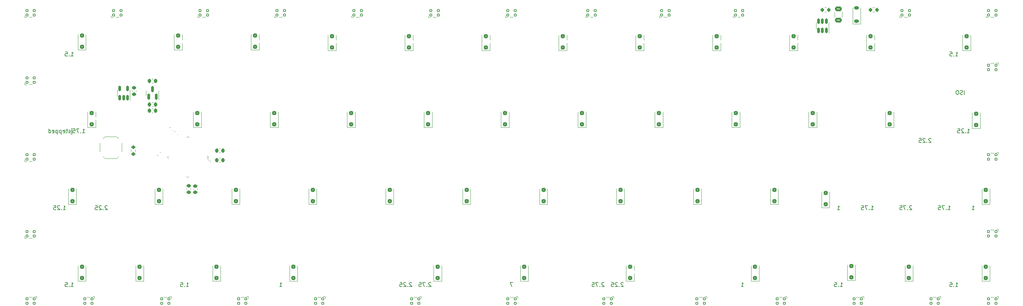
<source format=gbr>
%TF.GenerationSoftware,KiCad,Pcbnew,(7.0.0)*%
%TF.CreationDate,2023-09-29T19:42:02+02:00*%
%TF.ProjectId,mekanical,6d656b61-6e69-4636-916c-2e6b69636164,rev?*%
%TF.SameCoordinates,Original*%
%TF.FileFunction,Legend,Bot*%
%TF.FilePolarity,Positive*%
%FSLAX46Y46*%
G04 Gerber Fmt 4.6, Leading zero omitted, Abs format (unit mm)*
G04 Created by KiCad (PCBNEW (7.0.0)) date 2023-09-29 19:42:02*
%MOMM*%
%LPD*%
G01*
G04 APERTURE LIST*
G04 Aperture macros list*
%AMRoundRect*
0 Rectangle with rounded corners*
0 $1 Rounding radius*
0 $2 $3 $4 $5 $6 $7 $8 $9 X,Y pos of 4 corners*
0 Add a 4 corners polygon primitive as box body*
4,1,4,$2,$3,$4,$5,$6,$7,$8,$9,$2,$3,0*
0 Add four circle primitives for the rounded corners*
1,1,$1+$1,$2,$3*
1,1,$1+$1,$4,$5*
1,1,$1+$1,$6,$7*
1,1,$1+$1,$8,$9*
0 Add four rect primitives between the rounded corners*
20,1,$1+$1,$2,$3,$4,$5,0*
20,1,$1+$1,$4,$5,$6,$7,0*
20,1,$1+$1,$6,$7,$8,$9,0*
20,1,$1+$1,$8,$9,$2,$3,0*%
G04 Aperture macros list end*
%ADD10C,0.150000*%
%ADD11C,0.120000*%
%ADD12C,0.000000*%
%ADD13C,3.987800*%
%ADD14C,3.048000*%
%ADD15C,0.650000*%
%ADD16O,1.000000X2.100000*%
%ADD17O,1.000000X1.600000*%
%ADD18C,1.750000*%
%ADD19C,2.300000*%
%ADD20C,4.000000*%
%ADD21RoundRect,0.105000X-0.245000X-0.245000X0.245000X-0.245000X0.245000X0.245000X-0.245000X0.245000X0*%
%ADD22RoundRect,0.250000X0.300000X-0.300000X0.300000X0.300000X-0.300000X0.300000X-0.300000X-0.300000X0*%
%ADD23RoundRect,0.105000X0.245000X0.245000X-0.245000X0.245000X-0.245000X-0.245000X0.245000X-0.245000X0*%
%ADD24RoundRect,0.200000X-0.200000X-0.275000X0.200000X-0.275000X0.200000X0.275000X-0.200000X0.275000X0*%
%ADD25RoundRect,0.200000X0.200000X0.275000X-0.200000X0.275000X-0.200000X-0.275000X0.200000X-0.275000X0*%
%ADD26RoundRect,0.150000X0.150000X-0.512500X0.150000X0.512500X-0.150000X0.512500X-0.150000X-0.512500X0*%
%ADD27R,1.800000X1.100000*%
%ADD28RoundRect,0.225000X-0.250000X0.225000X-0.250000X-0.225000X0.250000X-0.225000X0.250000X0.225000X0*%
%ADD29RoundRect,0.225000X0.335876X0.017678X0.017678X0.335876X-0.335876X-0.017678X-0.017678X-0.335876X0*%
%ADD30RoundRect,0.225000X0.375000X-0.225000X0.375000X0.225000X-0.375000X0.225000X-0.375000X-0.225000X0*%
%ADD31RoundRect,0.225000X-0.225000X-0.250000X0.225000X-0.250000X0.225000X0.250000X-0.225000X0.250000X0*%
%ADD32RoundRect,0.075000X0.521491X-0.415425X-0.415425X0.521491X-0.521491X0.415425X0.415425X-0.521491X0*%
%ADD33RoundRect,0.075000X0.521491X0.415425X0.415425X0.521491X-0.521491X-0.415425X-0.415425X-0.521491X0*%
%ADD34RoundRect,0.150000X0.150000X-0.587500X0.150000X0.587500X-0.150000X0.587500X-0.150000X-0.587500X0*%
%ADD35RoundRect,0.225000X0.225000X0.250000X-0.225000X0.250000X-0.225000X-0.250000X0.225000X-0.250000X0*%
%ADD36RoundRect,0.200000X0.275000X-0.200000X0.275000X0.200000X-0.275000X0.200000X-0.275000X-0.200000X0*%
%ADD37RoundRect,0.225000X0.017678X-0.335876X0.335876X-0.017678X-0.017678X0.335876X-0.335876X0.017678X0*%
%ADD38RoundRect,0.225000X0.250000X-0.225000X0.250000X0.225000X-0.250000X0.225000X-0.250000X-0.225000X0*%
%ADD39RoundRect,0.250000X-0.625000X0.375000X-0.625000X-0.375000X0.625000X-0.375000X0.625000X0.375000X0*%
G04 APERTURE END LIST*
D10*
X41120181Y-62706250D02*
X41120181Y-64293750D01*
X150352082Y-100967380D02*
X149685416Y-100967380D01*
X149685416Y-100967380D02*
X150113987Y-101967380D01*
X249126189Y-82012619D02*
X249078570Y-81965000D01*
X249078570Y-81965000D02*
X248983332Y-81917380D01*
X248983332Y-81917380D02*
X248745237Y-81917380D01*
X248745237Y-81917380D02*
X248649999Y-81965000D01*
X248649999Y-81965000D02*
X248602380Y-82012619D01*
X248602380Y-82012619D02*
X248554761Y-82107857D01*
X248554761Y-82107857D02*
X248554761Y-82203095D01*
X248554761Y-82203095D02*
X248602380Y-82345952D01*
X248602380Y-82345952D02*
X249173808Y-82917380D01*
X249173808Y-82917380D02*
X248554761Y-82917380D01*
X248126189Y-82822142D02*
X248078570Y-82869761D01*
X248078570Y-82869761D02*
X248126189Y-82917380D01*
X248126189Y-82917380D02*
X248173808Y-82869761D01*
X248173808Y-82869761D02*
X248126189Y-82822142D01*
X248126189Y-82822142D02*
X248126189Y-82917380D01*
X247745237Y-81917380D02*
X247078571Y-81917380D01*
X247078571Y-81917380D02*
X247507142Y-82917380D01*
X246221428Y-81917380D02*
X246697618Y-81917380D01*
X246697618Y-81917380D02*
X246745237Y-82393571D01*
X246745237Y-82393571D02*
X246697618Y-82345952D01*
X246697618Y-82345952D02*
X246602380Y-82298333D01*
X246602380Y-82298333D02*
X246364285Y-82298333D01*
X246364285Y-82298333D02*
X246269047Y-82345952D01*
X246269047Y-82345952D02*
X246221428Y-82393571D01*
X246221428Y-82393571D02*
X246173809Y-82488809D01*
X246173809Y-82488809D02*
X246173809Y-82726904D01*
X246173809Y-82726904D02*
X246221428Y-82822142D01*
X246221428Y-82822142D02*
X246269047Y-82869761D01*
X246269047Y-82869761D02*
X246364285Y-82917380D01*
X246364285Y-82917380D02*
X246602380Y-82917380D01*
X246602380Y-82917380D02*
X246697618Y-82869761D01*
X246697618Y-82869761D02*
X246745237Y-82822142D01*
X130063689Y-101062619D02*
X130016070Y-101015000D01*
X130016070Y-101015000D02*
X129920832Y-100967380D01*
X129920832Y-100967380D02*
X129682737Y-100967380D01*
X129682737Y-100967380D02*
X129587499Y-101015000D01*
X129587499Y-101015000D02*
X129539880Y-101062619D01*
X129539880Y-101062619D02*
X129492261Y-101157857D01*
X129492261Y-101157857D02*
X129492261Y-101253095D01*
X129492261Y-101253095D02*
X129539880Y-101395952D01*
X129539880Y-101395952D02*
X130111308Y-101967380D01*
X130111308Y-101967380D02*
X129492261Y-101967380D01*
X129063689Y-101872142D02*
X129016070Y-101919761D01*
X129016070Y-101919761D02*
X129063689Y-101967380D01*
X129063689Y-101967380D02*
X129111308Y-101919761D01*
X129111308Y-101919761D02*
X129063689Y-101872142D01*
X129063689Y-101872142D02*
X129063689Y-101967380D01*
X128682737Y-100967380D02*
X128016071Y-100967380D01*
X128016071Y-100967380D02*
X128444642Y-101967380D01*
X127158928Y-100967380D02*
X127635118Y-100967380D01*
X127635118Y-100967380D02*
X127682737Y-101443571D01*
X127682737Y-101443571D02*
X127635118Y-101395952D01*
X127635118Y-101395952D02*
X127539880Y-101348333D01*
X127539880Y-101348333D02*
X127301785Y-101348333D01*
X127301785Y-101348333D02*
X127206547Y-101395952D01*
X127206547Y-101395952D02*
X127158928Y-101443571D01*
X127158928Y-101443571D02*
X127111309Y-101538809D01*
X127111309Y-101538809D02*
X127111309Y-101776904D01*
X127111309Y-101776904D02*
X127158928Y-101872142D01*
X127158928Y-101872142D02*
X127206547Y-101919761D01*
X127206547Y-101919761D02*
X127301785Y-101967380D01*
X127301785Y-101967380D02*
X127539880Y-101967380D01*
X127539880Y-101967380D02*
X127635118Y-101919761D01*
X127635118Y-101919761D02*
X127682737Y-101872142D01*
X69484821Y-101967380D02*
X70056249Y-101967380D01*
X69770535Y-101967380D02*
X69770535Y-100967380D01*
X69770535Y-100967380D02*
X69865773Y-101110238D01*
X69865773Y-101110238D02*
X69961011Y-101205476D01*
X69961011Y-101205476D02*
X70056249Y-101253095D01*
X69056249Y-101872142D02*
X69008630Y-101919761D01*
X69008630Y-101919761D02*
X69056249Y-101967380D01*
X69056249Y-101967380D02*
X69103868Y-101919761D01*
X69103868Y-101919761D02*
X69056249Y-101872142D01*
X69056249Y-101872142D02*
X69056249Y-101967380D01*
X68103869Y-100967380D02*
X68580059Y-100967380D01*
X68580059Y-100967380D02*
X68627678Y-101443571D01*
X68627678Y-101443571D02*
X68580059Y-101395952D01*
X68580059Y-101395952D02*
X68484821Y-101348333D01*
X68484821Y-101348333D02*
X68246726Y-101348333D01*
X68246726Y-101348333D02*
X68151488Y-101395952D01*
X68151488Y-101395952D02*
X68103869Y-101443571D01*
X68103869Y-101443571D02*
X68056250Y-101538809D01*
X68056250Y-101538809D02*
X68056250Y-101776904D01*
X68056250Y-101776904D02*
X68103869Y-101872142D01*
X68103869Y-101872142D02*
X68151488Y-101919761D01*
X68151488Y-101919761D02*
X68246726Y-101967380D01*
X68246726Y-101967380D02*
X68484821Y-101967380D01*
X68484821Y-101967380D02*
X68580059Y-101919761D01*
X68580059Y-101919761D02*
X68627678Y-101872142D01*
X40909821Y-101967380D02*
X41481249Y-101967380D01*
X41195535Y-101967380D02*
X41195535Y-100967380D01*
X41195535Y-100967380D02*
X41290773Y-101110238D01*
X41290773Y-101110238D02*
X41386011Y-101205476D01*
X41386011Y-101205476D02*
X41481249Y-101253095D01*
X40481249Y-101872142D02*
X40433630Y-101919761D01*
X40433630Y-101919761D02*
X40481249Y-101967380D01*
X40481249Y-101967380D02*
X40528868Y-101919761D01*
X40528868Y-101919761D02*
X40481249Y-101872142D01*
X40481249Y-101872142D02*
X40481249Y-101967380D01*
X39528869Y-100967380D02*
X40005059Y-100967380D01*
X40005059Y-100967380D02*
X40052678Y-101443571D01*
X40052678Y-101443571D02*
X40005059Y-101395952D01*
X40005059Y-101395952D02*
X39909821Y-101348333D01*
X39909821Y-101348333D02*
X39671726Y-101348333D01*
X39671726Y-101348333D02*
X39576488Y-101395952D01*
X39576488Y-101395952D02*
X39528869Y-101443571D01*
X39528869Y-101443571D02*
X39481250Y-101538809D01*
X39481250Y-101538809D02*
X39481250Y-101776904D01*
X39481250Y-101776904D02*
X39528869Y-101872142D01*
X39528869Y-101872142D02*
X39576488Y-101919761D01*
X39576488Y-101919761D02*
X39671726Y-101967380D01*
X39671726Y-101967380D02*
X39909821Y-101967380D01*
X39909821Y-101967380D02*
X40005059Y-101919761D01*
X40005059Y-101919761D02*
X40052678Y-101872142D01*
X49894939Y-82012619D02*
X49847320Y-81965000D01*
X49847320Y-81965000D02*
X49752082Y-81917380D01*
X49752082Y-81917380D02*
X49513987Y-81917380D01*
X49513987Y-81917380D02*
X49418749Y-81965000D01*
X49418749Y-81965000D02*
X49371130Y-82012619D01*
X49371130Y-82012619D02*
X49323511Y-82107857D01*
X49323511Y-82107857D02*
X49323511Y-82203095D01*
X49323511Y-82203095D02*
X49371130Y-82345952D01*
X49371130Y-82345952D02*
X49942558Y-82917380D01*
X49942558Y-82917380D02*
X49323511Y-82917380D01*
X48894939Y-82822142D02*
X48847320Y-82869761D01*
X48847320Y-82869761D02*
X48894939Y-82917380D01*
X48894939Y-82917380D02*
X48942558Y-82869761D01*
X48942558Y-82869761D02*
X48894939Y-82822142D01*
X48894939Y-82822142D02*
X48894939Y-82917380D01*
X48466368Y-82012619D02*
X48418749Y-81965000D01*
X48418749Y-81965000D02*
X48323511Y-81917380D01*
X48323511Y-81917380D02*
X48085416Y-81917380D01*
X48085416Y-81917380D02*
X47990178Y-81965000D01*
X47990178Y-81965000D02*
X47942559Y-82012619D01*
X47942559Y-82012619D02*
X47894940Y-82107857D01*
X47894940Y-82107857D02*
X47894940Y-82203095D01*
X47894940Y-82203095D02*
X47942559Y-82345952D01*
X47942559Y-82345952D02*
X48513987Y-82917380D01*
X48513987Y-82917380D02*
X47894940Y-82917380D01*
X46990178Y-81917380D02*
X47466368Y-81917380D01*
X47466368Y-81917380D02*
X47513987Y-82393571D01*
X47513987Y-82393571D02*
X47466368Y-82345952D01*
X47466368Y-82345952D02*
X47371130Y-82298333D01*
X47371130Y-82298333D02*
X47133035Y-82298333D01*
X47133035Y-82298333D02*
X47037797Y-82345952D01*
X47037797Y-82345952D02*
X46990178Y-82393571D01*
X46990178Y-82393571D02*
X46942559Y-82488809D01*
X46942559Y-82488809D02*
X46942559Y-82726904D01*
X46942559Y-82726904D02*
X46990178Y-82822142D01*
X46990178Y-82822142D02*
X47037797Y-82869761D01*
X47037797Y-82869761D02*
X47133035Y-82917380D01*
X47133035Y-82917380D02*
X47371130Y-82917380D01*
X47371130Y-82917380D02*
X47466368Y-82869761D01*
X47466368Y-82869761D02*
X47513987Y-82822142D01*
X125301189Y-101062619D02*
X125253570Y-101015000D01*
X125253570Y-101015000D02*
X125158332Y-100967380D01*
X125158332Y-100967380D02*
X124920237Y-100967380D01*
X124920237Y-100967380D02*
X124824999Y-101015000D01*
X124824999Y-101015000D02*
X124777380Y-101062619D01*
X124777380Y-101062619D02*
X124729761Y-101157857D01*
X124729761Y-101157857D02*
X124729761Y-101253095D01*
X124729761Y-101253095D02*
X124777380Y-101395952D01*
X124777380Y-101395952D02*
X125348808Y-101967380D01*
X125348808Y-101967380D02*
X124729761Y-101967380D01*
X124301189Y-101872142D02*
X124253570Y-101919761D01*
X124253570Y-101919761D02*
X124301189Y-101967380D01*
X124301189Y-101967380D02*
X124348808Y-101919761D01*
X124348808Y-101919761D02*
X124301189Y-101872142D01*
X124301189Y-101872142D02*
X124301189Y-101967380D01*
X123872618Y-101062619D02*
X123824999Y-101015000D01*
X123824999Y-101015000D02*
X123729761Y-100967380D01*
X123729761Y-100967380D02*
X123491666Y-100967380D01*
X123491666Y-100967380D02*
X123396428Y-101015000D01*
X123396428Y-101015000D02*
X123348809Y-101062619D01*
X123348809Y-101062619D02*
X123301190Y-101157857D01*
X123301190Y-101157857D02*
X123301190Y-101253095D01*
X123301190Y-101253095D02*
X123348809Y-101395952D01*
X123348809Y-101395952D02*
X123920237Y-101967380D01*
X123920237Y-101967380D02*
X123301190Y-101967380D01*
X122396428Y-100967380D02*
X122872618Y-100967380D01*
X122872618Y-100967380D02*
X122920237Y-101443571D01*
X122920237Y-101443571D02*
X122872618Y-101395952D01*
X122872618Y-101395952D02*
X122777380Y-101348333D01*
X122777380Y-101348333D02*
X122539285Y-101348333D01*
X122539285Y-101348333D02*
X122444047Y-101395952D01*
X122444047Y-101395952D02*
X122396428Y-101443571D01*
X122396428Y-101443571D02*
X122348809Y-101538809D01*
X122348809Y-101538809D02*
X122348809Y-101776904D01*
X122348809Y-101776904D02*
X122396428Y-101872142D01*
X122396428Y-101872142D02*
X122444047Y-101919761D01*
X122444047Y-101919761D02*
X122539285Y-101967380D01*
X122539285Y-101967380D02*
X122777380Y-101967380D01*
X122777380Y-101967380D02*
X122872618Y-101919761D01*
X122872618Y-101919761D02*
X122920237Y-101872142D01*
X262143749Y-54342380D02*
X262143749Y-53342380D01*
X261715178Y-54294761D02*
X261572321Y-54342380D01*
X261572321Y-54342380D02*
X261334226Y-54342380D01*
X261334226Y-54342380D02*
X261238988Y-54294761D01*
X261238988Y-54294761D02*
X261191369Y-54247142D01*
X261191369Y-54247142D02*
X261143750Y-54151904D01*
X261143750Y-54151904D02*
X261143750Y-54056666D01*
X261143750Y-54056666D02*
X261191369Y-53961428D01*
X261191369Y-53961428D02*
X261238988Y-53913809D01*
X261238988Y-53913809D02*
X261334226Y-53866190D01*
X261334226Y-53866190D02*
X261524702Y-53818571D01*
X261524702Y-53818571D02*
X261619940Y-53770952D01*
X261619940Y-53770952D02*
X261667559Y-53723333D01*
X261667559Y-53723333D02*
X261715178Y-53628095D01*
X261715178Y-53628095D02*
X261715178Y-53532857D01*
X261715178Y-53532857D02*
X261667559Y-53437619D01*
X261667559Y-53437619D02*
X261619940Y-53390000D01*
X261619940Y-53390000D02*
X261524702Y-53342380D01*
X261524702Y-53342380D02*
X261286607Y-53342380D01*
X261286607Y-53342380D02*
X261143750Y-53390000D01*
X260524702Y-53342380D02*
X260334226Y-53342380D01*
X260334226Y-53342380D02*
X260238988Y-53390000D01*
X260238988Y-53390000D02*
X260143750Y-53485238D01*
X260143750Y-53485238D02*
X260096131Y-53675714D01*
X260096131Y-53675714D02*
X260096131Y-54009047D01*
X260096131Y-54009047D02*
X260143750Y-54199523D01*
X260143750Y-54199523D02*
X260238988Y-54294761D01*
X260238988Y-54294761D02*
X260334226Y-54342380D01*
X260334226Y-54342380D02*
X260524702Y-54342380D01*
X260524702Y-54342380D02*
X260619940Y-54294761D01*
X260619940Y-54294761D02*
X260715178Y-54199523D01*
X260715178Y-54199523D02*
X260762797Y-54009047D01*
X260762797Y-54009047D02*
X260762797Y-53675714D01*
X260762797Y-53675714D02*
X260715178Y-53485238D01*
X260715178Y-53485238D02*
X260619940Y-53390000D01*
X260619940Y-53390000D02*
X260524702Y-53342380D01*
X39004761Y-82917380D02*
X39576189Y-82917380D01*
X39290475Y-82917380D02*
X39290475Y-81917380D01*
X39290475Y-81917380D02*
X39385713Y-82060238D01*
X39385713Y-82060238D02*
X39480951Y-82155476D01*
X39480951Y-82155476D02*
X39576189Y-82203095D01*
X38576189Y-82822142D02*
X38528570Y-82869761D01*
X38528570Y-82869761D02*
X38576189Y-82917380D01*
X38576189Y-82917380D02*
X38623808Y-82869761D01*
X38623808Y-82869761D02*
X38576189Y-82822142D01*
X38576189Y-82822142D02*
X38576189Y-82917380D01*
X38147618Y-82012619D02*
X38099999Y-81965000D01*
X38099999Y-81965000D02*
X38004761Y-81917380D01*
X38004761Y-81917380D02*
X37766666Y-81917380D01*
X37766666Y-81917380D02*
X37671428Y-81965000D01*
X37671428Y-81965000D02*
X37623809Y-82012619D01*
X37623809Y-82012619D02*
X37576190Y-82107857D01*
X37576190Y-82107857D02*
X37576190Y-82203095D01*
X37576190Y-82203095D02*
X37623809Y-82345952D01*
X37623809Y-82345952D02*
X38195237Y-82917380D01*
X38195237Y-82917380D02*
X37576190Y-82917380D01*
X36671428Y-81917380D02*
X37147618Y-81917380D01*
X37147618Y-81917380D02*
X37195237Y-82393571D01*
X37195237Y-82393571D02*
X37147618Y-82345952D01*
X37147618Y-82345952D02*
X37052380Y-82298333D01*
X37052380Y-82298333D02*
X36814285Y-82298333D01*
X36814285Y-82298333D02*
X36719047Y-82345952D01*
X36719047Y-82345952D02*
X36671428Y-82393571D01*
X36671428Y-82393571D02*
X36623809Y-82488809D01*
X36623809Y-82488809D02*
X36623809Y-82726904D01*
X36623809Y-82726904D02*
X36671428Y-82822142D01*
X36671428Y-82822142D02*
X36719047Y-82869761D01*
X36719047Y-82869761D02*
X36814285Y-82917380D01*
X36814285Y-82917380D02*
X37052380Y-82917380D01*
X37052380Y-82917380D02*
X37147618Y-82869761D01*
X37147618Y-82869761D02*
X37195237Y-82822142D01*
X172926189Y-101062619D02*
X172878570Y-101015000D01*
X172878570Y-101015000D02*
X172783332Y-100967380D01*
X172783332Y-100967380D02*
X172545237Y-100967380D01*
X172545237Y-100967380D02*
X172449999Y-101015000D01*
X172449999Y-101015000D02*
X172402380Y-101062619D01*
X172402380Y-101062619D02*
X172354761Y-101157857D01*
X172354761Y-101157857D02*
X172354761Y-101253095D01*
X172354761Y-101253095D02*
X172402380Y-101395952D01*
X172402380Y-101395952D02*
X172973808Y-101967380D01*
X172973808Y-101967380D02*
X172354761Y-101967380D01*
X171926189Y-101872142D02*
X171878570Y-101919761D01*
X171878570Y-101919761D02*
X171926189Y-101967380D01*
X171926189Y-101967380D02*
X171973808Y-101919761D01*
X171973808Y-101919761D02*
X171926189Y-101872142D01*
X171926189Y-101872142D02*
X171926189Y-101967380D01*
X171545237Y-100967380D02*
X170878571Y-100967380D01*
X170878571Y-100967380D02*
X171307142Y-101967380D01*
X170021428Y-100967380D02*
X170497618Y-100967380D01*
X170497618Y-100967380D02*
X170545237Y-101443571D01*
X170545237Y-101443571D02*
X170497618Y-101395952D01*
X170497618Y-101395952D02*
X170402380Y-101348333D01*
X170402380Y-101348333D02*
X170164285Y-101348333D01*
X170164285Y-101348333D02*
X170069047Y-101395952D01*
X170069047Y-101395952D02*
X170021428Y-101443571D01*
X170021428Y-101443571D02*
X169973809Y-101538809D01*
X169973809Y-101538809D02*
X169973809Y-101776904D01*
X169973809Y-101776904D02*
X170021428Y-101872142D01*
X170021428Y-101872142D02*
X170069047Y-101919761D01*
X170069047Y-101919761D02*
X170164285Y-101967380D01*
X170164285Y-101967380D02*
X170402380Y-101967380D01*
X170402380Y-101967380D02*
X170497618Y-101919761D01*
X170497618Y-101919761D02*
X170545237Y-101872142D01*
X230695535Y-82917380D02*
X231266963Y-82917380D01*
X230981249Y-82917380D02*
X230981249Y-81917380D01*
X230981249Y-81917380D02*
X231076487Y-82060238D01*
X231076487Y-82060238D02*
X231171725Y-82155476D01*
X231171725Y-82155476D02*
X231266963Y-82203095D01*
X264033035Y-82917380D02*
X264604463Y-82917380D01*
X264318749Y-82917380D02*
X264318749Y-81917380D01*
X264318749Y-81917380D02*
X264413987Y-82060238D01*
X264413987Y-82060238D02*
X264509225Y-82155476D01*
X264509225Y-82155476D02*
X264604463Y-82203095D01*
X258079761Y-82917380D02*
X258651189Y-82917380D01*
X258365475Y-82917380D02*
X258365475Y-81917380D01*
X258365475Y-81917380D02*
X258460713Y-82060238D01*
X258460713Y-82060238D02*
X258555951Y-82155476D01*
X258555951Y-82155476D02*
X258651189Y-82203095D01*
X257651189Y-82822142D02*
X257603570Y-82869761D01*
X257603570Y-82869761D02*
X257651189Y-82917380D01*
X257651189Y-82917380D02*
X257698808Y-82869761D01*
X257698808Y-82869761D02*
X257651189Y-82822142D01*
X257651189Y-82822142D02*
X257651189Y-82917380D01*
X257270237Y-81917380D02*
X256603571Y-81917380D01*
X256603571Y-81917380D02*
X257032142Y-82917380D01*
X255746428Y-81917380D02*
X256222618Y-81917380D01*
X256222618Y-81917380D02*
X256270237Y-82393571D01*
X256270237Y-82393571D02*
X256222618Y-82345952D01*
X256222618Y-82345952D02*
X256127380Y-82298333D01*
X256127380Y-82298333D02*
X255889285Y-82298333D01*
X255889285Y-82298333D02*
X255794047Y-82345952D01*
X255794047Y-82345952D02*
X255746428Y-82393571D01*
X255746428Y-82393571D02*
X255698809Y-82488809D01*
X255698809Y-82488809D02*
X255698809Y-82726904D01*
X255698809Y-82726904D02*
X255746428Y-82822142D01*
X255746428Y-82822142D02*
X255794047Y-82869761D01*
X255794047Y-82869761D02*
X255889285Y-82917380D01*
X255889285Y-82917380D02*
X256127380Y-82917380D01*
X256127380Y-82917380D02*
X256222618Y-82869761D01*
X256222618Y-82869761D02*
X256270237Y-82822142D01*
X239029761Y-82917380D02*
X239601189Y-82917380D01*
X239315475Y-82917380D02*
X239315475Y-81917380D01*
X239315475Y-81917380D02*
X239410713Y-82060238D01*
X239410713Y-82060238D02*
X239505951Y-82155476D01*
X239505951Y-82155476D02*
X239601189Y-82203095D01*
X238601189Y-82822142D02*
X238553570Y-82869761D01*
X238553570Y-82869761D02*
X238601189Y-82917380D01*
X238601189Y-82917380D02*
X238648808Y-82869761D01*
X238648808Y-82869761D02*
X238601189Y-82822142D01*
X238601189Y-82822142D02*
X238601189Y-82917380D01*
X238220237Y-81917380D02*
X237553571Y-81917380D01*
X237553571Y-81917380D02*
X237982142Y-82917380D01*
X236696428Y-81917380D02*
X237172618Y-81917380D01*
X237172618Y-81917380D02*
X237220237Y-82393571D01*
X237220237Y-82393571D02*
X237172618Y-82345952D01*
X237172618Y-82345952D02*
X237077380Y-82298333D01*
X237077380Y-82298333D02*
X236839285Y-82298333D01*
X236839285Y-82298333D02*
X236744047Y-82345952D01*
X236744047Y-82345952D02*
X236696428Y-82393571D01*
X236696428Y-82393571D02*
X236648809Y-82488809D01*
X236648809Y-82488809D02*
X236648809Y-82726904D01*
X236648809Y-82726904D02*
X236696428Y-82822142D01*
X236696428Y-82822142D02*
X236744047Y-82869761D01*
X236744047Y-82869761D02*
X236839285Y-82917380D01*
X236839285Y-82917380D02*
X237077380Y-82917380D01*
X237077380Y-82917380D02*
X237172618Y-82869761D01*
X237172618Y-82869761D02*
X237220237Y-82822142D01*
X206883035Y-101967380D02*
X207454463Y-101967380D01*
X207168749Y-101967380D02*
X207168749Y-100967380D01*
X207168749Y-100967380D02*
X207263987Y-101110238D01*
X207263987Y-101110238D02*
X207359225Y-101205476D01*
X207359225Y-101205476D02*
X207454463Y-101253095D01*
X231409821Y-101967380D02*
X231981249Y-101967380D01*
X231695535Y-101967380D02*
X231695535Y-100967380D01*
X231695535Y-100967380D02*
X231790773Y-101110238D01*
X231790773Y-101110238D02*
X231886011Y-101205476D01*
X231886011Y-101205476D02*
X231981249Y-101253095D01*
X230981249Y-101872142D02*
X230933630Y-101919761D01*
X230933630Y-101919761D02*
X230981249Y-101967380D01*
X230981249Y-101967380D02*
X231028868Y-101919761D01*
X231028868Y-101919761D02*
X230981249Y-101872142D01*
X230981249Y-101872142D02*
X230981249Y-101967380D01*
X230028869Y-100967380D02*
X230505059Y-100967380D01*
X230505059Y-100967380D02*
X230552678Y-101443571D01*
X230552678Y-101443571D02*
X230505059Y-101395952D01*
X230505059Y-101395952D02*
X230409821Y-101348333D01*
X230409821Y-101348333D02*
X230171726Y-101348333D01*
X230171726Y-101348333D02*
X230076488Y-101395952D01*
X230076488Y-101395952D02*
X230028869Y-101443571D01*
X230028869Y-101443571D02*
X229981250Y-101538809D01*
X229981250Y-101538809D02*
X229981250Y-101776904D01*
X229981250Y-101776904D02*
X230028869Y-101872142D01*
X230028869Y-101872142D02*
X230076488Y-101919761D01*
X230076488Y-101919761D02*
X230171726Y-101967380D01*
X230171726Y-101967380D02*
X230409821Y-101967380D01*
X230409821Y-101967380D02*
X230505059Y-101919761D01*
X230505059Y-101919761D02*
X230552678Y-101872142D01*
X43767261Y-63867380D02*
X44338689Y-63867380D01*
X44052975Y-63867380D02*
X44052975Y-62867380D01*
X44052975Y-62867380D02*
X44148213Y-63010238D01*
X44148213Y-63010238D02*
X44243451Y-63105476D01*
X44243451Y-63105476D02*
X44338689Y-63153095D01*
X43338689Y-63772142D02*
X43291070Y-63819761D01*
X43291070Y-63819761D02*
X43338689Y-63867380D01*
X43338689Y-63867380D02*
X43386308Y-63819761D01*
X43386308Y-63819761D02*
X43338689Y-63772142D01*
X43338689Y-63772142D02*
X43338689Y-63867380D01*
X42957737Y-62867380D02*
X42291071Y-62867380D01*
X42291071Y-62867380D02*
X42719642Y-63867380D01*
X41433928Y-62867380D02*
X41910118Y-62867380D01*
X41910118Y-62867380D02*
X41957737Y-63343571D01*
X41957737Y-63343571D02*
X41910118Y-63295952D01*
X41910118Y-63295952D02*
X41814880Y-63248333D01*
X41814880Y-63248333D02*
X41576785Y-63248333D01*
X41576785Y-63248333D02*
X41481547Y-63295952D01*
X41481547Y-63295952D02*
X41433928Y-63343571D01*
X41433928Y-63343571D02*
X41386309Y-63438809D01*
X41386309Y-63438809D02*
X41386309Y-63676904D01*
X41386309Y-63676904D02*
X41433928Y-63772142D01*
X41433928Y-63772142D02*
X41481547Y-63819761D01*
X41481547Y-63819761D02*
X41576785Y-63867380D01*
X41576785Y-63867380D02*
X41814880Y-63867380D01*
X41814880Y-63867380D02*
X41910118Y-63819761D01*
X41910118Y-63819761D02*
X41957737Y-63772142D01*
X262842261Y-63867380D02*
X263413689Y-63867380D01*
X263127975Y-63867380D02*
X263127975Y-62867380D01*
X263127975Y-62867380D02*
X263223213Y-63010238D01*
X263223213Y-63010238D02*
X263318451Y-63105476D01*
X263318451Y-63105476D02*
X263413689Y-63153095D01*
X262413689Y-63772142D02*
X262366070Y-63819761D01*
X262366070Y-63819761D02*
X262413689Y-63867380D01*
X262413689Y-63867380D02*
X262461308Y-63819761D01*
X262461308Y-63819761D02*
X262413689Y-63772142D01*
X262413689Y-63772142D02*
X262413689Y-63867380D01*
X261985118Y-62962619D02*
X261937499Y-62915000D01*
X261937499Y-62915000D02*
X261842261Y-62867380D01*
X261842261Y-62867380D02*
X261604166Y-62867380D01*
X261604166Y-62867380D02*
X261508928Y-62915000D01*
X261508928Y-62915000D02*
X261461309Y-62962619D01*
X261461309Y-62962619D02*
X261413690Y-63057857D01*
X261413690Y-63057857D02*
X261413690Y-63153095D01*
X261413690Y-63153095D02*
X261461309Y-63295952D01*
X261461309Y-63295952D02*
X262032737Y-63867380D01*
X262032737Y-63867380D02*
X261413690Y-63867380D01*
X260508928Y-62867380D02*
X260985118Y-62867380D01*
X260985118Y-62867380D02*
X261032737Y-63343571D01*
X261032737Y-63343571D02*
X260985118Y-63295952D01*
X260985118Y-63295952D02*
X260889880Y-63248333D01*
X260889880Y-63248333D02*
X260651785Y-63248333D01*
X260651785Y-63248333D02*
X260556547Y-63295952D01*
X260556547Y-63295952D02*
X260508928Y-63343571D01*
X260508928Y-63343571D02*
X260461309Y-63438809D01*
X260461309Y-63438809D02*
X260461309Y-63676904D01*
X260461309Y-63676904D02*
X260508928Y-63772142D01*
X260508928Y-63772142D02*
X260556547Y-63819761D01*
X260556547Y-63819761D02*
X260651785Y-63867380D01*
X260651785Y-63867380D02*
X260889880Y-63867380D01*
X260889880Y-63867380D02*
X260985118Y-63819761D01*
X260985118Y-63819761D02*
X261032737Y-63772142D01*
X40909821Y-44817380D02*
X41481249Y-44817380D01*
X41195535Y-44817380D02*
X41195535Y-43817380D01*
X41195535Y-43817380D02*
X41290773Y-43960238D01*
X41290773Y-43960238D02*
X41386011Y-44055476D01*
X41386011Y-44055476D02*
X41481249Y-44103095D01*
X40481249Y-44722142D02*
X40433630Y-44769761D01*
X40433630Y-44769761D02*
X40481249Y-44817380D01*
X40481249Y-44817380D02*
X40528868Y-44769761D01*
X40528868Y-44769761D02*
X40481249Y-44722142D01*
X40481249Y-44722142D02*
X40481249Y-44817380D01*
X39528869Y-43817380D02*
X40005059Y-43817380D01*
X40005059Y-43817380D02*
X40052678Y-44293571D01*
X40052678Y-44293571D02*
X40005059Y-44245952D01*
X40005059Y-44245952D02*
X39909821Y-44198333D01*
X39909821Y-44198333D02*
X39671726Y-44198333D01*
X39671726Y-44198333D02*
X39576488Y-44245952D01*
X39576488Y-44245952D02*
X39528869Y-44293571D01*
X39528869Y-44293571D02*
X39481250Y-44388809D01*
X39481250Y-44388809D02*
X39481250Y-44626904D01*
X39481250Y-44626904D02*
X39528869Y-44722142D01*
X39528869Y-44722142D02*
X39576488Y-44769761D01*
X39576488Y-44769761D02*
X39671726Y-44817380D01*
X39671726Y-44817380D02*
X39909821Y-44817380D01*
X39909821Y-44817380D02*
X40005059Y-44769761D01*
X40005059Y-44769761D02*
X40052678Y-44722142D01*
X40814285Y-63819761D02*
X40719047Y-63867380D01*
X40719047Y-63867380D02*
X40528571Y-63867380D01*
X40528571Y-63867380D02*
X40433333Y-63819761D01*
X40433333Y-63819761D02*
X40385714Y-63724523D01*
X40385714Y-63724523D02*
X40385714Y-63676904D01*
X40385714Y-63676904D02*
X40433333Y-63581666D01*
X40433333Y-63581666D02*
X40528571Y-63534047D01*
X40528571Y-63534047D02*
X40671428Y-63534047D01*
X40671428Y-63534047D02*
X40766666Y-63486428D01*
X40766666Y-63486428D02*
X40814285Y-63391190D01*
X40814285Y-63391190D02*
X40814285Y-63343571D01*
X40814285Y-63343571D02*
X40766666Y-63248333D01*
X40766666Y-63248333D02*
X40671428Y-63200714D01*
X40671428Y-63200714D02*
X40528571Y-63200714D01*
X40528571Y-63200714D02*
X40433333Y-63248333D01*
X40099999Y-63200714D02*
X39719047Y-63200714D01*
X39957142Y-62867380D02*
X39957142Y-63724523D01*
X39957142Y-63724523D02*
X39909523Y-63819761D01*
X39909523Y-63819761D02*
X39814285Y-63867380D01*
X39814285Y-63867380D02*
X39719047Y-63867380D01*
X39004761Y-63819761D02*
X39099999Y-63867380D01*
X39099999Y-63867380D02*
X39290475Y-63867380D01*
X39290475Y-63867380D02*
X39385713Y-63819761D01*
X39385713Y-63819761D02*
X39433332Y-63724523D01*
X39433332Y-63724523D02*
X39433332Y-63343571D01*
X39433332Y-63343571D02*
X39385713Y-63248333D01*
X39385713Y-63248333D02*
X39290475Y-63200714D01*
X39290475Y-63200714D02*
X39099999Y-63200714D01*
X39099999Y-63200714D02*
X39004761Y-63248333D01*
X39004761Y-63248333D02*
X38957142Y-63343571D01*
X38957142Y-63343571D02*
X38957142Y-63438809D01*
X38957142Y-63438809D02*
X39433332Y-63534047D01*
X38528570Y-63200714D02*
X38528570Y-64200714D01*
X38528570Y-63248333D02*
X38433332Y-63200714D01*
X38433332Y-63200714D02*
X38242856Y-63200714D01*
X38242856Y-63200714D02*
X38147618Y-63248333D01*
X38147618Y-63248333D02*
X38099999Y-63295952D01*
X38099999Y-63295952D02*
X38052380Y-63391190D01*
X38052380Y-63391190D02*
X38052380Y-63676904D01*
X38052380Y-63676904D02*
X38099999Y-63772142D01*
X38099999Y-63772142D02*
X38147618Y-63819761D01*
X38147618Y-63819761D02*
X38242856Y-63867380D01*
X38242856Y-63867380D02*
X38433332Y-63867380D01*
X38433332Y-63867380D02*
X38528570Y-63819761D01*
X37623808Y-63200714D02*
X37623808Y-64200714D01*
X37623808Y-63248333D02*
X37528570Y-63200714D01*
X37528570Y-63200714D02*
X37338094Y-63200714D01*
X37338094Y-63200714D02*
X37242856Y-63248333D01*
X37242856Y-63248333D02*
X37195237Y-63295952D01*
X37195237Y-63295952D02*
X37147618Y-63391190D01*
X37147618Y-63391190D02*
X37147618Y-63676904D01*
X37147618Y-63676904D02*
X37195237Y-63772142D01*
X37195237Y-63772142D02*
X37242856Y-63819761D01*
X37242856Y-63819761D02*
X37338094Y-63867380D01*
X37338094Y-63867380D02*
X37528570Y-63867380D01*
X37528570Y-63867380D02*
X37623808Y-63819761D01*
X36338094Y-63819761D02*
X36433332Y-63867380D01*
X36433332Y-63867380D02*
X36623808Y-63867380D01*
X36623808Y-63867380D02*
X36719046Y-63819761D01*
X36719046Y-63819761D02*
X36766665Y-63724523D01*
X36766665Y-63724523D02*
X36766665Y-63343571D01*
X36766665Y-63343571D02*
X36719046Y-63248333D01*
X36719046Y-63248333D02*
X36623808Y-63200714D01*
X36623808Y-63200714D02*
X36433332Y-63200714D01*
X36433332Y-63200714D02*
X36338094Y-63248333D01*
X36338094Y-63248333D02*
X36290475Y-63343571D01*
X36290475Y-63343571D02*
X36290475Y-63438809D01*
X36290475Y-63438809D02*
X36766665Y-63534047D01*
X35433332Y-63867380D02*
X35433332Y-62867380D01*
X35433332Y-63819761D02*
X35528570Y-63867380D01*
X35528570Y-63867380D02*
X35719046Y-63867380D01*
X35719046Y-63867380D02*
X35814284Y-63819761D01*
X35814284Y-63819761D02*
X35861903Y-63772142D01*
X35861903Y-63772142D02*
X35909522Y-63676904D01*
X35909522Y-63676904D02*
X35909522Y-63391190D01*
X35909522Y-63391190D02*
X35861903Y-63295952D01*
X35861903Y-63295952D02*
X35814284Y-63248333D01*
X35814284Y-63248333D02*
X35719046Y-63200714D01*
X35719046Y-63200714D02*
X35528570Y-63200714D01*
X35528570Y-63200714D02*
X35433332Y-63248333D01*
X259984821Y-44817380D02*
X260556249Y-44817380D01*
X260270535Y-44817380D02*
X260270535Y-43817380D01*
X260270535Y-43817380D02*
X260365773Y-43960238D01*
X260365773Y-43960238D02*
X260461011Y-44055476D01*
X260461011Y-44055476D02*
X260556249Y-44103095D01*
X259556249Y-44722142D02*
X259508630Y-44769761D01*
X259508630Y-44769761D02*
X259556249Y-44817380D01*
X259556249Y-44817380D02*
X259603868Y-44769761D01*
X259603868Y-44769761D02*
X259556249Y-44722142D01*
X259556249Y-44722142D02*
X259556249Y-44817380D01*
X258603869Y-43817380D02*
X259080059Y-43817380D01*
X259080059Y-43817380D02*
X259127678Y-44293571D01*
X259127678Y-44293571D02*
X259080059Y-44245952D01*
X259080059Y-44245952D02*
X258984821Y-44198333D01*
X258984821Y-44198333D02*
X258746726Y-44198333D01*
X258746726Y-44198333D02*
X258651488Y-44245952D01*
X258651488Y-44245952D02*
X258603869Y-44293571D01*
X258603869Y-44293571D02*
X258556250Y-44388809D01*
X258556250Y-44388809D02*
X258556250Y-44626904D01*
X258556250Y-44626904D02*
X258603869Y-44722142D01*
X258603869Y-44722142D02*
X258651488Y-44769761D01*
X258651488Y-44769761D02*
X258746726Y-44817380D01*
X258746726Y-44817380D02*
X258984821Y-44817380D01*
X258984821Y-44817380D02*
X259080059Y-44769761D01*
X259080059Y-44769761D02*
X259127678Y-44722142D01*
X253888689Y-65343869D02*
X253841070Y-65296250D01*
X253841070Y-65296250D02*
X253745832Y-65248630D01*
X253745832Y-65248630D02*
X253507737Y-65248630D01*
X253507737Y-65248630D02*
X253412499Y-65296250D01*
X253412499Y-65296250D02*
X253364880Y-65343869D01*
X253364880Y-65343869D02*
X253317261Y-65439107D01*
X253317261Y-65439107D02*
X253317261Y-65534345D01*
X253317261Y-65534345D02*
X253364880Y-65677202D01*
X253364880Y-65677202D02*
X253936308Y-66248630D01*
X253936308Y-66248630D02*
X253317261Y-66248630D01*
X252888689Y-66153392D02*
X252841070Y-66201011D01*
X252841070Y-66201011D02*
X252888689Y-66248630D01*
X252888689Y-66248630D02*
X252936308Y-66201011D01*
X252936308Y-66201011D02*
X252888689Y-66153392D01*
X252888689Y-66153392D02*
X252888689Y-66248630D01*
X252460118Y-65343869D02*
X252412499Y-65296250D01*
X252412499Y-65296250D02*
X252317261Y-65248630D01*
X252317261Y-65248630D02*
X252079166Y-65248630D01*
X252079166Y-65248630D02*
X251983928Y-65296250D01*
X251983928Y-65296250D02*
X251936309Y-65343869D01*
X251936309Y-65343869D02*
X251888690Y-65439107D01*
X251888690Y-65439107D02*
X251888690Y-65534345D01*
X251888690Y-65534345D02*
X251936309Y-65677202D01*
X251936309Y-65677202D02*
X252507737Y-66248630D01*
X252507737Y-66248630D02*
X251888690Y-66248630D01*
X250983928Y-65248630D02*
X251460118Y-65248630D01*
X251460118Y-65248630D02*
X251507737Y-65724821D01*
X251507737Y-65724821D02*
X251460118Y-65677202D01*
X251460118Y-65677202D02*
X251364880Y-65629583D01*
X251364880Y-65629583D02*
X251126785Y-65629583D01*
X251126785Y-65629583D02*
X251031547Y-65677202D01*
X251031547Y-65677202D02*
X250983928Y-65724821D01*
X250983928Y-65724821D02*
X250936309Y-65820059D01*
X250936309Y-65820059D02*
X250936309Y-66058154D01*
X250936309Y-66058154D02*
X250983928Y-66153392D01*
X250983928Y-66153392D02*
X251031547Y-66201011D01*
X251031547Y-66201011D02*
X251126785Y-66248630D01*
X251126785Y-66248630D02*
X251364880Y-66248630D01*
X251364880Y-66248630D02*
X251460118Y-66201011D01*
X251460118Y-66201011D02*
X251507737Y-66153392D01*
X259984821Y-101967380D02*
X260556249Y-101967380D01*
X260270535Y-101967380D02*
X260270535Y-100967380D01*
X260270535Y-100967380D02*
X260365773Y-101110238D01*
X260365773Y-101110238D02*
X260461011Y-101205476D01*
X260461011Y-101205476D02*
X260556249Y-101253095D01*
X259556249Y-101872142D02*
X259508630Y-101919761D01*
X259508630Y-101919761D02*
X259556249Y-101967380D01*
X259556249Y-101967380D02*
X259603868Y-101919761D01*
X259603868Y-101919761D02*
X259556249Y-101872142D01*
X259556249Y-101872142D02*
X259556249Y-101967380D01*
X258603869Y-100967380D02*
X259080059Y-100967380D01*
X259080059Y-100967380D02*
X259127678Y-101443571D01*
X259127678Y-101443571D02*
X259080059Y-101395952D01*
X259080059Y-101395952D02*
X258984821Y-101348333D01*
X258984821Y-101348333D02*
X258746726Y-101348333D01*
X258746726Y-101348333D02*
X258651488Y-101395952D01*
X258651488Y-101395952D02*
X258603869Y-101443571D01*
X258603869Y-101443571D02*
X258556250Y-101538809D01*
X258556250Y-101538809D02*
X258556250Y-101776904D01*
X258556250Y-101776904D02*
X258603869Y-101872142D01*
X258603869Y-101872142D02*
X258651488Y-101919761D01*
X258651488Y-101919761D02*
X258746726Y-101967380D01*
X258746726Y-101967380D02*
X258984821Y-101967380D01*
X258984821Y-101967380D02*
X259080059Y-101919761D01*
X259080059Y-101919761D02*
X259127678Y-101872142D01*
X177688689Y-101062619D02*
X177641070Y-101015000D01*
X177641070Y-101015000D02*
X177545832Y-100967380D01*
X177545832Y-100967380D02*
X177307737Y-100967380D01*
X177307737Y-100967380D02*
X177212499Y-101015000D01*
X177212499Y-101015000D02*
X177164880Y-101062619D01*
X177164880Y-101062619D02*
X177117261Y-101157857D01*
X177117261Y-101157857D02*
X177117261Y-101253095D01*
X177117261Y-101253095D02*
X177164880Y-101395952D01*
X177164880Y-101395952D02*
X177736308Y-101967380D01*
X177736308Y-101967380D02*
X177117261Y-101967380D01*
X176688689Y-101872142D02*
X176641070Y-101919761D01*
X176641070Y-101919761D02*
X176688689Y-101967380D01*
X176688689Y-101967380D02*
X176736308Y-101919761D01*
X176736308Y-101919761D02*
X176688689Y-101872142D01*
X176688689Y-101872142D02*
X176688689Y-101967380D01*
X176260118Y-101062619D02*
X176212499Y-101015000D01*
X176212499Y-101015000D02*
X176117261Y-100967380D01*
X176117261Y-100967380D02*
X175879166Y-100967380D01*
X175879166Y-100967380D02*
X175783928Y-101015000D01*
X175783928Y-101015000D02*
X175736309Y-101062619D01*
X175736309Y-101062619D02*
X175688690Y-101157857D01*
X175688690Y-101157857D02*
X175688690Y-101253095D01*
X175688690Y-101253095D02*
X175736309Y-101395952D01*
X175736309Y-101395952D02*
X176307737Y-101967380D01*
X176307737Y-101967380D02*
X175688690Y-101967380D01*
X174783928Y-100967380D02*
X175260118Y-100967380D01*
X175260118Y-100967380D02*
X175307737Y-101443571D01*
X175307737Y-101443571D02*
X175260118Y-101395952D01*
X175260118Y-101395952D02*
X175164880Y-101348333D01*
X175164880Y-101348333D02*
X174926785Y-101348333D01*
X174926785Y-101348333D02*
X174831547Y-101395952D01*
X174831547Y-101395952D02*
X174783928Y-101443571D01*
X174783928Y-101443571D02*
X174736309Y-101538809D01*
X174736309Y-101538809D02*
X174736309Y-101776904D01*
X174736309Y-101776904D02*
X174783928Y-101872142D01*
X174783928Y-101872142D02*
X174831547Y-101919761D01*
X174831547Y-101919761D02*
X174926785Y-101967380D01*
X174926785Y-101967380D02*
X175164880Y-101967380D01*
X175164880Y-101967380D02*
X175260118Y-101919761D01*
X175260118Y-101919761D02*
X175307737Y-101872142D01*
X92583035Y-101967380D02*
X93154463Y-101967380D01*
X92868749Y-101967380D02*
X92868749Y-100967380D01*
X92868749Y-100967380D02*
X92963987Y-101110238D01*
X92963987Y-101110238D02*
X93059225Y-101205476D01*
X93059225Y-101205476D02*
X93154463Y-101253095D01*
D11*
%TO.C,LED2*%
X29456250Y-70500000D02*
X29456250Y-71000000D01*
X29456250Y-71000000D02*
X29956250Y-71000000D01*
X30556250Y-70850000D02*
X31356250Y-70850000D01*
%TO.C,D29*%
X118856250Y-81585000D02*
X118856250Y-77725000D01*
X120856250Y-81585000D02*
X118856250Y-81585000D01*
X120856250Y-81585000D02*
X120856250Y-77725000D01*
%TO.C,D36*%
X266493750Y-81585000D02*
X266493750Y-77725000D01*
X268493750Y-81585000D02*
X266493750Y-81585000D01*
X268493750Y-81585000D02*
X268493750Y-77725000D01*
%TO.C,D13*%
X45037500Y-62535000D02*
X45037500Y-58675000D01*
X47037500Y-62535000D02*
X45037500Y-62535000D01*
X47037500Y-62535000D02*
X47037500Y-58675000D01*
%TO.C,LED23*%
X148518750Y-34781250D02*
X148518750Y-35281250D01*
X148518750Y-35281250D02*
X149018750Y-35281250D01*
X149618750Y-35131250D02*
X150418750Y-35131250D01*
%TO.C,D40*%
X130762500Y-100635000D02*
X130762500Y-96775000D01*
X132762500Y-100635000D02*
X130762500Y-100635000D01*
X132762500Y-100635000D02*
X132762500Y-96775000D01*
%TO.C,LED11*%
X198350000Y-104918750D02*
X198350000Y-104418750D01*
X198350000Y-104418750D02*
X197850000Y-104418750D01*
X197250000Y-104568750D02*
X196450000Y-104568750D01*
%TO.C,D20*%
X185531250Y-62535000D02*
X185531250Y-58675000D01*
X187531250Y-62535000D02*
X185531250Y-62535000D01*
X187531250Y-62535000D02*
X187531250Y-58675000D01*
%TO.C,D26*%
X61706250Y-81585000D02*
X61706250Y-77725000D01*
X63706250Y-81585000D02*
X61706250Y-81585000D01*
X63706250Y-81585000D02*
X63706250Y-77725000D01*
%TO.C,R1*%
X239475242Y-32815000D02*
X239949758Y-32815000D01*
X239475242Y-33860000D02*
X239949758Y-33860000D01*
%TO.C,D22*%
X223631250Y-62535000D02*
X223631250Y-58675000D01*
X225631250Y-62535000D02*
X223631250Y-62535000D01*
X225631250Y-62535000D02*
X225631250Y-58675000D01*
%TO.C,LED5*%
X46743750Y-104918750D02*
X46743750Y-104418750D01*
X46743750Y-104418750D02*
X46243750Y-104418750D01*
X45643750Y-104568750D02*
X44843750Y-104568750D01*
%TO.C,LED25*%
X91368750Y-34781250D02*
X91368750Y-35281250D01*
X91368750Y-35281250D02*
X91868750Y-35281250D01*
X92468750Y-35131250D02*
X93268750Y-35131250D01*
%TO.C,LED10*%
X175331250Y-104918750D02*
X175331250Y-104418750D01*
X175331250Y-104418750D02*
X174831250Y-104418750D01*
X174231250Y-104568750D02*
X173431250Y-104568750D01*
%TO.C,D32*%
X176006250Y-81585000D02*
X176006250Y-77725000D01*
X178006250Y-81585000D02*
X176006250Y-81585000D01*
X178006250Y-81585000D02*
X178006250Y-77725000D01*
%TO.C,R2*%
X228043508Y-33860000D02*
X227568992Y-33860000D01*
X228043508Y-32815000D02*
X227568992Y-32815000D01*
%TO.C,LED30*%
X129468750Y-34781250D02*
X129468750Y-35281250D01*
X129468750Y-35281250D02*
X129968750Y-35281250D01*
X130568750Y-35131250D02*
X131368750Y-35131250D01*
%TO.C,LED21*%
X186618750Y-34781250D02*
X186618750Y-35281250D01*
X186618750Y-35281250D02*
X187118750Y-35281250D01*
X187718750Y-35131250D02*
X188518750Y-35131250D01*
%TO.C,LED14*%
X270581250Y-104918750D02*
X270581250Y-104418750D01*
X270581250Y-104418750D02*
X270081250Y-104418750D01*
X269481250Y-104568750D02*
X268681250Y-104568750D01*
%TO.C,D15*%
X90281250Y-62535000D02*
X90281250Y-58675000D01*
X92281250Y-62535000D02*
X90281250Y-62535000D01*
X92281250Y-62535000D02*
X92281250Y-58675000D01*
%TO.C,D41*%
X95043750Y-100635000D02*
X95043750Y-96775000D01*
X97043750Y-100635000D02*
X95043750Y-100635000D01*
X97043750Y-100635000D02*
X97043750Y-96775000D01*
%TO.C,LED7*%
X84843750Y-104918750D02*
X84843750Y-104418750D01*
X84843750Y-104418750D02*
X84343750Y-104418750D01*
X83743750Y-104568750D02*
X82943750Y-104568750D01*
%TO.C,LED12*%
X218193750Y-104918750D02*
X218193750Y-104418750D01*
X218193750Y-104418750D02*
X217693750Y-104418750D01*
X217093750Y-104568750D02*
X216293750Y-104568750D01*
%TO.C,LED20*%
X204875000Y-34781250D02*
X204875000Y-35281250D01*
X204875000Y-35281250D02*
X205375000Y-35281250D01*
X205975000Y-35131250D02*
X206775000Y-35131250D01*
%TO.C,D31*%
X156956250Y-81585000D02*
X156956250Y-77725000D01*
X158956250Y-81585000D02*
X156956250Y-81585000D01*
X158956250Y-81585000D02*
X158956250Y-77725000D01*
%TO.C,D21*%
X204581250Y-62535000D02*
X204581250Y-58675000D01*
X206581250Y-62535000D02*
X204581250Y-62535000D01*
X206581250Y-62535000D02*
X206581250Y-58675000D01*
%TO.C,D4*%
X104568750Y-43485000D02*
X104568750Y-39625000D01*
X106568750Y-43485000D02*
X104568750Y-43485000D01*
X106568750Y-43485000D02*
X106568750Y-39625000D01*
%TO.C,D9*%
X199818750Y-43485000D02*
X199818750Y-39625000D01*
X201818750Y-43485000D02*
X199818750Y-43485000D01*
X201818750Y-43485000D02*
X201818750Y-39625000D01*
%TO.C,LED6*%
X65793750Y-104918750D02*
X65793750Y-104418750D01*
X65793750Y-104418750D02*
X65293750Y-104418750D01*
X64693750Y-104568750D02*
X63893750Y-104568750D01*
%TO.C,D34*%
X214106250Y-81585000D02*
X214106250Y-77725000D01*
X216106250Y-81585000D02*
X214106250Y-81585000D01*
X216106250Y-81585000D02*
X216106250Y-77725000D01*
%TO.C,D24*%
X264112500Y-62722500D02*
X264112500Y-58862500D01*
X266112500Y-62722500D02*
X264112500Y-62722500D01*
X266112500Y-62722500D02*
X266112500Y-58862500D01*
%TO.C,D27*%
X80756250Y-81585000D02*
X80756250Y-77725000D01*
X82756250Y-81585000D02*
X80756250Y-81585000D01*
X82756250Y-81585000D02*
X82756250Y-77725000D01*
%TO.C,LED16*%
X270581250Y-69200000D02*
X270581250Y-68700000D01*
X270581250Y-68700000D02*
X270081250Y-68700000D01*
X269481250Y-68850000D02*
X268681250Y-68850000D01*
%TO.C,D16*%
X109331250Y-62535000D02*
X109331250Y-58675000D01*
X111331250Y-62535000D02*
X109331250Y-62535000D01*
X111331250Y-62535000D02*
X111331250Y-58675000D01*
%TO.C,LED26*%
X72318750Y-34781250D02*
X72318750Y-35281250D01*
X72318750Y-35281250D02*
X72818750Y-35281250D01*
X73418750Y-35131250D02*
X74218750Y-35131250D01*
%TO.C,D3*%
X85518750Y-43297500D02*
X85518750Y-39437500D01*
X87518750Y-43297500D02*
X85518750Y-43297500D01*
X87518750Y-43297500D02*
X87518750Y-39437500D01*
%TO.C,U4*%
X52415000Y-53975000D02*
X52415000Y-54775000D01*
X52415000Y-53975000D02*
X52415000Y-53175000D01*
X55535000Y-53975000D02*
X55535000Y-55775000D01*
X55535000Y-53975000D02*
X55535000Y-53175000D01*
%TO.C,D42*%
X152193750Y-100635000D02*
X152193750Y-96775000D01*
X154193750Y-100635000D02*
X152193750Y-100635000D01*
X154193750Y-100635000D02*
X154193750Y-96775000D01*
%TO.C,D28*%
X99806250Y-81585000D02*
X99806250Y-77725000D01*
X101806250Y-81585000D02*
X99806250Y-81585000D01*
X101806250Y-81585000D02*
X101806250Y-77725000D01*
%TO.C,SW2*%
X53520000Y-68508750D02*
X53520000Y-66428750D01*
X52250000Y-70188750D02*
X52740000Y-69698750D01*
X52250000Y-70188750D02*
X49350000Y-70188750D01*
X52250000Y-64748750D02*
X52740000Y-65238750D01*
X52250000Y-64748750D02*
X49350000Y-64748750D01*
X49350000Y-70188750D02*
X48860000Y-69698750D01*
X49350000Y-64748750D02*
X48860000Y-65238750D01*
X48080000Y-68508750D02*
X48080000Y-66428750D01*
%TO.C,D10*%
X218868750Y-43485000D02*
X218868750Y-39625000D01*
X220868750Y-43485000D02*
X218868750Y-43485000D01*
X220868750Y-43485000D02*
X220868750Y-39625000D01*
%TO.C,LED31*%
X50887500Y-34781250D02*
X50887500Y-35281250D01*
X50887500Y-35281250D02*
X51387500Y-35281250D01*
X51987500Y-35131250D02*
X52787500Y-35131250D01*
%TO.C,LED8*%
X103893750Y-104918750D02*
X103893750Y-104418750D01*
X103893750Y-104418750D02*
X103393750Y-104418750D01*
X102793750Y-104568750D02*
X101993750Y-104568750D01*
%TO.C,C8*%
X70615094Y-77646920D02*
X70615094Y-77928080D01*
X69595094Y-77646920D02*
X69595094Y-77928080D01*
%TO.C,C5*%
X62445031Y-69516280D02*
X62246220Y-69317469D01*
X63166280Y-68795031D02*
X62967469Y-68596220D01*
%TO.C,D_PWR1*%
X234493750Y-36882840D02*
X234493750Y-32872840D01*
X236493750Y-36882840D02*
X234493750Y-36882840D01*
X236493750Y-36882840D02*
X236493750Y-32872840D01*
%TO.C,D38*%
X56943750Y-100635000D02*
X56943750Y-96775000D01*
X58943750Y-100635000D02*
X56943750Y-100635000D01*
X58943750Y-100635000D02*
X58943750Y-96775000D01*
%TO.C,LED1*%
X29456250Y-51450000D02*
X29456250Y-51950000D01*
X29456250Y-51950000D02*
X29956250Y-51950000D01*
X30556250Y-51800000D02*
X31356250Y-51800000D01*
%TO.C,D43*%
X209343750Y-100635000D02*
X209343750Y-96775000D01*
X211343750Y-100635000D02*
X209343750Y-100635000D01*
X211343750Y-100635000D02*
X211343750Y-96775000D01*
%TO.C,D2*%
X66468750Y-43297500D02*
X66468750Y-39437500D01*
X68468750Y-43297500D02*
X66468750Y-43297500D01*
X68468750Y-43297500D02*
X68468750Y-39437500D01*
%TO.C,C9*%
X77646920Y-70133750D02*
X77928080Y-70133750D01*
X77646920Y-71153750D02*
X77928080Y-71153750D01*
%TO.C,D23*%
X242681250Y-62535000D02*
X242681250Y-58675000D01*
X244681250Y-62535000D02*
X242681250Y-62535000D01*
X244681250Y-62535000D02*
X244681250Y-58675000D01*
%TO.C,D1*%
X42656250Y-43297500D02*
X42656250Y-39437500D01*
X44656250Y-43297500D02*
X42656250Y-43297500D01*
X44656250Y-43297500D02*
X44656250Y-39437500D01*
%TO.C,D39*%
X75993750Y-100635000D02*
X75993750Y-96775000D01*
X77993750Y-100635000D02*
X75993750Y-100635000D01*
X77993750Y-100635000D02*
X77993750Y-96775000D01*
%TO.C,D30*%
X137906250Y-81585000D02*
X137906250Y-77725000D01*
X139906250Y-81585000D02*
X137906250Y-81585000D01*
X139906250Y-81585000D02*
X139906250Y-77725000D01*
%TO.C,LED19*%
X246150000Y-34781250D02*
X246150000Y-35281250D01*
X246150000Y-35281250D02*
X246650000Y-35281250D01*
X247250000Y-35131250D02*
X248050000Y-35131250D01*
%TO.C,LED15*%
X270581250Y-88250000D02*
X270581250Y-87750000D01*
X270581250Y-87750000D02*
X270081250Y-87750000D01*
X269481250Y-87900000D02*
X268681250Y-87900000D01*
%TO.C,U3*%
X69850000Y-74955311D02*
X70168198Y-74637113D01*
X74637113Y-70168198D02*
X75549281Y-71080366D01*
X74955311Y-69850000D02*
X74637113Y-70168198D01*
X69531802Y-74637113D02*
X69850000Y-74955311D01*
X74637113Y-69531802D02*
X74955311Y-69850000D01*
X65062887Y-70168198D02*
X64744689Y-69850000D01*
X70168198Y-65062887D02*
X69850000Y-64744689D01*
X64744689Y-69850000D02*
X65062887Y-69531802D01*
X69850000Y-64744689D02*
X69531802Y-65062887D01*
%TO.C,LED17*%
X270581250Y-46975000D02*
X270581250Y-46475000D01*
X270581250Y-46475000D02*
X270081250Y-46475000D01*
X269481250Y-46625000D02*
X268681250Y-46625000D01*
%TO.C,D8*%
X180768750Y-43485000D02*
X180768750Y-39625000D01*
X182768750Y-43485000D02*
X180768750Y-43485000D01*
X182768750Y-43485000D02*
X182768750Y-39625000D01*
%TO.C,LED9*%
X127706250Y-104918750D02*
X127706250Y-104418750D01*
X127706250Y-104418750D02*
X127206250Y-104418750D01*
X126606250Y-104568750D02*
X125806250Y-104568750D01*
%TO.C,U2*%
X59558750Y-53975000D02*
X59558750Y-54625000D01*
X59558750Y-53975000D02*
X59558750Y-53325000D01*
X62678750Y-53975000D02*
X62678750Y-55650000D01*
X62678750Y-53975000D02*
X62678750Y-53325000D01*
%TO.C,D11*%
X237918750Y-43485000D02*
X237918750Y-39625000D01*
X239918750Y-43485000D02*
X237918750Y-43485000D01*
X239918750Y-43485000D02*
X239918750Y-39625000D01*
%TO.C,D25*%
X40275000Y-81585000D02*
X40275000Y-77725000D01*
X42275000Y-81585000D02*
X40275000Y-81585000D01*
X42275000Y-81585000D02*
X42275000Y-77725000D01*
%TO.C,LED18*%
X267581250Y-34781250D02*
X267581250Y-35281250D01*
X267581250Y-35281250D02*
X268081250Y-35281250D01*
X268681250Y-35131250D02*
X269481250Y-35131250D01*
%TO.C,LED27*%
X29456250Y-34781250D02*
X29456250Y-35281250D01*
X29456250Y-35281250D02*
X29956250Y-35281250D01*
X30556250Y-35131250D02*
X31356250Y-35131250D01*
%TO.C,D35*%
X226806250Y-82378750D02*
X226806250Y-78518750D01*
X228806250Y-82378750D02*
X226806250Y-82378750D01*
X228806250Y-82378750D02*
X228806250Y-78518750D01*
%TO.C,D12*%
X261731250Y-43485000D02*
X261731250Y-39625000D01*
X263731250Y-43485000D02*
X261731250Y-43485000D01*
X263731250Y-43485000D02*
X263731250Y-39625000D01*
%TO.C,D6*%
X142668750Y-43485000D02*
X142668750Y-39625000D01*
X144668750Y-43485000D02*
X142668750Y-43485000D01*
X144668750Y-43485000D02*
X144668750Y-39625000D01*
%TO.C,U1*%
X225452500Y-37306250D02*
X225452500Y-38106250D01*
X225452500Y-37306250D02*
X225452500Y-36506250D01*
X228572500Y-37306250D02*
X228572500Y-39106250D01*
X228572500Y-37306250D02*
X228572500Y-36506250D01*
%TO.C,D17*%
X128381250Y-62535000D02*
X128381250Y-58675000D01*
X130381250Y-62535000D02*
X128381250Y-62535000D01*
X130381250Y-62535000D02*
X130381250Y-58675000D01*
%TO.C,LED29*%
X237243750Y-104918750D02*
X237243750Y-104418750D01*
X237243750Y-104418750D02*
X236743750Y-104418750D01*
X236143750Y-104568750D02*
X235343750Y-104568750D01*
%TO.C,D7*%
X161718750Y-43485000D02*
X161718750Y-39625000D01*
X163718750Y-43485000D02*
X161718750Y-43485000D01*
X163718750Y-43485000D02*
X163718750Y-39625000D01*
%TO.C,LED24*%
X110418750Y-34781250D02*
X110418750Y-35281250D01*
X110418750Y-35281250D02*
X110918750Y-35281250D01*
X111518750Y-35131250D02*
X112318750Y-35131250D01*
%TO.C,C2*%
X61260138Y-57314873D02*
X60978978Y-57314873D01*
X61260138Y-56294873D02*
X60978978Y-56294873D01*
%TO.C,LED4*%
X32456250Y-104918750D02*
X32456250Y-104418750D01*
X32456250Y-104418750D02*
X31956250Y-104418750D01*
X31356250Y-104568750D02*
X30556250Y-104568750D01*
%TO.C,LED28*%
X151518750Y-104918750D02*
X151518750Y-104418750D01*
X151518750Y-104418750D02*
X151018750Y-104418750D01*
X150418750Y-104568750D02*
X149618750Y-104568750D01*
%TO.C,D5*%
X123618750Y-43485000D02*
X123618750Y-39625000D01*
X125618750Y-43485000D02*
X123618750Y-43485000D01*
X125618750Y-43485000D02*
X125618750Y-39625000D01*
%TO.C,D18*%
X147431250Y-62535000D02*
X147431250Y-58675000D01*
X149431250Y-62535000D02*
X147431250Y-62535000D01*
X149431250Y-62535000D02*
X149431250Y-58675000D01*
%TO.C,R6*%
X55833750Y-68499758D02*
X55833750Y-68025242D01*
X56878750Y-68499758D02*
X56878750Y-68025242D01*
%TO.C,D44*%
X233156250Y-100447500D02*
X233156250Y-96587500D01*
X235156250Y-100447500D02*
X233156250Y-100447500D01*
X235156250Y-100447500D02*
X235156250Y-96587500D01*
%TO.C,C6*%
X66582449Y-63589168D02*
X66781260Y-63390357D01*
X67303698Y-64310417D02*
X67502509Y-64111606D01*
%TO.C,LED13*%
X256293750Y-104918750D02*
X256293750Y-104418750D01*
X256293750Y-104418750D02*
X255793750Y-104418750D01*
X255193750Y-104568750D02*
X254393750Y-104568750D01*
%TO.C,D14*%
X71231250Y-62535000D02*
X71231250Y-58675000D01*
X73231250Y-62535000D02*
X71231250Y-62535000D01*
X73231250Y-62535000D02*
X73231250Y-58675000D01*
%TO.C,C12*%
X56078330Y-53640142D02*
X56078330Y-53358982D01*
X57098330Y-53640142D02*
X57098330Y-53358982D01*
%TO.C,F1*%
X231891250Y-33920776D02*
X231891250Y-35124904D01*
X230071250Y-33920776D02*
X230071250Y-35124904D01*
%TO.C,D46*%
X266493750Y-100635000D02*
X266493750Y-96775000D01*
X268493750Y-100635000D02*
X266493750Y-100635000D01*
X268493750Y-100635000D02*
X268493750Y-96775000D01*
%TO.C,C3*%
X60978169Y-57877112D02*
X61259329Y-57877112D01*
X60978169Y-58897112D02*
X61259329Y-58897112D01*
%TO.C,LED22*%
X168362500Y-34781250D02*
X168362500Y-35281250D01*
X168362500Y-35281250D02*
X168862500Y-35281250D01*
X169462500Y-35131250D02*
X170262500Y-35131250D01*
%TO.C,LED3*%
X29456250Y-89550000D02*
X29456250Y-90050000D01*
X29456250Y-90050000D02*
X29956250Y-90050000D01*
X30556250Y-89900000D02*
X31356250Y-89900000D01*
%TO.C,C13*%
X72247281Y-77659536D02*
X72247281Y-77940696D01*
X71227281Y-77659536D02*
X71227281Y-77940696D01*
%TO.C,D45*%
X247443750Y-100635000D02*
X247443750Y-96775000D01*
X249443750Y-100635000D02*
X247443750Y-100635000D01*
X249443750Y-100635000D02*
X249443750Y-96775000D01*
%TO.C,D33*%
X195056250Y-81585000D02*
X195056250Y-77725000D01*
X197056250Y-81585000D02*
X195056250Y-81585000D01*
X197056250Y-81585000D02*
X197056250Y-77725000D01*
%TO.C,D47*%
X178387500Y-100635000D02*
X178387500Y-96775000D01*
X180387500Y-100635000D02*
X178387500Y-100635000D01*
X180387500Y-100635000D02*
X180387500Y-96775000D01*
%TO.C,D19*%
X166481250Y-62535000D02*
X166481250Y-58675000D01*
X168481250Y-62535000D02*
X166481250Y-62535000D01*
X168481250Y-62535000D02*
X168481250Y-58675000D01*
%TO.C,D37*%
X42656250Y-100635000D02*
X42656250Y-96775000D01*
X44656250Y-100635000D02*
X42656250Y-100635000D01*
X44656250Y-100635000D02*
X44656250Y-96775000D01*
%TO.C,C1*%
X60978170Y-50502500D02*
X61259330Y-50502500D01*
X60978170Y-51522500D02*
X61259330Y-51522500D01*
%TO.C,C7*%
X77646920Y-67771250D02*
X77928080Y-67771250D01*
X77646920Y-68791250D02*
X77928080Y-68791250D01*
%TO.C,C4*%
X65299522Y-62585884D02*
X65498333Y-62387073D01*
X66020771Y-63307133D02*
X66219582Y-63108322D01*
%TD*%
%LPC*%
D12*
G36*
X121640823Y-59070482D02*
G01*
X121654576Y-59078770D01*
X121681255Y-59095472D01*
X121694512Y-59103637D01*
X121707934Y-59111513D01*
X121714758Y-59115303D01*
X121721686Y-59118975D01*
X121728738Y-59122512D01*
X121735935Y-59125900D01*
X121757117Y-59136166D01*
X121778381Y-59145853D01*
X121799810Y-59155045D01*
X121821487Y-59163823D01*
X121843494Y-59172270D01*
X121865914Y-59180469D01*
X121888831Y-59188502D01*
X121912326Y-59196453D01*
X121915859Y-59196453D01*
X121915859Y-59348148D01*
X121897951Y-59331281D01*
X121879925Y-59315081D01*
X121861744Y-59299553D01*
X121843371Y-59284702D01*
X121824771Y-59270533D01*
X121805908Y-59257051D01*
X121786744Y-59244262D01*
X121767246Y-59232171D01*
X121747375Y-59220783D01*
X121727096Y-59210102D01*
X121706373Y-59200135D01*
X121685169Y-59190886D01*
X121663449Y-59182361D01*
X121641177Y-59174564D01*
X121618315Y-59167502D01*
X121594829Y-59161178D01*
X121626575Y-59062400D01*
X121640823Y-59070482D01*
G37*
D10*
X250519677Y-49089964D02*
X250519677Y-48189964D01*
X250519677Y-49047107D02*
X250605391Y-49089964D01*
X250605391Y-49089964D02*
X250776819Y-49089964D01*
X250776819Y-49089964D02*
X250862534Y-49047107D01*
X250862534Y-49047107D02*
X250905391Y-49004250D01*
X250905391Y-49004250D02*
X250948248Y-48918536D01*
X250948248Y-48918536D02*
X250948248Y-48661393D01*
X250948248Y-48661393D02*
X250905391Y-48575679D01*
X250905391Y-48575679D02*
X250862534Y-48532822D01*
X250862534Y-48532822D02*
X250776819Y-48489964D01*
X250776819Y-48489964D02*
X250605391Y-48489964D01*
X250605391Y-48489964D02*
X250519677Y-48532822D01*
X249748248Y-49047107D02*
X249833962Y-49089964D01*
X249833962Y-49089964D02*
X250005391Y-49089964D01*
X250005391Y-49089964D02*
X250091105Y-49047107D01*
X250091105Y-49047107D02*
X250133962Y-48961393D01*
X250133962Y-48961393D02*
X250133962Y-48618536D01*
X250133962Y-48618536D02*
X250091105Y-48532822D01*
X250091105Y-48532822D02*
X250005391Y-48489964D01*
X250005391Y-48489964D02*
X249833962Y-48489964D01*
X249833962Y-48489964D02*
X249748248Y-48532822D01*
X249748248Y-48532822D02*
X249705391Y-48618536D01*
X249705391Y-48618536D02*
X249705391Y-48704250D01*
X249705391Y-48704250D02*
X250133962Y-48789964D01*
X249362533Y-49047107D02*
X249276819Y-49089964D01*
X249276819Y-49089964D02*
X249105390Y-49089964D01*
X249105390Y-49089964D02*
X249019676Y-49047107D01*
X249019676Y-49047107D02*
X248976819Y-48961393D01*
X248976819Y-48961393D02*
X248976819Y-48918536D01*
X248976819Y-48918536D02*
X249019676Y-48832822D01*
X249019676Y-48832822D02*
X249105390Y-48789964D01*
X249105390Y-48789964D02*
X249233962Y-48789964D01*
X249233962Y-48789964D02*
X249319676Y-48747107D01*
X249319676Y-48747107D02*
X249362533Y-48661393D01*
X249362533Y-48661393D02*
X249362533Y-48618536D01*
X249362533Y-48618536D02*
X249319676Y-48532822D01*
X249319676Y-48532822D02*
X249233962Y-48489964D01*
X249233962Y-48489964D02*
X249105390Y-48489964D01*
X249105390Y-48489964D02*
X249019676Y-48532822D01*
X248591105Y-49089964D02*
X248591105Y-48489964D01*
X248591105Y-48189964D02*
X248633962Y-48232822D01*
X248633962Y-48232822D02*
X248591105Y-48275679D01*
X248591105Y-48275679D02*
X248548248Y-48232822D01*
X248548248Y-48232822D02*
X248591105Y-48189964D01*
X248591105Y-48189964D02*
X248591105Y-48275679D01*
X247776820Y-48489964D02*
X247776820Y-49218536D01*
X247776820Y-49218536D02*
X247819677Y-49304250D01*
X247819677Y-49304250D02*
X247862534Y-49347107D01*
X247862534Y-49347107D02*
X247948248Y-49389964D01*
X247948248Y-49389964D02*
X248076820Y-49389964D01*
X248076820Y-49389964D02*
X248162534Y-49347107D01*
X247776820Y-49047107D02*
X247862534Y-49089964D01*
X247862534Y-49089964D02*
X248033962Y-49089964D01*
X248033962Y-49089964D02*
X248119677Y-49047107D01*
X248119677Y-49047107D02*
X248162534Y-49004250D01*
X248162534Y-49004250D02*
X248205391Y-48918536D01*
X248205391Y-48918536D02*
X248205391Y-48661393D01*
X248205391Y-48661393D02*
X248162534Y-48575679D01*
X248162534Y-48575679D02*
X248119677Y-48532822D01*
X248119677Y-48532822D02*
X248033962Y-48489964D01*
X248033962Y-48489964D02*
X247862534Y-48489964D01*
X247862534Y-48489964D02*
X247776820Y-48532822D01*
X247348248Y-48489964D02*
X247348248Y-49089964D01*
X247348248Y-48575679D02*
X247305391Y-48532822D01*
X247305391Y-48532822D02*
X247219676Y-48489964D01*
X247219676Y-48489964D02*
X247091105Y-48489964D01*
X247091105Y-48489964D02*
X247005391Y-48532822D01*
X247005391Y-48532822D02*
X246962534Y-48618536D01*
X246962534Y-48618536D02*
X246962534Y-49089964D01*
X245993962Y-49089964D02*
X245993962Y-48189964D01*
X245993962Y-48532822D02*
X245908248Y-48489964D01*
X245908248Y-48489964D02*
X245736819Y-48489964D01*
X245736819Y-48489964D02*
X245651105Y-48532822D01*
X245651105Y-48532822D02*
X245608248Y-48575679D01*
X245608248Y-48575679D02*
X245565390Y-48661393D01*
X245565390Y-48661393D02*
X245565390Y-48918536D01*
X245565390Y-48918536D02*
X245608248Y-49004250D01*
X245608248Y-49004250D02*
X245651105Y-49047107D01*
X245651105Y-49047107D02*
X245736819Y-49089964D01*
X245736819Y-49089964D02*
X245908248Y-49089964D01*
X245908248Y-49089964D02*
X245993962Y-49047107D01*
X245265390Y-48489964D02*
X245051104Y-49089964D01*
X244836819Y-48489964D02*
X245051104Y-49089964D01*
X245051104Y-49089964D02*
X245136819Y-49304250D01*
X245136819Y-49304250D02*
X245179676Y-49347107D01*
X245179676Y-49347107D02*
X245265390Y-49389964D01*
X244039676Y-49089964D02*
X243568248Y-48489964D01*
X244039676Y-48489964D02*
X243568248Y-49089964D01*
X243096819Y-49089964D02*
X243182534Y-49047107D01*
X243182534Y-49047107D02*
X243225391Y-49004250D01*
X243225391Y-49004250D02*
X243268248Y-48918536D01*
X243268248Y-48918536D02*
X243268248Y-48661393D01*
X243268248Y-48661393D02*
X243225391Y-48575679D01*
X243225391Y-48575679D02*
X243182534Y-48532822D01*
X243182534Y-48532822D02*
X243096819Y-48489964D01*
X243096819Y-48489964D02*
X242968248Y-48489964D01*
X242968248Y-48489964D02*
X242882534Y-48532822D01*
X242882534Y-48532822D02*
X242839677Y-48575679D01*
X242839677Y-48575679D02*
X242796819Y-48661393D01*
X242796819Y-48661393D02*
X242796819Y-48918536D01*
X242796819Y-48918536D02*
X242839677Y-49004250D01*
X242839677Y-49004250D02*
X242882534Y-49047107D01*
X242882534Y-49047107D02*
X242968248Y-49089964D01*
X242968248Y-49089964D02*
X243096819Y-49089964D01*
X242411105Y-48489964D02*
X242411105Y-49089964D01*
X242411105Y-48575679D02*
X242368248Y-48532822D01*
X242368248Y-48532822D02*
X242282533Y-48489964D01*
X242282533Y-48489964D02*
X242153962Y-48489964D01*
X242153962Y-48489964D02*
X242068248Y-48532822D01*
X242068248Y-48532822D02*
X242025391Y-48618536D01*
X242025391Y-48618536D02*
X242025391Y-49089964D01*
X241211105Y-48489964D02*
X241211105Y-49089964D01*
X241596819Y-48489964D02*
X241596819Y-48961393D01*
X241596819Y-48961393D02*
X241553962Y-49047107D01*
X241553962Y-49047107D02*
X241468247Y-49089964D01*
X241468247Y-49089964D02*
X241339676Y-49089964D01*
X241339676Y-49089964D02*
X241253962Y-49047107D01*
X241253962Y-49047107D02*
X241211105Y-49004250D01*
X240825390Y-49047107D02*
X240739676Y-49089964D01*
X240739676Y-49089964D02*
X240568247Y-49089964D01*
X240568247Y-49089964D02*
X240482533Y-49047107D01*
X240482533Y-49047107D02*
X240439676Y-48961393D01*
X240439676Y-48961393D02*
X240439676Y-48918536D01*
X240439676Y-48918536D02*
X240482533Y-48832822D01*
X240482533Y-48832822D02*
X240568247Y-48789964D01*
X240568247Y-48789964D02*
X240696819Y-48789964D01*
X240696819Y-48789964D02*
X240782533Y-48747107D01*
X240782533Y-48747107D02*
X240825390Y-48661393D01*
X240825390Y-48661393D02*
X240825390Y-48618536D01*
X240825390Y-48618536D02*
X240782533Y-48532822D01*
X240782533Y-48532822D02*
X240696819Y-48489964D01*
X240696819Y-48489964D02*
X240568247Y-48489964D01*
X240568247Y-48489964D02*
X240482533Y-48532822D01*
X240096819Y-49047107D02*
X240011105Y-49089964D01*
X240011105Y-49089964D02*
X239839676Y-49089964D01*
X239839676Y-49089964D02*
X239753962Y-49047107D01*
X239753962Y-49047107D02*
X239711105Y-48961393D01*
X239711105Y-48961393D02*
X239711105Y-48918536D01*
X239711105Y-48918536D02*
X239753962Y-48832822D01*
X239753962Y-48832822D02*
X239839676Y-48789964D01*
X239839676Y-48789964D02*
X239968248Y-48789964D01*
X239968248Y-48789964D02*
X240053962Y-48747107D01*
X240053962Y-48747107D02*
X240096819Y-48661393D01*
X240096819Y-48661393D02*
X240096819Y-48618536D01*
X240096819Y-48618536D02*
X240053962Y-48532822D01*
X240053962Y-48532822D02*
X239968248Y-48489964D01*
X239968248Y-48489964D02*
X239839676Y-48489964D01*
X239839676Y-48489964D02*
X239753962Y-48532822D01*
X238056819Y-49089964D02*
X238099677Y-49089964D01*
X238099677Y-49089964D02*
X238185391Y-49047107D01*
X238185391Y-49047107D02*
X238313962Y-48918536D01*
X238313962Y-48918536D02*
X238528248Y-48661393D01*
X238528248Y-48661393D02*
X238613962Y-48532822D01*
X238613962Y-48532822D02*
X238656819Y-48404250D01*
X238656819Y-48404250D02*
X238656819Y-48318536D01*
X238656819Y-48318536D02*
X238613962Y-48232822D01*
X238613962Y-48232822D02*
X238528248Y-48189964D01*
X238528248Y-48189964D02*
X238485391Y-48189964D01*
X238485391Y-48189964D02*
X238399677Y-48232822D01*
X238399677Y-48232822D02*
X238356819Y-48318536D01*
X238356819Y-48318536D02*
X238356819Y-48361393D01*
X238356819Y-48361393D02*
X238399677Y-48447107D01*
X238399677Y-48447107D02*
X238442534Y-48489964D01*
X238442534Y-48489964D02*
X238699677Y-48661393D01*
X238699677Y-48661393D02*
X238742534Y-48704250D01*
X238742534Y-48704250D02*
X238785391Y-48789964D01*
X238785391Y-48789964D02*
X238785391Y-48918536D01*
X238785391Y-48918536D02*
X238742534Y-49004250D01*
X238742534Y-49004250D02*
X238699677Y-49047107D01*
X238699677Y-49047107D02*
X238613962Y-49089964D01*
X238613962Y-49089964D02*
X238485391Y-49089964D01*
X238485391Y-49089964D02*
X238399677Y-49047107D01*
X238399677Y-49047107D02*
X238356819Y-49004250D01*
X238356819Y-49004250D02*
X238228248Y-48832822D01*
X238228248Y-48832822D02*
X238185391Y-48704250D01*
X238185391Y-48704250D02*
X238185391Y-48618536D01*
X237216819Y-49089964D02*
X236745391Y-48489964D01*
X237216819Y-48489964D02*
X236745391Y-49089964D01*
X236059677Y-49047107D02*
X236145391Y-49089964D01*
X236145391Y-49089964D02*
X236316820Y-49089964D01*
X236316820Y-49089964D02*
X236402534Y-49047107D01*
X236402534Y-49047107D02*
X236445391Y-48961393D01*
X236445391Y-48961393D02*
X236445391Y-48618536D01*
X236445391Y-48618536D02*
X236402534Y-48532822D01*
X236402534Y-48532822D02*
X236316820Y-48489964D01*
X236316820Y-48489964D02*
X236145391Y-48489964D01*
X236145391Y-48489964D02*
X236059677Y-48532822D01*
X236059677Y-48532822D02*
X236016820Y-48618536D01*
X236016820Y-48618536D02*
X236016820Y-48704250D01*
X236016820Y-48704250D02*
X236445391Y-48789964D01*
X235716819Y-48489964D02*
X235245391Y-48489964D01*
X235245391Y-48489964D02*
X235716819Y-49089964D01*
X235716819Y-49089964D02*
X235245391Y-49089964D01*
X234902534Y-49089964D02*
X234902534Y-48489964D01*
X234902534Y-48189964D02*
X234945391Y-48232822D01*
X234945391Y-48232822D02*
X234902534Y-48275679D01*
X234902534Y-48275679D02*
X234859677Y-48232822D01*
X234859677Y-48232822D02*
X234902534Y-48189964D01*
X234902534Y-48189964D02*
X234902534Y-48275679D01*
X234345391Y-49089964D02*
X234431106Y-49047107D01*
X234431106Y-49047107D02*
X234473963Y-49004250D01*
X234473963Y-49004250D02*
X234516820Y-48918536D01*
X234516820Y-48918536D02*
X234516820Y-48661393D01*
X234516820Y-48661393D02*
X234473963Y-48575679D01*
X234473963Y-48575679D02*
X234431106Y-48532822D01*
X234431106Y-48532822D02*
X234345391Y-48489964D01*
X234345391Y-48489964D02*
X234216820Y-48489964D01*
X234216820Y-48489964D02*
X234131106Y-48532822D01*
X234131106Y-48532822D02*
X234088249Y-48575679D01*
X234088249Y-48575679D02*
X234045391Y-48661393D01*
X234045391Y-48661393D02*
X234045391Y-48918536D01*
X234045391Y-48918536D02*
X234088249Y-49004250D01*
X234088249Y-49004250D02*
X234131106Y-49047107D01*
X234131106Y-49047107D02*
X234216820Y-49089964D01*
X234216820Y-49089964D02*
X234345391Y-49089964D01*
X233659677Y-49089964D02*
X233659677Y-48189964D01*
X233273963Y-49089964D02*
X233273963Y-48618536D01*
X233273963Y-48618536D02*
X233316820Y-48532822D01*
X233316820Y-48532822D02*
X233402534Y-48489964D01*
X233402534Y-48489964D02*
X233531105Y-48489964D01*
X233531105Y-48489964D02*
X233616820Y-48532822D01*
X233616820Y-48532822D02*
X233659677Y-48575679D01*
X248109850Y-50077464D02*
X248109850Y-50977464D01*
X248109850Y-50120322D02*
X248024136Y-50077464D01*
X248024136Y-50077464D02*
X247852707Y-50077464D01*
X247852707Y-50077464D02*
X247766993Y-50120322D01*
X247766993Y-50120322D02*
X247724136Y-50163179D01*
X247724136Y-50163179D02*
X247681278Y-50248893D01*
X247681278Y-50248893D02*
X247681278Y-50506036D01*
X247681278Y-50506036D02*
X247724136Y-50591750D01*
X247724136Y-50591750D02*
X247766993Y-50634607D01*
X247766993Y-50634607D02*
X247852707Y-50677464D01*
X247852707Y-50677464D02*
X248024136Y-50677464D01*
X248024136Y-50677464D02*
X248109850Y-50634607D01*
X246909850Y-50634607D02*
X246995564Y-50677464D01*
X246995564Y-50677464D02*
X247166992Y-50677464D01*
X247166992Y-50677464D02*
X247252707Y-50634607D01*
X247252707Y-50634607D02*
X247295564Y-50591750D01*
X247295564Y-50591750D02*
X247338421Y-50506036D01*
X247338421Y-50506036D02*
X247338421Y-50248893D01*
X247338421Y-50248893D02*
X247295564Y-50163179D01*
X247295564Y-50163179D02*
X247252707Y-50120322D01*
X247252707Y-50120322D02*
X247166992Y-50077464D01*
X247166992Y-50077464D02*
X246995564Y-50077464D01*
X246995564Y-50077464D02*
X246909850Y-50120322D01*
X246524135Y-50677464D02*
X246524135Y-49777464D01*
X246524135Y-50120322D02*
X246438421Y-50077464D01*
X246438421Y-50077464D02*
X246266992Y-50077464D01*
X246266992Y-50077464D02*
X246181278Y-50120322D01*
X246181278Y-50120322D02*
X246138421Y-50163179D01*
X246138421Y-50163179D02*
X246095563Y-50248893D01*
X246095563Y-50248893D02*
X246095563Y-50506036D01*
X246095563Y-50506036D02*
X246138421Y-50591750D01*
X246138421Y-50591750D02*
X246181278Y-50634607D01*
X246181278Y-50634607D02*
X246266992Y-50677464D01*
X246266992Y-50677464D02*
X246438421Y-50677464D01*
X246438421Y-50677464D02*
X246524135Y-50634607D01*
X245169849Y-50677464D02*
X245169849Y-49777464D01*
X245169849Y-50120322D02*
X245084135Y-50077464D01*
X245084135Y-50077464D02*
X244912706Y-50077464D01*
X244912706Y-50077464D02*
X244826992Y-50120322D01*
X244826992Y-50120322D02*
X244784135Y-50163179D01*
X244784135Y-50163179D02*
X244741277Y-50248893D01*
X244741277Y-50248893D02*
X244741277Y-50506036D01*
X244741277Y-50506036D02*
X244784135Y-50591750D01*
X244784135Y-50591750D02*
X244826992Y-50634607D01*
X244826992Y-50634607D02*
X244912706Y-50677464D01*
X244912706Y-50677464D02*
X245084135Y-50677464D01*
X245084135Y-50677464D02*
X245169849Y-50634607D01*
X244441277Y-50077464D02*
X244226991Y-50677464D01*
X244012706Y-50077464D02*
X244226991Y-50677464D01*
X244226991Y-50677464D02*
X244312706Y-50891750D01*
X244312706Y-50891750D02*
X244355563Y-50934607D01*
X244355563Y-50934607D02*
X244441277Y-50977464D01*
X242744135Y-50634607D02*
X242829849Y-50677464D01*
X242829849Y-50677464D02*
X243001277Y-50677464D01*
X243001277Y-50677464D02*
X243086992Y-50634607D01*
X243086992Y-50634607D02*
X243129849Y-50591750D01*
X243129849Y-50591750D02*
X243172706Y-50506036D01*
X243172706Y-50506036D02*
X243172706Y-50248893D01*
X243172706Y-50248893D02*
X243129849Y-50163179D01*
X243129849Y-50163179D02*
X243086992Y-50120322D01*
X243086992Y-50120322D02*
X243001277Y-50077464D01*
X243001277Y-50077464D02*
X242829849Y-50077464D01*
X242829849Y-50077464D02*
X242744135Y-50120322D01*
X241972706Y-50677464D02*
X241972706Y-50206036D01*
X241972706Y-50206036D02*
X242015563Y-50120322D01*
X242015563Y-50120322D02*
X242101277Y-50077464D01*
X242101277Y-50077464D02*
X242272706Y-50077464D01*
X242272706Y-50077464D02*
X242358420Y-50120322D01*
X241972706Y-50634607D02*
X242058420Y-50677464D01*
X242058420Y-50677464D02*
X242272706Y-50677464D01*
X242272706Y-50677464D02*
X242358420Y-50634607D01*
X242358420Y-50634607D02*
X242401277Y-50548893D01*
X242401277Y-50548893D02*
X242401277Y-50463179D01*
X242401277Y-50463179D02*
X242358420Y-50377464D01*
X242358420Y-50377464D02*
X242272706Y-50334607D01*
X242272706Y-50334607D02*
X242058420Y-50334607D01*
X242058420Y-50334607D02*
X241972706Y-50291750D01*
X241415562Y-50677464D02*
X241501277Y-50634607D01*
X241501277Y-50634607D02*
X241544134Y-50548893D01*
X241544134Y-50548893D02*
X241544134Y-49777464D01*
X241158419Y-50077464D02*
X240944133Y-50677464D01*
X240944133Y-50677464D02*
X240729848Y-50077464D01*
X240386991Y-50677464D02*
X240386991Y-50077464D01*
X240386991Y-49777464D02*
X240429848Y-49820322D01*
X240429848Y-49820322D02*
X240386991Y-49863179D01*
X240386991Y-49863179D02*
X240344134Y-49820322D01*
X240344134Y-49820322D02*
X240386991Y-49777464D01*
X240386991Y-49777464D02*
X240386991Y-49863179D01*
X239958420Y-50077464D02*
X239958420Y-50677464D01*
X239958420Y-50163179D02*
X239915563Y-50120322D01*
X239915563Y-50120322D02*
X239829848Y-50077464D01*
X239829848Y-50077464D02*
X239701277Y-50077464D01*
X239701277Y-50077464D02*
X239615563Y-50120322D01*
X239615563Y-50120322D02*
X239572706Y-50206036D01*
X239572706Y-50206036D02*
X239572706Y-50677464D01*
X238972705Y-49777464D02*
X238886991Y-49777464D01*
X238886991Y-49777464D02*
X238801277Y-49820322D01*
X238801277Y-49820322D02*
X238758420Y-49863179D01*
X238758420Y-49863179D02*
X238715562Y-49948893D01*
X238715562Y-49948893D02*
X238672705Y-50120322D01*
X238672705Y-50120322D02*
X238672705Y-50334607D01*
X238672705Y-50334607D02*
X238715562Y-50506036D01*
X238715562Y-50506036D02*
X238758420Y-50591750D01*
X238758420Y-50591750D02*
X238801277Y-50634607D01*
X238801277Y-50634607D02*
X238886991Y-50677464D01*
X238886991Y-50677464D02*
X238972705Y-50677464D01*
X238972705Y-50677464D02*
X239058420Y-50634607D01*
X239058420Y-50634607D02*
X239101277Y-50591750D01*
X239101277Y-50591750D02*
X239144134Y-50506036D01*
X239144134Y-50506036D02*
X239186991Y-50334607D01*
X239186991Y-50334607D02*
X239186991Y-50120322D01*
X239186991Y-50120322D02*
X239144134Y-49948893D01*
X239144134Y-49948893D02*
X239101277Y-49863179D01*
X239101277Y-49863179D02*
X239058420Y-49820322D01*
X239058420Y-49820322D02*
X238972705Y-49777464D01*
X237858419Y-49777464D02*
X238286991Y-49777464D01*
X238286991Y-49777464D02*
X238329848Y-50206036D01*
X238329848Y-50206036D02*
X238286991Y-50163179D01*
X238286991Y-50163179D02*
X238201277Y-50120322D01*
X238201277Y-50120322D02*
X237986991Y-50120322D01*
X237986991Y-50120322D02*
X237901277Y-50163179D01*
X237901277Y-50163179D02*
X237858419Y-50206036D01*
X237858419Y-50206036D02*
X237815562Y-50291750D01*
X237815562Y-50291750D02*
X237815562Y-50506036D01*
X237815562Y-50506036D02*
X237858419Y-50591750D01*
X237858419Y-50591750D02*
X237901277Y-50634607D01*
X237901277Y-50634607D02*
X237986991Y-50677464D01*
X237986991Y-50677464D02*
X238201277Y-50677464D01*
X238201277Y-50677464D02*
X238286991Y-50634607D01*
X238286991Y-50634607D02*
X238329848Y-50591750D01*
X237044134Y-49777464D02*
X237215562Y-49777464D01*
X237215562Y-49777464D02*
X237301276Y-49820322D01*
X237301276Y-49820322D02*
X237344134Y-49863179D01*
X237344134Y-49863179D02*
X237429848Y-49991750D01*
X237429848Y-49991750D02*
X237472705Y-50163179D01*
X237472705Y-50163179D02*
X237472705Y-50506036D01*
X237472705Y-50506036D02*
X237429848Y-50591750D01*
X237429848Y-50591750D02*
X237386991Y-50634607D01*
X237386991Y-50634607D02*
X237301276Y-50677464D01*
X237301276Y-50677464D02*
X237129848Y-50677464D01*
X237129848Y-50677464D02*
X237044134Y-50634607D01*
X237044134Y-50634607D02*
X237001276Y-50591750D01*
X237001276Y-50591750D02*
X236958419Y-50506036D01*
X236958419Y-50506036D02*
X236958419Y-50291750D01*
X236958419Y-50291750D02*
X237001276Y-50206036D01*
X237001276Y-50206036D02*
X237044134Y-50163179D01*
X237044134Y-50163179D02*
X237129848Y-50120322D01*
X237129848Y-50120322D02*
X237301276Y-50120322D01*
X237301276Y-50120322D02*
X237386991Y-50163179D01*
X237386991Y-50163179D02*
X237429848Y-50206036D01*
X237429848Y-50206036D02*
X237472705Y-50291750D01*
X236658419Y-49777464D02*
X236101276Y-49777464D01*
X236101276Y-49777464D02*
X236401276Y-50120322D01*
X236401276Y-50120322D02*
X236272705Y-50120322D01*
X236272705Y-50120322D02*
X236186991Y-50163179D01*
X236186991Y-50163179D02*
X236144133Y-50206036D01*
X236144133Y-50206036D02*
X236101276Y-50291750D01*
X236101276Y-50291750D02*
X236101276Y-50506036D01*
X236101276Y-50506036D02*
X236144133Y-50591750D01*
X236144133Y-50591750D02*
X236186991Y-50634607D01*
X236186991Y-50634607D02*
X236272705Y-50677464D01*
X236272705Y-50677464D02*
X236529848Y-50677464D01*
X236529848Y-50677464D02*
X236615562Y-50634607D01*
X236615562Y-50634607D02*
X236658419Y-50591750D01*
%TO.C,G\u002A\u002A\u002A*%
G36*
X236611416Y-45286435D02*
G01*
X236669232Y-45286869D01*
X236708971Y-45288405D01*
X236734970Y-45291738D01*
X236751563Y-45297566D01*
X236763086Y-45306585D01*
X236773874Y-45319494D01*
X236778313Y-45325387D01*
X236782337Y-45332297D01*
X236785817Y-45341622D01*
X236788784Y-45354968D01*
X236791272Y-45373943D01*
X236793315Y-45400155D01*
X236794945Y-45435209D01*
X236796197Y-45480713D01*
X236797104Y-45538275D01*
X236797698Y-45609501D01*
X236798014Y-45695999D01*
X236798084Y-45799375D01*
X236797942Y-45921237D01*
X236797622Y-46063191D01*
X236797156Y-46226846D01*
X236796578Y-46413807D01*
X236795993Y-46586431D01*
X236795287Y-46757377D01*
X236794501Y-46906165D01*
X236793606Y-47034251D01*
X236792576Y-47143091D01*
X236791383Y-47234140D01*
X236790000Y-47308854D01*
X236788399Y-47368689D01*
X236786552Y-47415101D01*
X236784433Y-47449546D01*
X236782013Y-47473479D01*
X236779266Y-47488357D01*
X236776163Y-47495634D01*
X236758098Y-47504247D01*
X236719840Y-47511235D01*
X236667378Y-47515918D01*
X236606196Y-47518295D01*
X236541775Y-47518368D01*
X236479599Y-47516136D01*
X236425149Y-47511600D01*
X236383907Y-47504759D01*
X236361357Y-47495614D01*
X236360166Y-47494479D01*
X236356305Y-47489454D01*
X236352933Y-47481617D01*
X236350018Y-47469392D01*
X236347525Y-47451198D01*
X236345422Y-47425457D01*
X236343676Y-47390590D01*
X236342253Y-47345019D01*
X236341122Y-47287164D01*
X236340249Y-47215447D01*
X236339600Y-47128288D01*
X236339143Y-47024110D01*
X236338846Y-46901333D01*
X236338674Y-46758378D01*
X236338595Y-46593666D01*
X236338576Y-46405619D01*
X236338582Y-46254611D01*
X236338626Y-46085475D01*
X236338744Y-45938403D01*
X236338972Y-45811806D01*
X236339347Y-45704095D01*
X236339905Y-45613682D01*
X236340681Y-45538977D01*
X236341713Y-45478391D01*
X236343036Y-45430335D01*
X236344686Y-45393221D01*
X236346700Y-45365460D01*
X236349114Y-45345462D01*
X236351964Y-45331638D01*
X236355286Y-45322400D01*
X236359116Y-45316160D01*
X236363490Y-45311326D01*
X236374034Y-45302380D01*
X236389043Y-45295224D01*
X236411622Y-45290577D01*
X236446105Y-45287911D01*
X236496829Y-45286699D01*
X236568128Y-45286412D01*
X236611416Y-45286435D01*
G37*
G36*
X238703354Y-45286420D02*
G01*
X238848250Y-45286538D01*
X238970863Y-45286835D01*
X239073110Y-45287361D01*
X239156906Y-45288166D01*
X239224167Y-45289300D01*
X239276809Y-45290813D01*
X239316748Y-45292754D01*
X239345900Y-45295174D01*
X239366180Y-45298123D01*
X239379505Y-45301649D01*
X239387791Y-45305804D01*
X239392170Y-45308984D01*
X239401623Y-45318206D01*
X239408103Y-45331654D01*
X239412169Y-45353465D01*
X239414379Y-45387778D01*
X239415296Y-45438729D01*
X239415477Y-45510456D01*
X239415450Y-45532123D01*
X239414745Y-45601067D01*
X239412808Y-45649985D01*
X239409268Y-45682748D01*
X239403756Y-45703226D01*
X239395901Y-45715292D01*
X239394221Y-45716847D01*
X239382553Y-45723419D01*
X239362904Y-45728223D01*
X239331890Y-45731513D01*
X239286124Y-45733547D01*
X239222221Y-45734580D01*
X239136794Y-45734867D01*
X239059894Y-45735238D01*
X238984570Y-45736802D01*
X238931020Y-45739686D01*
X238897512Y-45743990D01*
X238882313Y-45749816D01*
X238881404Y-45751191D01*
X238878430Y-45763778D01*
X238875865Y-45789365D01*
X238873687Y-45829277D01*
X238871874Y-45884836D01*
X238870401Y-45957367D01*
X238869247Y-46048193D01*
X238868390Y-46158638D01*
X238867805Y-46290026D01*
X238867471Y-46443679D01*
X238867365Y-46620922D01*
X238867345Y-46734113D01*
X238867224Y-46887096D01*
X238866958Y-47018037D01*
X238866508Y-47128671D01*
X238865836Y-47220730D01*
X238864902Y-47295950D01*
X238863668Y-47356065D01*
X238862095Y-47402809D01*
X238860144Y-47437915D01*
X238857777Y-47463119D01*
X238854955Y-47480154D01*
X238851638Y-47490755D01*
X238847789Y-47496655D01*
X238846142Y-47498193D01*
X238832717Y-47505709D01*
X238810078Y-47510888D01*
X238774303Y-47514112D01*
X238721470Y-47515765D01*
X238647657Y-47516231D01*
X238626067Y-47516143D01*
X238560525Y-47514766D01*
X238504817Y-47511962D01*
X238463969Y-47508046D01*
X238443005Y-47503335D01*
X238442850Y-47503252D01*
X238438194Y-47500080D01*
X238434183Y-47494787D01*
X238430771Y-47485619D01*
X238427908Y-47470823D01*
X238425547Y-47448646D01*
X238423640Y-47417334D01*
X238422137Y-47375135D01*
X238420991Y-47320294D01*
X238420154Y-47251059D01*
X238419578Y-47165676D01*
X238419213Y-47062392D01*
X238419012Y-46939454D01*
X238418927Y-46795109D01*
X238418910Y-46627602D01*
X238418899Y-46567363D01*
X238418723Y-46397185D01*
X238418314Y-46250175D01*
X238417650Y-46125013D01*
X238416708Y-46020380D01*
X238415465Y-45934957D01*
X238413900Y-45867424D01*
X238411989Y-45816463D01*
X238409711Y-45780754D01*
X238407042Y-45758978D01*
X238403961Y-45749816D01*
X238393250Y-45745040D01*
X238363578Y-45740437D01*
X238314213Y-45737275D01*
X238243425Y-45735452D01*
X238149481Y-45734867D01*
X238130441Y-45734857D01*
X238049607Y-45734441D01*
X237989616Y-45733227D01*
X237947083Y-45730962D01*
X237918623Y-45727388D01*
X237900848Y-45722250D01*
X237890373Y-45715292D01*
X237888087Y-45712750D01*
X237880876Y-45698871D01*
X237875912Y-45675573D01*
X237872824Y-45638985D01*
X237871243Y-45585236D01*
X237870798Y-45510456D01*
X237870815Y-45481142D01*
X237871203Y-45417610D01*
X237872535Y-45373319D01*
X237875369Y-45344130D01*
X237880265Y-45325906D01*
X237887783Y-45314510D01*
X237898484Y-45305804D01*
X237901110Y-45304176D01*
X237911053Y-45300261D01*
X237926752Y-45296956D01*
X237950121Y-45294211D01*
X237983077Y-45291976D01*
X238027536Y-45290200D01*
X238085414Y-45288835D01*
X238158626Y-45287830D01*
X238249088Y-45287135D01*
X238358717Y-45286700D01*
X238489428Y-45286476D01*
X238643137Y-45286412D01*
X238703354Y-45286420D01*
G37*
G36*
X242031441Y-46152368D02*
G01*
X242031458Y-46211486D01*
X242031465Y-46398550D01*
X242031465Y-46404248D01*
X242031424Y-46592669D01*
X242031288Y-46757779D01*
X242031028Y-46901139D01*
X242030616Y-47024307D01*
X242030026Y-47128844D01*
X242029228Y-47216307D01*
X242028196Y-47288258D01*
X242026902Y-47346255D01*
X242025317Y-47391859D01*
X242023415Y-47426627D01*
X242021167Y-47452121D01*
X242018546Y-47469898D01*
X242015524Y-47481520D01*
X242012073Y-47488545D01*
X242007872Y-47494237D01*
X241998522Y-47503173D01*
X241984525Y-47509291D01*
X241961829Y-47513125D01*
X241926380Y-47515205D01*
X241874124Y-47516063D01*
X241801009Y-47516231D01*
X241761581Y-47516200D01*
X241699405Y-47515753D01*
X241656061Y-47514351D01*
X241627497Y-47511460D01*
X241609658Y-47506550D01*
X241598492Y-47499089D01*
X241589945Y-47488545D01*
X241585666Y-47480609D01*
X241581317Y-47465899D01*
X241577868Y-47443411D01*
X241575221Y-47410699D01*
X241573277Y-47365314D01*
X241571937Y-47304807D01*
X241571102Y-47226731D01*
X241570673Y-47128639D01*
X241570553Y-47008081D01*
X241570553Y-46555302D01*
X241543141Y-46559283D01*
X241541502Y-46559718D01*
X241529558Y-46568500D01*
X241510559Y-46589252D01*
X241483576Y-46623251D01*
X241447683Y-46671772D01*
X241401952Y-46736094D01*
X241345455Y-46817494D01*
X241277265Y-46917247D01*
X241196455Y-47036633D01*
X240877181Y-47510002D01*
X240652007Y-47513393D01*
X240620806Y-47513826D01*
X240540353Y-47514228D01*
X240480718Y-47512650D01*
X240438823Y-47508341D01*
X240411593Y-47500552D01*
X240395951Y-47488532D01*
X240388822Y-47471531D01*
X240387129Y-47448798D01*
X240390463Y-47439164D01*
X240407072Y-47409263D01*
X240436601Y-47362207D01*
X240477914Y-47299706D01*
X240529874Y-47223470D01*
X240591343Y-47135209D01*
X240661185Y-47036633D01*
X240669822Y-47024531D01*
X240730740Y-46938899D01*
X240786629Y-46859879D01*
X240835908Y-46789743D01*
X240876991Y-46730760D01*
X240908297Y-46685203D01*
X240928241Y-46655344D01*
X240935241Y-46643453D01*
X240926020Y-46633686D01*
X240900385Y-46615794D01*
X240864092Y-46594002D01*
X240802286Y-46553219D01*
X240716869Y-46473748D01*
X240645447Y-46377113D01*
X240590371Y-46266715D01*
X240553995Y-46145951D01*
X240543850Y-46082546D01*
X240542830Y-46015152D01*
X241009984Y-46015152D01*
X241016586Y-46075797D01*
X241045324Y-46149378D01*
X241095513Y-46212214D01*
X241165697Y-46261998D01*
X241170213Y-46264353D01*
X241194764Y-46274867D01*
X241223514Y-46282277D01*
X241261642Y-46287315D01*
X241314325Y-46290710D01*
X241386744Y-46293193D01*
X241454190Y-46294595D01*
X241505344Y-46294383D01*
X241538440Y-46292166D01*
X241556993Y-46287700D01*
X241564518Y-46280736D01*
X241565079Y-46278245D01*
X241566745Y-46254788D01*
X241567885Y-46211507D01*
X241568455Y-46152368D01*
X241568408Y-46081335D01*
X241567700Y-46002373D01*
X241564324Y-45741096D01*
X241389925Y-45741218D01*
X241346167Y-45741364D01*
X241286574Y-45742415D01*
X241243843Y-45745001D01*
X241212862Y-45749736D01*
X241188518Y-45757233D01*
X241165697Y-45768105D01*
X241111565Y-45804027D01*
X241056062Y-45863917D01*
X241021736Y-45935030D01*
X241009984Y-46015152D01*
X240542830Y-46015152D01*
X240541981Y-45959116D01*
X240562850Y-45839084D01*
X240605012Y-45724706D01*
X240667025Y-45618236D01*
X240747446Y-45521930D01*
X240844832Y-45438043D01*
X240957740Y-45368830D01*
X241084726Y-45316545D01*
X241089592Y-45315020D01*
X241112592Y-45309058D01*
X241140268Y-45304211D01*
X241175511Y-45300316D01*
X241221213Y-45297210D01*
X241280264Y-45294729D01*
X241355556Y-45292713D01*
X241449980Y-45290997D01*
X241566427Y-45289419D01*
X241655876Y-45288352D01*
X241750671Y-45287374D01*
X241825280Y-45286956D01*
X241882360Y-45287224D01*
X241924567Y-45288304D01*
X241954561Y-45290322D01*
X241974998Y-45293406D01*
X241988535Y-45297682D01*
X241997829Y-45303276D01*
X242005539Y-45310315D01*
X242009899Y-45314929D01*
X242013920Y-45320753D01*
X242017408Y-45329151D01*
X242020400Y-45341717D01*
X242022934Y-45360048D01*
X242025048Y-45385739D01*
X242026781Y-45420387D01*
X242028169Y-45465586D01*
X242029252Y-45522934D01*
X242030067Y-45594024D01*
X242030653Y-45680455D01*
X242031046Y-45783820D01*
X242031286Y-45905717D01*
X242031411Y-46047740D01*
X242031441Y-46152368D01*
G37*
G36*
X247449185Y-45280924D02*
G01*
X247488936Y-45289538D01*
X247510168Y-45303287D01*
X247512146Y-45306492D01*
X247523866Y-45330145D01*
X247543832Y-45373517D01*
X247571085Y-45434368D01*
X247604671Y-45510457D01*
X247643632Y-45599545D01*
X247687012Y-45699390D01*
X247733855Y-45807752D01*
X247783202Y-45922391D01*
X247834099Y-46041066D01*
X247885589Y-46161536D01*
X247936715Y-46281561D01*
X247986520Y-46398901D01*
X248034048Y-46511315D01*
X248078342Y-46616563D01*
X248118447Y-46712403D01*
X248153404Y-46796596D01*
X248182259Y-46866901D01*
X248204053Y-46921078D01*
X248217832Y-46956885D01*
X248222637Y-46972083D01*
X248222550Y-46986594D01*
X248221003Y-47000801D01*
X248215867Y-47012390D01*
X248205010Y-47021628D01*
X248186299Y-47028781D01*
X248157602Y-47034116D01*
X248116785Y-47037899D01*
X248061718Y-47040396D01*
X247990266Y-47041874D01*
X247900298Y-47042600D01*
X247789681Y-47042841D01*
X247656282Y-47042861D01*
X247533602Y-47042931D01*
X247425581Y-47043208D01*
X247338225Y-47043773D01*
X247269343Y-47044707D01*
X247216750Y-47046090D01*
X247178256Y-47048002D01*
X247151674Y-47050526D01*
X247134815Y-47053741D01*
X247125493Y-47057727D01*
X247121517Y-47062566D01*
X247119993Y-47070595D01*
X247117601Y-47101509D01*
X247115687Y-47149837D01*
X247114416Y-47210814D01*
X247113956Y-47279675D01*
X247113869Y-47320000D01*
X247113018Y-47386521D01*
X247110982Y-47433700D01*
X247107422Y-47465285D01*
X247102001Y-47485021D01*
X247094381Y-47496655D01*
X247092072Y-47498752D01*
X247078312Y-47506040D01*
X247055186Y-47511059D01*
X247018809Y-47514181D01*
X246965298Y-47515781D01*
X246890770Y-47516231D01*
X246835389Y-47516067D01*
X246778251Y-47515086D01*
X246738900Y-47512821D01*
X246713223Y-47508818D01*
X246697104Y-47502627D01*
X246686430Y-47493795D01*
X246680973Y-47486073D01*
X246674599Y-47468752D01*
X246669957Y-47441170D01*
X246666674Y-47399663D01*
X246664379Y-47340569D01*
X246662699Y-47260225D01*
X246659273Y-47049090D01*
X246572353Y-47045342D01*
X246560782Y-47044834D01*
X246516744Y-47041802D01*
X246485120Y-47034981D01*
X246463855Y-47020849D01*
X246450893Y-46995885D01*
X246444179Y-46956569D01*
X246441657Y-46899380D01*
X246441273Y-46820798D01*
X246441278Y-46809381D01*
X246441965Y-46732148D01*
X246445003Y-46676033D01*
X246452074Y-46637670D01*
X246464859Y-46613692D01*
X246485037Y-46600733D01*
X246514290Y-46595427D01*
X246554299Y-46594406D01*
X246555676Y-46594407D01*
X246590579Y-46594744D01*
X246617215Y-46593686D01*
X246636693Y-46588293D01*
X246650126Y-46575626D01*
X246658624Y-46552747D01*
X246663300Y-46516717D01*
X246665264Y-46464597D01*
X246665627Y-46393448D01*
X246665501Y-46300332D01*
X246665388Y-46243113D01*
X246665345Y-46156496D01*
X246667103Y-46090471D01*
X246672533Y-46042258D01*
X246683504Y-46009082D01*
X246701888Y-45988166D01*
X246729554Y-45976732D01*
X246768374Y-45972003D01*
X246820218Y-45971202D01*
X246886957Y-45971552D01*
X246917814Y-45971436D01*
X246980665Y-45971138D01*
X247028508Y-45973091D01*
X247063376Y-45980124D01*
X247087302Y-45995066D01*
X247102319Y-46020745D01*
X247110459Y-46059992D01*
X247113757Y-46115635D01*
X247114245Y-46190502D01*
X247113956Y-46287423D01*
X247113997Y-46319944D01*
X247114750Y-46413330D01*
X247116525Y-46484167D01*
X247119414Y-46534261D01*
X247123510Y-46565422D01*
X247128905Y-46579458D01*
X247132315Y-46581752D01*
X247155273Y-46587444D01*
X247198479Y-46591381D01*
X247263474Y-46593667D01*
X247351799Y-46594406D01*
X247359387Y-46594405D01*
X247434948Y-46594085D01*
X247489444Y-46592977D01*
X247526416Y-46590745D01*
X247549405Y-46587053D01*
X247561951Y-46581565D01*
X247567597Y-46573947D01*
X247566330Y-46564658D01*
X247556178Y-46533147D01*
X247536761Y-46481223D01*
X247508623Y-46410232D01*
X247472311Y-46321521D01*
X247428371Y-46216436D01*
X247377348Y-46096323D01*
X247319788Y-45962530D01*
X247303540Y-45924928D01*
X247255033Y-45812097D01*
X247209972Y-45706447D01*
X247169289Y-45610213D01*
X247133914Y-45525633D01*
X247104779Y-45454942D01*
X247082816Y-45400376D01*
X247068955Y-45364173D01*
X247064128Y-45348568D01*
X247065312Y-45334324D01*
X247073900Y-45315833D01*
X247093719Y-45302472D01*
X247128190Y-45293029D01*
X247180733Y-45286294D01*
X247254768Y-45281054D01*
X247307366Y-45278512D01*
X247389225Y-45277298D01*
X247449185Y-45280924D01*
G37*
G36*
X245459741Y-46431011D02*
G01*
X245459911Y-46481068D01*
X245439275Y-46636424D01*
X245397439Y-46788222D01*
X245334370Y-46934134D01*
X245258196Y-47058507D01*
X245250034Y-47071833D01*
X245144399Y-47198990D01*
X245071144Y-47275277D01*
X245164497Y-47410868D01*
X245171242Y-47420706D01*
X245205120Y-47471535D01*
X245232631Y-47515109D01*
X245251100Y-47547069D01*
X245257850Y-47563053D01*
X245257757Y-47564447D01*
X245248058Y-47584991D01*
X245227274Y-47610225D01*
X245214356Y-47622012D01*
X245196910Y-47632140D01*
X245172864Y-47637800D01*
X245136114Y-47640263D01*
X245080560Y-47640802D01*
X245047746Y-47640595D01*
X244993425Y-47637553D01*
X244954049Y-47628127D01*
X244922868Y-47608867D01*
X244893137Y-47576323D01*
X244858108Y-47527045D01*
X244846941Y-47510906D01*
X244820643Y-47477132D01*
X244801574Y-47461436D01*
X244786509Y-47460834D01*
X244703578Y-47492582D01*
X244548676Y-47536016D01*
X244394702Y-47559451D01*
X244247028Y-47561881D01*
X244168319Y-47554671D01*
X244004418Y-47522481D01*
X243849851Y-47468884D01*
X243706245Y-47395499D01*
X243575223Y-47303942D01*
X243458410Y-47195831D01*
X243357430Y-47072786D01*
X243273908Y-46936423D01*
X243209468Y-46788360D01*
X243165734Y-46630215D01*
X243144331Y-46463607D01*
X243144125Y-46444921D01*
X243604990Y-46444921D01*
X243606396Y-46463976D01*
X243628629Y-46591825D01*
X243672860Y-46708669D01*
X243739724Y-46815832D01*
X243829856Y-46914642D01*
X243860303Y-46941924D01*
X243942932Y-47003297D01*
X244030301Y-47047816D01*
X244131548Y-47080505D01*
X244146510Y-47084080D01*
X244211453Y-47095006D01*
X244280510Y-47100620D01*
X244348889Y-47101193D01*
X244411797Y-47096996D01*
X244464442Y-47088302D01*
X244502031Y-47075382D01*
X244519772Y-47058507D01*
X244517934Y-47052987D01*
X244504292Y-47028882D01*
X244478811Y-46988192D01*
X244443098Y-46933246D01*
X244398761Y-46866374D01*
X244347409Y-46789906D01*
X244290650Y-46706169D01*
X244230091Y-46617494D01*
X244167341Y-46526210D01*
X244104008Y-46434645D01*
X244041700Y-46345130D01*
X243982026Y-46259993D01*
X243926593Y-46181563D01*
X243877009Y-46112170D01*
X243834883Y-46054144D01*
X243801822Y-46009812D01*
X243779436Y-45981505D01*
X243769331Y-45971552D01*
X243757684Y-45974562D01*
X243735811Y-45993790D01*
X243709449Y-46032581D01*
X243677020Y-46093008D01*
X243633677Y-46198780D01*
X243607910Y-46318541D01*
X243604990Y-46444921D01*
X243144125Y-46444921D01*
X243143293Y-46369449D01*
X243160342Y-46209995D01*
X243199787Y-46052698D01*
X243260253Y-45901437D01*
X243336826Y-45766336D01*
X244040888Y-45766336D01*
X244041868Y-45769324D01*
X244053756Y-45790000D01*
X244078022Y-45828340D01*
X244113369Y-45882405D01*
X244158502Y-45950253D01*
X244212127Y-46029944D01*
X244272947Y-46119538D01*
X244339667Y-46217096D01*
X244410992Y-46320676D01*
X244444402Y-46368965D01*
X244534122Y-46497833D01*
X244611736Y-46608015D01*
X244676982Y-46699154D01*
X244729601Y-46770891D01*
X244769331Y-46822871D01*
X244795912Y-46854737D01*
X244809083Y-46866130D01*
X244829783Y-46860377D01*
X244857923Y-46834908D01*
X244888648Y-46793230D01*
X244919621Y-46739452D01*
X244948509Y-46677683D01*
X244972975Y-46612033D01*
X244990684Y-46546609D01*
X244997337Y-46512544D01*
X245006793Y-46431011D01*
X245004347Y-46352388D01*
X244989968Y-46264294D01*
X244954885Y-46147972D01*
X244896535Y-46033210D01*
X244818912Y-45931462D01*
X244724148Y-45845028D01*
X244614379Y-45776208D01*
X244491739Y-45727303D01*
X244430011Y-45714048D01*
X244347274Y-45706272D01*
X244260673Y-45706396D01*
X244179394Y-45714353D01*
X244112625Y-45730074D01*
X244083716Y-45741168D01*
X244054013Y-45755604D01*
X244040888Y-45766336D01*
X243336826Y-45766336D01*
X243340364Y-45760093D01*
X243438746Y-45632546D01*
X243502592Y-45561368D01*
X243435143Y-45464375D01*
X243431968Y-45459808D01*
X243393206Y-45403414D01*
X243367077Y-45363054D01*
X243351802Y-45334796D01*
X243345606Y-45314706D01*
X243346712Y-45298851D01*
X243353343Y-45283298D01*
X243365660Y-45263669D01*
X243381809Y-45246117D01*
X243383383Y-45245335D01*
X243405194Y-45241507D01*
X243443954Y-45238798D01*
X243492907Y-45237260D01*
X243545296Y-45236950D01*
X243594363Y-45237920D01*
X243633353Y-45240225D01*
X243655508Y-45243919D01*
X243667016Y-45252527D01*
X243689330Y-45277839D01*
X243713882Y-45312433D01*
X243731838Y-45338953D01*
X243751307Y-45363956D01*
X243762575Y-45373612D01*
X243762790Y-45373604D01*
X243778874Y-45368518D01*
X243810695Y-45355825D01*
X243851591Y-45338176D01*
X243889609Y-45321613D01*
X243952632Y-45296804D01*
X244010556Y-45278966D01*
X244069374Y-45267024D01*
X244135078Y-45259904D01*
X244213660Y-45256532D01*
X244311112Y-45255836D01*
X244368868Y-45256083D01*
X244435192Y-45257016D01*
X244485616Y-45259157D01*
X244525473Y-45263092D01*
X244560099Y-45269412D01*
X244594828Y-45278704D01*
X244634996Y-45291556D01*
X244728785Y-45326034D01*
X244873726Y-45395716D01*
X245003205Y-45481211D01*
X245121252Y-45584953D01*
X245140402Y-45604550D01*
X245246264Y-45732377D01*
X245331125Y-45870611D01*
X245394954Y-46016924D01*
X245437717Y-46168990D01*
X245459380Y-46324481D01*
X245459741Y-46431011D01*
G37*
G36*
X196819325Y-92588509D02*
G01*
X196814010Y-92604052D01*
X196808146Y-92616943D01*
X196807994Y-92647276D01*
X196813464Y-92677912D01*
X196822848Y-92691893D01*
X196829222Y-92689201D01*
X196857249Y-92672799D01*
X196898351Y-92646441D01*
X196921338Y-92631505D01*
X196953137Y-92614303D01*
X196970774Y-92614283D01*
X196983098Y-92629694D01*
X196999919Y-92646958D01*
X197038543Y-92648517D01*
X197066159Y-92646468D01*
X197089334Y-92657096D01*
X197118702Y-92682329D01*
X197165343Y-92702623D01*
X197214212Y-92712932D01*
X197250449Y-92708514D01*
X197287159Y-92694871D01*
X197343588Y-92699558D01*
X197401770Y-92736786D01*
X197420254Y-92754891D01*
X197445967Y-92790251D01*
X197451826Y-92816418D01*
X197435311Y-92826641D01*
X197431126Y-92827179D01*
X197418468Y-92843744D01*
X197424029Y-92849801D01*
X197455294Y-92856385D01*
X197506896Y-92857268D01*
X197523802Y-92856832D01*
X197592314Y-92863346D01*
X197644665Y-92886190D01*
X197646953Y-92887665D01*
X197692270Y-92908055D01*
X197732909Y-92913594D01*
X197755472Y-92912645D01*
X197765907Y-92924775D01*
X197761469Y-92960208D01*
X197759256Y-92972505D01*
X197759658Y-93003241D01*
X197775910Y-93011920D01*
X197799158Y-93014832D01*
X197850219Y-93036272D01*
X197894079Y-93071008D01*
X197917667Y-93109997D01*
X197924657Y-93137147D01*
X197938554Y-93166399D01*
X197960557Y-93168883D01*
X197999642Y-93148856D01*
X198017822Y-93138718D01*
X198054616Y-93125143D01*
X198067724Y-93134688D01*
X198056564Y-93167168D01*
X198047288Y-93188762D01*
X198046035Y-93207170D01*
X198047583Y-93207957D01*
X198072725Y-93211583D01*
X198120986Y-93214711D01*
X198183669Y-93216737D01*
X198185763Y-93216778D01*
X198260229Y-93220574D01*
X198304784Y-93228736D01*
X198322919Y-93241895D01*
X198336839Y-93255955D01*
X198370934Y-93264572D01*
X198410149Y-93272746D01*
X198421893Y-93298628D01*
X198406812Y-93344084D01*
X198392389Y-93383050D01*
X198390684Y-93411953D01*
X198397978Y-93421323D01*
X198428002Y-93431744D01*
X198463961Y-93429952D01*
X198488536Y-93415346D01*
X198496566Y-93408424D01*
X198517938Y-93413241D01*
X198538062Y-93435674D01*
X198546982Y-93466935D01*
X198537265Y-93492297D01*
X198509942Y-93533717D01*
X198471187Y-93581041D01*
X198433926Y-93625729D01*
X198406048Y-93665727D01*
X198395391Y-93690302D01*
X198381891Y-93713377D01*
X198348525Y-93734672D01*
X198348268Y-93734779D01*
X198301706Y-93760134D01*
X198255525Y-93793727D01*
X198229284Y-93818197D01*
X198222432Y-93834101D01*
X198237833Y-93844284D01*
X198254721Y-93855161D01*
X198247932Y-93873543D01*
X198240907Y-93883887D01*
X198238858Y-93916042D01*
X198234620Y-93942980D01*
X198210930Y-93974853D01*
X198185134Y-94009465D01*
X198184247Y-94051401D01*
X198184896Y-94054125D01*
X198186975Y-94105130D01*
X198174427Y-94154960D01*
X198151522Y-94192793D01*
X198122531Y-94207808D01*
X198119637Y-94208053D01*
X198087844Y-94221517D01*
X198040846Y-94251143D01*
X197986669Y-94290776D01*
X197933339Y-94334259D01*
X197888882Y-94375435D01*
X197861326Y-94408149D01*
X197839977Y-94431508D01*
X197798036Y-94466597D01*
X197746108Y-94503844D01*
X197685471Y-94547998D01*
X197615793Y-94604678D01*
X197553006Y-94661022D01*
X197525365Y-94687400D01*
X197460316Y-94748912D01*
X197387607Y-94817131D01*
X197318416Y-94881548D01*
X197317413Y-94882478D01*
X197229692Y-94967258D01*
X197125523Y-95073650D01*
X197009276Y-95196883D01*
X196885321Y-95332189D01*
X196758028Y-95474799D01*
X196631765Y-95619944D01*
X196510904Y-95762856D01*
X196289056Y-96029375D01*
X196377701Y-96108147D01*
X196423628Y-96149545D01*
X196482790Y-96204165D01*
X196531075Y-96250083D01*
X196557167Y-96273495D01*
X196597086Y-96302084D01*
X196625105Y-96313246D01*
X196633040Y-96315965D01*
X196664684Y-96337230D01*
X196712792Y-96376167D01*
X196772395Y-96428646D01*
X196838526Y-96490542D01*
X196858852Y-96509955D01*
X196934076Y-96579447D01*
X197008379Y-96644910D01*
X197074132Y-96699741D01*
X197123707Y-96737339D01*
X197157964Y-96761752D01*
X197228185Y-96814564D01*
X197309206Y-96877828D01*
X197392012Y-96944362D01*
X197467587Y-97006986D01*
X197526916Y-97058517D01*
X197551075Y-97077938D01*
X197570380Y-97088047D01*
X197579526Y-97094653D01*
X197603915Y-97122183D01*
X197635625Y-97163843D01*
X197659177Y-97194119D01*
X197690567Y-97226903D01*
X197711665Y-97239638D01*
X197733477Y-97248021D01*
X197763760Y-97273325D01*
X197788402Y-97295636D01*
X197811888Y-97307012D01*
X197819340Y-97309306D01*
X197848146Y-97328508D01*
X197885073Y-97360847D01*
X197886257Y-97361999D01*
X197927717Y-97414636D01*
X197940731Y-97466119D01*
X197941486Y-97478805D01*
X197952947Y-97511752D01*
X197981876Y-97543599D01*
X198032974Y-97578628D01*
X198110944Y-97621120D01*
X198138832Y-97637784D01*
X198198439Y-97680883D01*
X198272427Y-97740629D01*
X198355216Y-97812452D01*
X198441228Y-97891779D01*
X198452025Y-97902177D01*
X198480272Y-97933896D01*
X198487601Y-97957467D01*
X198478230Y-97983329D01*
X198468483Y-98009644D01*
X198476672Y-98033040D01*
X198508033Y-98063881D01*
X198511895Y-98067230D01*
X198551783Y-98101780D01*
X198605265Y-98148055D01*
X198661888Y-98197011D01*
X198713432Y-98245151D01*
X198754401Y-98296383D01*
X198765472Y-98334759D01*
X198747028Y-98361015D01*
X198743608Y-98364106D01*
X198735161Y-98396188D01*
X198737897Y-98455357D01*
X198741521Y-98508089D01*
X198734769Y-98543579D01*
X198714708Y-98570985D01*
X198692482Y-98596740D01*
X198681730Y-98617387D01*
X198687226Y-98628097D01*
X198711238Y-98657364D01*
X198747853Y-98695379D01*
X198765763Y-98713236D01*
X198794827Y-98747467D01*
X198804188Y-98773547D01*
X198798383Y-98800955D01*
X198788087Y-98829530D01*
X198782791Y-98847926D01*
X198783259Y-98849099D01*
X198797325Y-98868219D01*
X198827016Y-98904763D01*
X198866975Y-98952101D01*
X198867899Y-98953181D01*
X198913663Y-99011976D01*
X198953223Y-99071931D01*
X198978109Y-99120230D01*
X199010120Y-99177271D01*
X199080773Y-99244519D01*
X199149756Y-99303212D01*
X199196543Y-99363713D01*
X199217129Y-99420390D01*
X199210191Y-99469525D01*
X199174403Y-99507398D01*
X199167227Y-99511819D01*
X199118946Y-99542301D01*
X199067957Y-99575347D01*
X199052941Y-99584769D01*
X199003160Y-99605387D01*
X198954263Y-99604231D01*
X198945115Y-99602432D01*
X198914390Y-99599829D01*
X198902608Y-99614137D01*
X198900696Y-99653738D01*
X198894954Y-99698086D01*
X198871220Y-99730789D01*
X198855017Y-99735691D01*
X198808249Y-99740184D01*
X198744667Y-99740838D01*
X198674470Y-99737922D01*
X198607856Y-99731705D01*
X198555025Y-99722455D01*
X198532332Y-99713685D01*
X198482895Y-99689019D01*
X198418056Y-99653441D01*
X198345084Y-99611264D01*
X198271253Y-99566802D01*
X198203833Y-99524368D01*
X198150098Y-99488274D01*
X198117318Y-99462834D01*
X198089684Y-99439647D01*
X198071041Y-99429294D01*
X198060637Y-99425623D01*
X198026835Y-99407427D01*
X197979016Y-99378718D01*
X197925516Y-99344824D01*
X197874672Y-99311068D01*
X197834818Y-99282776D01*
X197814290Y-99265272D01*
X197810659Y-99261157D01*
X197774543Y-99233466D01*
X197712480Y-99196770D01*
X197629012Y-99153801D01*
X197611882Y-99144582D01*
X197561968Y-99112785D01*
X197511107Y-99075375D01*
X197492364Y-99061109D01*
X197431817Y-99020680D01*
X197374750Y-98989003D01*
X197356224Y-98979423D01*
X197296756Y-98941538D01*
X197242869Y-98898800D01*
X197221273Y-98880095D01*
X197177711Y-98847764D01*
X197144756Y-98830011D01*
X197132976Y-98825581D01*
X197086772Y-98802170D01*
X197030327Y-98768157D01*
X196973644Y-98730134D01*
X196926726Y-98694692D01*
X196899575Y-98668425D01*
X196881758Y-98650177D01*
X196853255Y-98637649D01*
X196831540Y-98631156D01*
X196799260Y-98608173D01*
X196783849Y-98595276D01*
X196740658Y-98566246D01*
X196688561Y-98536588D01*
X196688328Y-98536467D01*
X196634071Y-98503114D01*
X196569759Y-98456276D01*
X196509264Y-98406051D01*
X196497688Y-98395704D01*
X196451647Y-98355991D01*
X196416747Y-98328131D01*
X196399795Y-98317622D01*
X196382870Y-98309989D01*
X196356301Y-98282110D01*
X196335712Y-98245656D01*
X196326068Y-98229233D01*
X196294546Y-98204379D01*
X196278999Y-98196595D01*
X196239079Y-98171384D01*
X196192429Y-98137857D01*
X196166967Y-98119216D01*
X196112011Y-98082780D01*
X196066103Y-98056761D01*
X196012919Y-98025263D01*
X195933110Y-97957229D01*
X195846187Y-97859726D01*
X195844266Y-97857362D01*
X195784039Y-97796985D01*
X195728770Y-97769480D01*
X195727344Y-97769169D01*
X195682334Y-97753989D01*
X195628554Y-97729226D01*
X195579543Y-97701734D01*
X195548839Y-97678370D01*
X195541158Y-97671788D01*
X195510794Y-97648061D01*
X195463550Y-97612160D01*
X195405669Y-97568861D01*
X195373669Y-97544835D01*
X195310470Y-97496030D01*
X195256346Y-97452559D01*
X195220391Y-97421647D01*
X195208719Y-97410973D01*
X195177872Y-97384967D01*
X195161439Y-97374579D01*
X195158998Y-97375693D01*
X195141344Y-97394523D01*
X195115700Y-97429243D01*
X195108316Y-97439472D01*
X195073249Y-97482776D01*
X195025277Y-97537509D01*
X194972530Y-97594295D01*
X194960373Y-97607060D01*
X194901238Y-97671000D01*
X194844037Y-97735375D01*
X194799651Y-97787995D01*
X194767188Y-97828011D01*
X194734624Y-97867434D01*
X194715434Y-97889769D01*
X194714417Y-97890873D01*
X194693685Y-97914291D01*
X194658727Y-97954494D01*
X194616521Y-98003462D01*
X194610683Y-98010206D01*
X194569154Y-98055044D01*
X194535119Y-98086736D01*
X194515460Y-98098790D01*
X194511142Y-98100352D01*
X194485938Y-98120163D01*
X194445425Y-98158688D01*
X194394439Y-98210795D01*
X194337813Y-98271349D01*
X194280383Y-98335219D01*
X194226983Y-98397270D01*
X194182448Y-98452370D01*
X194067222Y-98593063D01*
X193942598Y-98724658D01*
X193824822Y-98826614D01*
X193820376Y-98829976D01*
X193768864Y-98864875D01*
X193730413Y-98879954D01*
X193695223Y-98879187D01*
X193674743Y-98877355D01*
X193640182Y-98884664D01*
X193594672Y-98906919D01*
X193530612Y-98947264D01*
X193521365Y-98953507D01*
X193459177Y-98999914D01*
X193403823Y-99047946D01*
X193366339Y-99088141D01*
X193351541Y-99107652D01*
X193324401Y-99142294D01*
X193309386Y-99159798D01*
X193303157Y-99167249D01*
X193281952Y-99197068D01*
X193253516Y-99239804D01*
X193229539Y-99273513D01*
X193197131Y-99302989D01*
X193162710Y-99311389D01*
X193162198Y-99311391D01*
X193127206Y-99321253D01*
X193082701Y-99352443D01*
X193023990Y-99408239D01*
X192993685Y-99438840D01*
X192904407Y-99522093D01*
X192828047Y-99582304D01*
X192766313Y-99618410D01*
X192720911Y-99629348D01*
X192693546Y-99614055D01*
X192693018Y-99613288D01*
X192668590Y-99604569D01*
X192625047Y-99607533D01*
X192589796Y-99610943D01*
X192550834Y-99601004D01*
X192504245Y-99570837D01*
X192486661Y-99557180D01*
X192446826Y-99523314D01*
X192422004Y-99498019D01*
X192416270Y-99491204D01*
X192394503Y-99481394D01*
X192359419Y-99492499D01*
X192349644Y-99496735D01*
X192316783Y-99503154D01*
X192291403Y-99487621D01*
X192279817Y-99477591D01*
X192238997Y-99464039D01*
X192200749Y-99482795D01*
X192196258Y-99486657D01*
X192169419Y-99489783D01*
X192142211Y-99466215D01*
X192119020Y-99421483D01*
X192104233Y-99361117D01*
X192102769Y-99349580D01*
X192102053Y-99281210D01*
X192119411Y-99225671D01*
X192135721Y-99183327D01*
X192132152Y-99152847D01*
X192103349Y-99142954D01*
X192094110Y-99140306D01*
X192081270Y-99116569D01*
X192080537Y-99076795D01*
X192091253Y-99031541D01*
X192112765Y-98991363D01*
X192113234Y-98990762D01*
X192136293Y-98956874D01*
X192146077Y-98934000D01*
X192147160Y-98929383D01*
X192161985Y-98901691D01*
X192188561Y-98863539D01*
X192191456Y-98859708D01*
X192221135Y-98813578D01*
X192230464Y-98783275D01*
X192218037Y-98773114D01*
X192204327Y-98783499D01*
X192175976Y-98814276D01*
X192140327Y-98858198D01*
X192127689Y-98874036D01*
X192083334Y-98919258D01*
X192049398Y-98936446D01*
X192027896Y-98925148D01*
X192020845Y-98884913D01*
X192021565Y-98838342D01*
X191973672Y-98889587D01*
X191952279Y-98911502D01*
X191920048Y-98935943D01*
X191897413Y-98934663D01*
X191877931Y-98908967D01*
X191877443Y-98908028D01*
X191873898Y-98864596D01*
X191896588Y-98802086D01*
X191945020Y-98721867D01*
X191987852Y-98654429D01*
X192040014Y-98562397D01*
X192092015Y-98461609D01*
X192093672Y-98458269D01*
X192119960Y-98409894D01*
X192155037Y-98350718D01*
X192193789Y-98288741D01*
X192231100Y-98231966D01*
X192261856Y-98188396D01*
X192280942Y-98166031D01*
X192282017Y-98165155D01*
X192307410Y-98135790D01*
X192343181Y-98083956D01*
X192385761Y-98016006D01*
X192431581Y-97938295D01*
X192477073Y-97857178D01*
X192518668Y-97779009D01*
X192552797Y-97710143D01*
X192575892Y-97656933D01*
X192584383Y-97625734D01*
X192584772Y-97623477D01*
X192597092Y-97597779D01*
X192623272Y-97553221D01*
X192658625Y-97496976D01*
X192698466Y-97436217D01*
X192738110Y-97378118D01*
X192772871Y-97329851D01*
X192798064Y-97298591D01*
X192798649Y-97297955D01*
X192825865Y-97265287D01*
X192868660Y-97210329D01*
X192923264Y-97138117D01*
X192985907Y-97053686D01*
X193052818Y-96962071D01*
X193120228Y-96868307D01*
X193180346Y-96783984D01*
X193274109Y-96652576D01*
X193351461Y-96544344D01*
X193414382Y-96456530D01*
X193464855Y-96386376D01*
X193504860Y-96331124D01*
X193536380Y-96288016D01*
X193561397Y-96254294D01*
X193602206Y-96199339D01*
X193634325Y-96150920D01*
X193647520Y-96115933D01*
X193642353Y-96086839D01*
X193619390Y-96056101D01*
X193579192Y-96016180D01*
X193534943Y-95976207D01*
X193478608Y-95931248D01*
X193431833Y-95899935D01*
X193417374Y-95891308D01*
X193375698Y-95860078D01*
X193350762Y-95831752D01*
X193336406Y-95810498D01*
X193297284Y-95765220D01*
X193242438Y-95708941D01*
X193178118Y-95647748D01*
X193110572Y-95587728D01*
X193046051Y-95534968D01*
X192993124Y-95491620D01*
X192921662Y-95427852D01*
X192860062Y-95367696D01*
X192826888Y-95333993D01*
X192765381Y-95273901D01*
X192695142Y-95207231D01*
X192625790Y-95143201D01*
X192574060Y-95094408D01*
X192512787Y-95032014D01*
X192462118Y-94975423D01*
X192429552Y-94932680D01*
X192409885Y-94903605D01*
X192379954Y-94866097D01*
X192358828Y-94847883D01*
X192357056Y-94846978D01*
X192334465Y-94829811D01*
X192293887Y-94795545D01*
X192240886Y-94749182D01*
X192181023Y-94695725D01*
X192119861Y-94640175D01*
X192062963Y-94587535D01*
X192015889Y-94542806D01*
X191984203Y-94510991D01*
X191982025Y-94508655D01*
X191915043Y-94430008D01*
X191874032Y-94366305D01*
X191860112Y-94319278D01*
X191859991Y-94312590D01*
X191850996Y-94282906D01*
X191822215Y-94274646D01*
X191815677Y-94274284D01*
X191774262Y-94262147D01*
X191739779Y-94238979D01*
X191725364Y-94213127D01*
X191723667Y-94208461D01*
X191702040Y-94188169D01*
X191663494Y-94164312D01*
X191654596Y-94159275D01*
X191607632Y-94122594D01*
X191574232Y-94081341D01*
X191564238Y-94067240D01*
X191525741Y-94028878D01*
X191468733Y-93982461D01*
X191400293Y-93933986D01*
X191355365Y-93903142D01*
X191302886Y-93863660D01*
X191267025Y-93832295D01*
X191253746Y-93813933D01*
X191253889Y-93810861D01*
X191267652Y-93781570D01*
X191294373Y-93761398D01*
X191320502Y-93761073D01*
X191339396Y-93762142D01*
X191348790Y-93739940D01*
X191346593Y-93702385D01*
X191331852Y-93658124D01*
X191324381Y-93642270D01*
X191313337Y-93610107D01*
X191320856Y-93587965D01*
X191349706Y-93560750D01*
X191387209Y-93516730D01*
X191414246Y-93464639D01*
X191423791Y-93443612D01*
X191469135Y-93394856D01*
X191539336Y-93357811D01*
X191628514Y-93336006D01*
X191639954Y-93334189D01*
X191676814Y-93323490D01*
X191691677Y-93310667D01*
X191692786Y-93307469D01*
X191715112Y-93300666D01*
X191760139Y-93303006D01*
X191808867Y-93304138D01*
X191837078Y-93289622D01*
X191835504Y-93259817D01*
X191803348Y-93216325D01*
X191768787Y-93164184D01*
X191762031Y-93103768D01*
X191788528Y-93043474D01*
X191812402Y-93009041D01*
X191837230Y-92969617D01*
X191854421Y-92950400D01*
X191896183Y-92940902D01*
X191911851Y-92941641D01*
X191959669Y-92931307D01*
X191996781Y-92906880D01*
X192011704Y-92874918D01*
X192020001Y-92851388D01*
X192048452Y-92825003D01*
X192071665Y-92814826D01*
X192129563Y-92796165D01*
X192198999Y-92778565D01*
X192266222Y-92765356D01*
X192317480Y-92759867D01*
X192350241Y-92766205D01*
X192408593Y-92790130D01*
X192480084Y-92827796D01*
X192557669Y-92874879D01*
X192634302Y-92927055D01*
X192702940Y-92979998D01*
X192756537Y-93029385D01*
X192763764Y-93036643D01*
X192800743Y-93069662D01*
X192845039Y-93105382D01*
X192863049Y-93119564D01*
X192916934Y-93165088D01*
X192968288Y-93211886D01*
X193000439Y-93241960D01*
X193058488Y-93294301D01*
X193115595Y-93343989D01*
X193152743Y-93375692D01*
X193218437Y-93432214D01*
X193276850Y-93482948D01*
X193313712Y-93513725D01*
X193350004Y-93540577D01*
X193369982Y-93550912D01*
X193385414Y-93558672D01*
X193409715Y-93584599D01*
X193429660Y-93605887D01*
X193454319Y-93618286D01*
X193454597Y-93618289D01*
X193478610Y-93630803D01*
X193507660Y-93660260D01*
X193531289Y-93684808D01*
X193577461Y-93723883D01*
X193630998Y-93762991D01*
X193667683Y-93789579D01*
X193722953Y-93833631D01*
X193783348Y-93884814D01*
X193842575Y-93937505D01*
X193894338Y-93986078D01*
X193932345Y-94024906D01*
X193950301Y-94048366D01*
X193954570Y-94055918D01*
X193965246Y-94067208D01*
X193986162Y-94084036D01*
X194021751Y-94109707D01*
X194076448Y-94147530D01*
X194154687Y-94200811D01*
X194203609Y-94236776D01*
X194265247Y-94292360D01*
X194304215Y-94342149D01*
X194312753Y-94356154D01*
X194346963Y-94398828D01*
X194380364Y-94425077D01*
X194414527Y-94440976D01*
X194463397Y-94463823D01*
X194479311Y-94473538D01*
X194520237Y-94505193D01*
X194572820Y-94550779D01*
X194629598Y-94604002D01*
X194752728Y-94723976D01*
X194910764Y-94529413D01*
X194942754Y-94490278D01*
X195018432Y-94398927D01*
X195103861Y-94297048D01*
X195190779Y-94194470D01*
X195270921Y-94101020D01*
X195326368Y-94036759D01*
X195394496Y-93957494D01*
X195455822Y-93885821D01*
X195505256Y-93827691D01*
X195537708Y-93789058D01*
X195545518Y-93779712D01*
X195592229Y-93725731D01*
X195649305Y-93661910D01*
X195706143Y-93600139D01*
X195714388Y-93591313D01*
X195776087Y-93524108D01*
X195839551Y-93453389D01*
X195892257Y-93393086D01*
X195939773Y-93338171D01*
X195986960Y-93284712D01*
X196022730Y-93245296D01*
X196034152Y-93232250D01*
X196056636Y-93198671D01*
X196060787Y-93177475D01*
X196062720Y-93167855D01*
X196082559Y-93137294D01*
X196118771Y-93092784D01*
X196166796Y-93040229D01*
X196195732Y-93009879D01*
X196247653Y-92954445D01*
X196290372Y-92907619D01*
X196316747Y-92877172D01*
X196321467Y-92871368D01*
X196368197Y-92819878D01*
X196413525Y-92778983D01*
X196450940Y-92753949D01*
X196473930Y-92750041D01*
X196477617Y-92761189D01*
X196465545Y-92792133D01*
X196437514Y-92834415D01*
X196398410Y-92880972D01*
X196353116Y-92924740D01*
X196335602Y-92941673D01*
X196312186Y-92975252D01*
X196306924Y-93001391D01*
X196322670Y-93011920D01*
X196323936Y-93011702D01*
X196344158Y-92996837D01*
X196378230Y-92963229D01*
X196419520Y-92917353D01*
X196462496Y-92869691D01*
X196522749Y-92808354D01*
X196587525Y-92746897D01*
X196652130Y-92689341D01*
X196711872Y-92639706D01*
X196762058Y-92602014D01*
X196797994Y-92580284D01*
X196814989Y-92578539D01*
X196819325Y-92588509D01*
G37*
G36*
X104774739Y-93097535D02*
G01*
X104775203Y-93098127D01*
X104775995Y-93099337D01*
X104777136Y-93101200D01*
X104778645Y-93103754D01*
X104780543Y-93107035D01*
X104782850Y-93111079D01*
X104785586Y-93115924D01*
X104788772Y-93121606D01*
X104792429Y-93128161D01*
X104796575Y-93135626D01*
X104801232Y-93144038D01*
X104806420Y-93153433D01*
X104812159Y-93163848D01*
X104818470Y-93175320D01*
X104825372Y-93187884D01*
X104832886Y-93201578D01*
X104841033Y-93216439D01*
X104849832Y-93232502D01*
X104859304Y-93249804D01*
X104869469Y-93268383D01*
X104880347Y-93288274D01*
X104985214Y-93480061D01*
X105176904Y-93584894D01*
X105186490Y-93590137D01*
X105202265Y-93598770D01*
X105217653Y-93607195D01*
X105232602Y-93615385D01*
X105247058Y-93623309D01*
X105260967Y-93630939D01*
X105274277Y-93638244D01*
X105286933Y-93645195D01*
X105298882Y-93651763D01*
X105310072Y-93657919D01*
X105320447Y-93663633D01*
X105329955Y-93668876D01*
X105338543Y-93673617D01*
X105346157Y-93677829D01*
X105352744Y-93681481D01*
X105358250Y-93684544D01*
X105362622Y-93686988D01*
X105365806Y-93688785D01*
X105367749Y-93689905D01*
X105368397Y-93690317D01*
X105368160Y-93690471D01*
X105366716Y-93691300D01*
X105364010Y-93692819D01*
X105360094Y-93694998D01*
X105355023Y-93697808D01*
X105348850Y-93701220D01*
X105341628Y-93705203D01*
X105333411Y-93709729D01*
X105324253Y-93714767D01*
X105314207Y-93720290D01*
X105303327Y-93726266D01*
X105291666Y-93732668D01*
X105279278Y-93739464D01*
X105266217Y-93746627D01*
X105252537Y-93754125D01*
X105238290Y-93761931D01*
X105223530Y-93770014D01*
X105208312Y-93778345D01*
X105192688Y-93786895D01*
X105176713Y-93795634D01*
X104985225Y-93900360D01*
X104915376Y-94028107D01*
X104914741Y-94029269D01*
X104906979Y-94043465D01*
X104899056Y-94057956D01*
X104891035Y-94072624D01*
X104882982Y-94087352D01*
X104874960Y-94102023D01*
X104867034Y-94116520D01*
X104859267Y-94130725D01*
X104851723Y-94144520D01*
X104844468Y-94157790D01*
X104837564Y-94170416D01*
X104831077Y-94182280D01*
X104825069Y-94193267D01*
X104819606Y-94203257D01*
X104814752Y-94212135D01*
X104810570Y-94219783D01*
X104808977Y-94222695D01*
X104804023Y-94231739D01*
X104799290Y-94240362D01*
X104794829Y-94248469D01*
X104790692Y-94255970D01*
X104786930Y-94262770D01*
X104783595Y-94268778D01*
X104780737Y-94273901D01*
X104778409Y-94278046D01*
X104776662Y-94281121D01*
X104775547Y-94283032D01*
X104775115Y-94283687D01*
X104774961Y-94283449D01*
X104774131Y-94282006D01*
X104772613Y-94279300D01*
X104770434Y-94275385D01*
X104767624Y-94270315D01*
X104764214Y-94264142D01*
X104760231Y-94256921D01*
X104755706Y-94248706D01*
X104750668Y-94239549D01*
X104745147Y-94229504D01*
X104739171Y-94218624D01*
X104732770Y-94206964D01*
X104725974Y-94194576D01*
X104718812Y-94181515D01*
X104711313Y-94167833D01*
X104703507Y-94153584D01*
X104695423Y-94138821D01*
X104687090Y-94123599D01*
X104678539Y-94107971D01*
X104669797Y-94091989D01*
X104564978Y-93900316D01*
X104373199Y-93795410D01*
X104363537Y-93790124D01*
X104347759Y-93781490D01*
X104332366Y-93773065D01*
X104317412Y-93764876D01*
X104302950Y-93756955D01*
X104289034Y-93749330D01*
X104275717Y-93742030D01*
X104263053Y-93735086D01*
X104251095Y-93728525D01*
X104239896Y-93722379D01*
X104229510Y-93716675D01*
X104219991Y-93711444D01*
X104211392Y-93706714D01*
X104203766Y-93702515D01*
X104197168Y-93698877D01*
X104191649Y-93695829D01*
X104187264Y-93693400D01*
X104184067Y-93691619D01*
X104182110Y-93690516D01*
X104181448Y-93690120D01*
X104181679Y-93689976D01*
X104183113Y-93689162D01*
X104185809Y-93687659D01*
X104189714Y-93685495D01*
X104194775Y-93682701D01*
X104200939Y-93679305D01*
X104208151Y-93675336D01*
X104216359Y-93670826D01*
X104225508Y-93665801D01*
X104235546Y-93660293D01*
X104246418Y-93654330D01*
X104258071Y-93647941D01*
X104270452Y-93641157D01*
X104283507Y-93634006D01*
X104297183Y-93626518D01*
X104311425Y-93618722D01*
X104326181Y-93610647D01*
X104341397Y-93602323D01*
X104357019Y-93593780D01*
X104372994Y-93585046D01*
X104382275Y-93579972D01*
X104398064Y-93571337D01*
X104413474Y-93562907D01*
X104428450Y-93554710D01*
X104442938Y-93546776D01*
X104456886Y-93539136D01*
X104470239Y-93531817D01*
X104482943Y-93524851D01*
X104494944Y-93518266D01*
X104506189Y-93512092D01*
X104516625Y-93506359D01*
X104526196Y-93501095D01*
X104534850Y-93496332D01*
X104542532Y-93492097D01*
X104549189Y-93488422D01*
X104554767Y-93485334D01*
X104559213Y-93482865D01*
X104562471Y-93481043D01*
X104564490Y-93479898D01*
X104565214Y-93479459D01*
X104565336Y-93479252D01*
X104566118Y-93477854D01*
X104567592Y-93475190D01*
X104569728Y-93471313D01*
X104572496Y-93466278D01*
X104575868Y-93460139D01*
X104579814Y-93452949D01*
X104584303Y-93444763D01*
X104589306Y-93435635D01*
X104594794Y-93425619D01*
X104600737Y-93414769D01*
X104607106Y-93403139D01*
X104613870Y-93390783D01*
X104621001Y-93377755D01*
X104628468Y-93364109D01*
X104636242Y-93349900D01*
X104644293Y-93335181D01*
X104652592Y-93320006D01*
X104661110Y-93304430D01*
X104669816Y-93288506D01*
X104674200Y-93280486D01*
X104682817Y-93264728D01*
X104691232Y-93249344D01*
X104699415Y-93234388D01*
X104707336Y-93219914D01*
X104714966Y-93205977D01*
X104722276Y-93192630D01*
X104729235Y-93179928D01*
X104735813Y-93167924D01*
X104741982Y-93156673D01*
X104747711Y-93146230D01*
X104752971Y-93136647D01*
X104757732Y-93127979D01*
X104761964Y-93120280D01*
X104765639Y-93113604D01*
X104768725Y-93108006D01*
X104771194Y-93103539D01*
X104773015Y-93100258D01*
X104774160Y-93098217D01*
X104774597Y-93097469D01*
X104774739Y-93097535D01*
G37*
G36*
X104774684Y-97804858D02*
G01*
X104775124Y-97805410D01*
X104775969Y-97806719D01*
X104777236Y-97808818D01*
X104778943Y-97811736D01*
X104781107Y-97815506D01*
X104783745Y-97820158D01*
X104786875Y-97825724D01*
X104790513Y-97832234D01*
X104794677Y-97839720D01*
X104799384Y-97848213D01*
X104804651Y-97857744D01*
X104810496Y-97868345D01*
X104816936Y-97880046D01*
X104823988Y-97892878D01*
X104831670Y-97906873D01*
X104839998Y-97922063D01*
X104848990Y-97938477D01*
X104858663Y-97956147D01*
X104869035Y-97975105D01*
X104880122Y-97995381D01*
X104885232Y-98004728D01*
X104893868Y-98020519D01*
X104902299Y-98035929D01*
X104910497Y-98050906D01*
X104918430Y-98065395D01*
X104926070Y-98079343D01*
X104933387Y-98092696D01*
X104940353Y-98105400D01*
X104946936Y-98117401D01*
X104953108Y-98128647D01*
X104958839Y-98139082D01*
X104964100Y-98148653D01*
X104968861Y-98157306D01*
X104973092Y-98164988D01*
X104976765Y-98171645D01*
X104979849Y-98177222D01*
X104982315Y-98181667D01*
X104984133Y-98184926D01*
X104985274Y-98186943D01*
X104985709Y-98187667D01*
X104985836Y-98187744D01*
X104987077Y-98188443D01*
X104989591Y-98189836D01*
X104993322Y-98191895D01*
X104998217Y-98194589D01*
X105004222Y-98197890D01*
X105011281Y-98201766D01*
X105019341Y-98206188D01*
X105028347Y-98211127D01*
X105038245Y-98216553D01*
X105048981Y-98222436D01*
X105060499Y-98228745D01*
X105072746Y-98235452D01*
X105085667Y-98242526D01*
X105099209Y-98249938D01*
X105113316Y-98257658D01*
X105127934Y-98265656D01*
X105143008Y-98273902D01*
X105158486Y-98282367D01*
X105174311Y-98291020D01*
X105179949Y-98294103D01*
X105195699Y-98302715D01*
X105211100Y-98311137D01*
X105226096Y-98319337D01*
X105240632Y-98327287D01*
X105254651Y-98334955D01*
X105268100Y-98342312D01*
X105280921Y-98349326D01*
X105293061Y-98355967D01*
X105304462Y-98362206D01*
X105315071Y-98368012D01*
X105324831Y-98373353D01*
X105333687Y-98378201D01*
X105341584Y-98382525D01*
X105348465Y-98386294D01*
X105354277Y-98389479D01*
X105358962Y-98392048D01*
X105362466Y-98393971D01*
X105364734Y-98395218D01*
X105365709Y-98395759D01*
X105369355Y-98397844D01*
X105179108Y-98501794D01*
X105171125Y-98506157D01*
X105155341Y-98514783D01*
X105139924Y-98523211D01*
X105124929Y-98531410D01*
X105110410Y-98539350D01*
X105096423Y-98547002D01*
X105083020Y-98554336D01*
X105070258Y-98561322D01*
X105058190Y-98567929D01*
X105046871Y-98574129D01*
X105036355Y-98579891D01*
X105026697Y-98585186D01*
X105017951Y-98589983D01*
X105010171Y-98594253D01*
X105003413Y-98597967D01*
X104997731Y-98601093D01*
X104993178Y-98603603D01*
X104989810Y-98605466D01*
X104987681Y-98606653D01*
X104986846Y-98607133D01*
X104986776Y-98607199D01*
X104986132Y-98608126D01*
X104984916Y-98610114D01*
X104983120Y-98613180D01*
X104980734Y-98617341D01*
X104977749Y-98622614D01*
X104974155Y-98629016D01*
X104969943Y-98636564D01*
X104965103Y-98645274D01*
X104959627Y-98655165D01*
X104953503Y-98666253D01*
X104946724Y-98678555D01*
X104939280Y-98692088D01*
X104931161Y-98706870D01*
X104922357Y-98722917D01*
X104912860Y-98740246D01*
X104902660Y-98758875D01*
X104891748Y-98778820D01*
X104880114Y-98800098D01*
X104874907Y-98809622D01*
X104866283Y-98825389D01*
X104857865Y-98840768D01*
X104849684Y-98855705D01*
X104841768Y-98870147D01*
X104834147Y-98884041D01*
X104826851Y-98897334D01*
X104819908Y-98909971D01*
X104813349Y-98921901D01*
X104807201Y-98933069D01*
X104801496Y-98943422D01*
X104796262Y-98952906D01*
X104791529Y-98961470D01*
X104787325Y-98969058D01*
X104783681Y-98975618D01*
X104780626Y-98981097D01*
X104778188Y-98985441D01*
X104776398Y-98988597D01*
X104775286Y-98990511D01*
X104774879Y-98991130D01*
X104774732Y-98990881D01*
X104773913Y-98989417D01*
X104772404Y-98986691D01*
X104770234Y-98982755D01*
X104767432Y-98977664D01*
X104764029Y-98971471D01*
X104760053Y-98964230D01*
X104755534Y-98955995D01*
X104750502Y-98946819D01*
X104744985Y-98936757D01*
X104739014Y-98925861D01*
X104732617Y-98914186D01*
X104725825Y-98901786D01*
X104718666Y-98888714D01*
X104711171Y-98875023D01*
X104703367Y-98860768D01*
X104695286Y-98846003D01*
X104686956Y-98830780D01*
X104678408Y-98815154D01*
X104669669Y-98799179D01*
X104564978Y-98607772D01*
X104373511Y-98503082D01*
X104364148Y-98497962D01*
X104348374Y-98489332D01*
X104332985Y-98480909D01*
X104318034Y-98472721D01*
X104303574Y-98464799D01*
X104289659Y-98457170D01*
X104276342Y-98449866D01*
X104263678Y-98442914D01*
X104251719Y-98436346D01*
X104240519Y-98430189D01*
X104230132Y-98424474D01*
X104220611Y-98419230D01*
X104212009Y-98414487D01*
X104204381Y-98410274D01*
X104197780Y-98406619D01*
X104192259Y-98403554D01*
X104187871Y-98401107D01*
X104184671Y-98399308D01*
X104182712Y-98398186D01*
X104182047Y-98397770D01*
X104182278Y-98397614D01*
X104183708Y-98396780D01*
X104186402Y-98395257D01*
X104190305Y-98393073D01*
X104195364Y-98390259D01*
X104201525Y-98386843D01*
X104208735Y-98382856D01*
X104216940Y-98378326D01*
X104226086Y-98373283D01*
X104236121Y-98367757D01*
X104246991Y-98361776D01*
X104258642Y-98355371D01*
X104271020Y-98348571D01*
X104284073Y-98341406D01*
X104297746Y-98333904D01*
X104311987Y-98326095D01*
X104326740Y-98318009D01*
X104341954Y-98309676D01*
X104357575Y-98301123D01*
X104373548Y-98292382D01*
X104565045Y-98187616D01*
X104669447Y-97996755D01*
X104674214Y-97988040D01*
X104682846Y-97972263D01*
X104691273Y-97956862D01*
X104699466Y-97941890D01*
X104707396Y-97927403D01*
X104715033Y-97913453D01*
X104722347Y-97900094D01*
X104729310Y-97887382D01*
X104735890Y-97875369D01*
X104742059Y-97864109D01*
X104747787Y-97853657D01*
X104753045Y-97844067D01*
X104757802Y-97835393D01*
X104762030Y-97827688D01*
X104765699Y-97821007D01*
X104768778Y-97815403D01*
X104771239Y-97810931D01*
X104773053Y-97807644D01*
X104774188Y-97805597D01*
X104774616Y-97804844D01*
X104774684Y-97804858D01*
G37*
G36*
X108433903Y-96061051D02*
G01*
X108433912Y-96074452D01*
X108432803Y-96140788D01*
X108430540Y-96206671D01*
X108427127Y-96271817D01*
X108426186Y-96286607D01*
X108420504Y-96361539D01*
X108413316Y-96436206D01*
X108404623Y-96510594D01*
X108394429Y-96584690D01*
X108382735Y-96658481D01*
X108369544Y-96731952D01*
X108354859Y-96805090D01*
X108338681Y-96877882D01*
X108321013Y-96950313D01*
X108301859Y-97022371D01*
X108281219Y-97094041D01*
X108276075Y-97111083D01*
X108253607Y-97182241D01*
X108229707Y-97252856D01*
X108204385Y-97322909D01*
X108177650Y-97392383D01*
X108149514Y-97461259D01*
X108119987Y-97529518D01*
X108089079Y-97597142D01*
X108056800Y-97664113D01*
X108023161Y-97730411D01*
X107988172Y-97796019D01*
X107951843Y-97860918D01*
X107914184Y-97925089D01*
X107875205Y-97988515D01*
X107834918Y-98051176D01*
X107793332Y-98113054D01*
X107750458Y-98174130D01*
X107706305Y-98234387D01*
X107660884Y-98293806D01*
X107614206Y-98352368D01*
X107566281Y-98410054D01*
X107517118Y-98466847D01*
X107508383Y-98476695D01*
X107466761Y-98522608D01*
X107423871Y-98568306D01*
X107379933Y-98613569D01*
X107335166Y-98658176D01*
X107289792Y-98701908D01*
X107244029Y-98744545D01*
X107198098Y-98785867D01*
X107184594Y-98797740D01*
X107127591Y-98846603D01*
X107069697Y-98894227D01*
X107010932Y-98940602D01*
X106951314Y-98985718D01*
X106890861Y-99029564D01*
X106829593Y-99072130D01*
X106767527Y-99113405D01*
X106704683Y-99153379D01*
X106641078Y-99192043D01*
X106576732Y-99229385D01*
X106511662Y-99265395D01*
X106445888Y-99300062D01*
X106379429Y-99333378D01*
X106312302Y-99365330D01*
X106244526Y-99395909D01*
X106176121Y-99425105D01*
X106107104Y-99452907D01*
X106037494Y-99479304D01*
X105967309Y-99504287D01*
X105896569Y-99527845D01*
X105825292Y-99549968D01*
X105815258Y-99552954D01*
X105743680Y-99573341D01*
X105671683Y-99592254D01*
X105599289Y-99609690D01*
X105526522Y-99625645D01*
X105453405Y-99640115D01*
X105379962Y-99653097D01*
X105306216Y-99664587D01*
X105232191Y-99674582D01*
X105157910Y-99683077D01*
X105083398Y-99690068D01*
X105008676Y-99695553D01*
X104933770Y-99699528D01*
X104858702Y-99701988D01*
X104848062Y-99702208D01*
X104822360Y-99702579D01*
X104795580Y-99702759D01*
X104768035Y-99702751D01*
X104740036Y-99702558D01*
X104711895Y-99702184D01*
X104683923Y-99701633D01*
X104656433Y-99700908D01*
X104629735Y-99700014D01*
X104604141Y-99698954D01*
X104587083Y-99698134D01*
X104512329Y-99693599D01*
X104437814Y-99687553D01*
X104363557Y-99680001D01*
X104289578Y-99670951D01*
X104215898Y-99660409D01*
X104142535Y-99648383D01*
X104069510Y-99634879D01*
X103996843Y-99619905D01*
X103924552Y-99603466D01*
X103852659Y-99585570D01*
X103781183Y-99566223D01*
X103710144Y-99545433D01*
X103639561Y-99523206D01*
X103569454Y-99499550D01*
X103499843Y-99474471D01*
X103430748Y-99447975D01*
X103362189Y-99420070D01*
X103294185Y-99390763D01*
X103226756Y-99360061D01*
X103159922Y-99327969D01*
X103093704Y-99294496D01*
X103028119Y-99259648D01*
X102963189Y-99223432D01*
X102898934Y-99185854D01*
X102835372Y-99146922D01*
X102772524Y-99106643D01*
X102710410Y-99065022D01*
X102649048Y-99022068D01*
X102590421Y-98979255D01*
X102530657Y-98933753D01*
X102471910Y-98887108D01*
X102414193Y-98839335D01*
X102357520Y-98790448D01*
X102301903Y-98740463D01*
X102247356Y-98689396D01*
X102193891Y-98637260D01*
X102141523Y-98584072D01*
X102090264Y-98529846D01*
X102040127Y-98474598D01*
X101991125Y-98418342D01*
X101943272Y-98361094D01*
X101896581Y-98302869D01*
X101851065Y-98243682D01*
X101806737Y-98183547D01*
X101763610Y-98122482D01*
X101721698Y-98060499D01*
X101681013Y-97997615D01*
X101641569Y-97933844D01*
X101603379Y-97869202D01*
X101566456Y-97803704D01*
X101530813Y-97737365D01*
X101504365Y-97685912D01*
X101471720Y-97619422D01*
X101440465Y-97552296D01*
X101410605Y-97484560D01*
X101382148Y-97416235D01*
X101355100Y-97347348D01*
X101329467Y-97277919D01*
X101305255Y-97207975D01*
X101282470Y-97137537D01*
X101261119Y-97066630D01*
X101241208Y-96995277D01*
X101222744Y-96923502D01*
X101205732Y-96851328D01*
X101190179Y-96778780D01*
X101176091Y-96705880D01*
X101163474Y-96632653D01*
X101152336Y-96559121D01*
X101142681Y-96485310D01*
X101134516Y-96411241D01*
X101127848Y-96336940D01*
X101122683Y-96262429D01*
X101119027Y-96187732D01*
X101117570Y-96142073D01*
X101116685Y-96095063D01*
X101116494Y-96064983D01*
X101463129Y-96064983D01*
X101463170Y-96079826D01*
X101463266Y-96093856D01*
X101463421Y-96107273D01*
X101463637Y-96120279D01*
X101463918Y-96133075D01*
X101464266Y-96145864D01*
X101464685Y-96158846D01*
X101465178Y-96172223D01*
X101465748Y-96186196D01*
X101467955Y-96230988D01*
X101472561Y-96300192D01*
X101478609Y-96369341D01*
X101486087Y-96438356D01*
X101494981Y-96507158D01*
X101505281Y-96575669D01*
X101516975Y-96643810D01*
X101530049Y-96711502D01*
X101544492Y-96778667D01*
X101560292Y-96845225D01*
X101577436Y-96911099D01*
X101578311Y-96914310D01*
X101597904Y-96983190D01*
X101618918Y-97051493D01*
X101641345Y-97119205D01*
X101665178Y-97186312D01*
X101690409Y-97252799D01*
X101717031Y-97318651D01*
X101745037Y-97383856D01*
X101774420Y-97448398D01*
X101805173Y-97512264D01*
X101837288Y-97575438D01*
X101870759Y-97637907D01*
X101905577Y-97699657D01*
X101941736Y-97760673D01*
X101979228Y-97820942D01*
X102018046Y-97880448D01*
X102058184Y-97939178D01*
X102099633Y-97997117D01*
X102142387Y-98054251D01*
X102186438Y-98110566D01*
X102199306Y-98126560D01*
X102244954Y-98181728D01*
X102291691Y-98235814D01*
X102339524Y-98288824D01*
X102388457Y-98340763D01*
X102438496Y-98391637D01*
X102489646Y-98441452D01*
X102541913Y-98490213D01*
X102595301Y-98537925D01*
X102599759Y-98541817D01*
X102654040Y-98588117D01*
X102709192Y-98633162D01*
X102765193Y-98676943D01*
X102822024Y-98719451D01*
X102879664Y-98760675D01*
X102938093Y-98800608D01*
X102997290Y-98839239D01*
X103057236Y-98876560D01*
X103117909Y-98912560D01*
X103179289Y-98947231D01*
X103241356Y-98980563D01*
X103304090Y-99012547D01*
X103367469Y-99043174D01*
X103431475Y-99072433D01*
X103496085Y-99100316D01*
X103561281Y-99126814D01*
X103627041Y-99151917D01*
X103693345Y-99175616D01*
X103760173Y-99197901D01*
X103827505Y-99218763D01*
X103895319Y-99238193D01*
X103963596Y-99256182D01*
X104032315Y-99272719D01*
X104101455Y-99287796D01*
X104170998Y-99301404D01*
X104240921Y-99313533D01*
X104311204Y-99324173D01*
X104350564Y-99329463D01*
X104395506Y-99334914D01*
X104440501Y-99339731D01*
X104485782Y-99343934D01*
X104531580Y-99347543D01*
X104578129Y-99350577D01*
X104625659Y-99353057D01*
X104674405Y-99355001D01*
X104678229Y-99355111D01*
X104683767Y-99355230D01*
X104690531Y-99355346D01*
X104698360Y-99355460D01*
X104707089Y-99355568D01*
X104716558Y-99355671D01*
X104726602Y-99355768D01*
X104737061Y-99355857D01*
X104747772Y-99355937D01*
X104758571Y-99356007D01*
X104769297Y-99356067D01*
X104779788Y-99356114D01*
X104789880Y-99356149D01*
X104799412Y-99356170D01*
X104808221Y-99356175D01*
X104816144Y-99356165D01*
X104823020Y-99356138D01*
X104828685Y-99356092D01*
X104832977Y-99356027D01*
X104869021Y-99355116D01*
X104904280Y-99353907D01*
X104938767Y-99352392D01*
X104972852Y-99350555D01*
X105006908Y-99348378D01*
X105052662Y-99344910D01*
X105123402Y-99338287D01*
X105193921Y-99330153D01*
X105264192Y-99320514D01*
X105334193Y-99309377D01*
X105403898Y-99296746D01*
X105473284Y-99282630D01*
X105542325Y-99267033D01*
X105610997Y-99249961D01*
X105679277Y-99231422D01*
X105747139Y-99211421D01*
X105814559Y-99189965D01*
X105881512Y-99167059D01*
X105947975Y-99142709D01*
X106013923Y-99116923D01*
X106079331Y-99089706D01*
X106144175Y-99061063D01*
X106172482Y-99048011D01*
X106203373Y-99033381D01*
X106234580Y-99018218D01*
X106265743Y-99002703D01*
X106296500Y-98987016D01*
X106326489Y-98971337D01*
X106355349Y-98955846D01*
X106367521Y-98949188D01*
X106429879Y-98914037D01*
X106491371Y-98877617D01*
X106551993Y-98839933D01*
X106611738Y-98800989D01*
X106670600Y-98760789D01*
X106728572Y-98719337D01*
X106785650Y-98676638D01*
X106841827Y-98632696D01*
X106897097Y-98587514D01*
X106951453Y-98541099D01*
X107004891Y-98493453D01*
X107005883Y-98492549D01*
X107058077Y-98443930D01*
X107109188Y-98394238D01*
X107159196Y-98343496D01*
X107208083Y-98291725D01*
X107255832Y-98238951D01*
X107302425Y-98185194D01*
X107347842Y-98130478D01*
X107392067Y-98074825D01*
X107435080Y-98018259D01*
X107476864Y-97960803D01*
X107517401Y-97902478D01*
X107556672Y-97843309D01*
X107594660Y-97783317D01*
X107631346Y-97722526D01*
X107666711Y-97660958D01*
X107682749Y-97631990D01*
X107716255Y-97569156D01*
X107748355Y-97505715D01*
X107779044Y-97441686D01*
X107808316Y-97377088D01*
X107836165Y-97311943D01*
X107862585Y-97246270D01*
X107887570Y-97180090D01*
X107911115Y-97113422D01*
X107933214Y-97046287D01*
X107953861Y-96978705D01*
X107973050Y-96910695D01*
X107990776Y-96842279D01*
X108007032Y-96773475D01*
X108021813Y-96704305D01*
X108035114Y-96634789D01*
X108046927Y-96564946D01*
X108057249Y-96494796D01*
X108066072Y-96424361D01*
X108073391Y-96353659D01*
X108079200Y-96282711D01*
X108083493Y-96211537D01*
X108083836Y-96204486D01*
X108086486Y-96132711D01*
X108087613Y-96061051D01*
X108087222Y-95989523D01*
X108085313Y-95918146D01*
X108081890Y-95846937D01*
X108076955Y-95775913D01*
X108070510Y-95705092D01*
X108062559Y-95634492D01*
X108053104Y-95564130D01*
X108042146Y-95494024D01*
X108029690Y-95424191D01*
X108015736Y-95354649D01*
X108000289Y-95285416D01*
X107983350Y-95216509D01*
X107964922Y-95147945D01*
X107945007Y-95079743D01*
X107923609Y-95011920D01*
X107900728Y-94944493D01*
X107876786Y-94878628D01*
X107851208Y-94812726D01*
X107824207Y-94747375D01*
X107795799Y-94682605D01*
X107765998Y-94618443D01*
X107734821Y-94554918D01*
X107702282Y-94492057D01*
X107668396Y-94429890D01*
X107633180Y-94368443D01*
X107596649Y-94307745D01*
X107558817Y-94247825D01*
X107519701Y-94188710D01*
X107479315Y-94130429D01*
X107437675Y-94073009D01*
X107394796Y-94016480D01*
X107380602Y-93998309D01*
X107335808Y-93942605D01*
X107289888Y-93887936D01*
X107242860Y-93834315D01*
X107194744Y-93781760D01*
X107145556Y-93730284D01*
X107095314Y-93679904D01*
X107044038Y-93630635D01*
X106991744Y-93582492D01*
X106938452Y-93535491D01*
X106884179Y-93489647D01*
X106828944Y-93444975D01*
X106772764Y-93401492D01*
X106715658Y-93359212D01*
X106657643Y-93318151D01*
X106598739Y-93278324D01*
X106538962Y-93239747D01*
X106478331Y-93202435D01*
X106416865Y-93166403D01*
X106354581Y-93131667D01*
X106337531Y-93122472D01*
X106306777Y-93106238D01*
X106275176Y-93089978D01*
X106243133Y-93073896D01*
X106211052Y-93058194D01*
X106179339Y-93043073D01*
X106148399Y-93028736D01*
X106133353Y-93021918D01*
X106068295Y-92993471D01*
X106002692Y-92966456D01*
X105936566Y-92940880D01*
X105869939Y-92916748D01*
X105802832Y-92894065D01*
X105735268Y-92872837D01*
X105667267Y-92853070D01*
X105598850Y-92834768D01*
X105530040Y-92817939D01*
X105460859Y-92802586D01*
X105391326Y-92788717D01*
X105321465Y-92776335D01*
X105251296Y-92765448D01*
X105180841Y-92756060D01*
X105110122Y-92748177D01*
X105039160Y-92741805D01*
X105015259Y-92739990D01*
X104989405Y-92738207D01*
X104964092Y-92736663D01*
X104939090Y-92735352D01*
X104914170Y-92734265D01*
X104889102Y-92733394D01*
X104863656Y-92732731D01*
X104837603Y-92732270D01*
X104810712Y-92732000D01*
X104782754Y-92731916D01*
X104753499Y-92732008D01*
X104746606Y-92732050D01*
X104733700Y-92732137D01*
X104722063Y-92732228D01*
X104711517Y-92732328D01*
X104701883Y-92732442D01*
X104692983Y-92732574D01*
X104684637Y-92732727D01*
X104676668Y-92732906D01*
X104668897Y-92733116D01*
X104661145Y-92733360D01*
X104653234Y-92733643D01*
X104644986Y-92733969D01*
X104636221Y-92734343D01*
X104626761Y-92734767D01*
X104616428Y-92735247D01*
X104600577Y-92736031D01*
X104529631Y-92740470D01*
X104458867Y-92746423D01*
X104388310Y-92753881D01*
X104317987Y-92762840D01*
X104247924Y-92773293D01*
X104178147Y-92785233D01*
X104108682Y-92798656D01*
X104039554Y-92813554D01*
X103970791Y-92829922D01*
X103902418Y-92847753D01*
X103834462Y-92867041D01*
X103766948Y-92887781D01*
X103699902Y-92909965D01*
X103633351Y-92933589D01*
X103567320Y-92958644D01*
X103501837Y-92985127D01*
X103436926Y-93013030D01*
X103427393Y-93017268D01*
X103362392Y-93047129D01*
X103298151Y-93078323D01*
X103234683Y-93110842D01*
X103171998Y-93144680D01*
X103110107Y-93179829D01*
X103049022Y-93216281D01*
X102988754Y-93254030D01*
X102929314Y-93293068D01*
X102870712Y-93333387D01*
X102812962Y-93374981D01*
X102756072Y-93417842D01*
X102700056Y-93461962D01*
X102644923Y-93507335D01*
X102590686Y-93553953D01*
X102537355Y-93601808D01*
X102534516Y-93604414D01*
X102500354Y-93636292D01*
X102466022Y-93669267D01*
X102431842Y-93703016D01*
X102398137Y-93737218D01*
X102365228Y-93771550D01*
X102333439Y-93805690D01*
X102299652Y-93843098D01*
X102252930Y-93896769D01*
X102207373Y-93951417D01*
X102163002Y-94007011D01*
X102119840Y-94063522D01*
X102077907Y-94120919D01*
X102037225Y-94179172D01*
X101997815Y-94238250D01*
X101959700Y-94298124D01*
X101922900Y-94358762D01*
X101887437Y-94420136D01*
X101853332Y-94482214D01*
X101827208Y-94532020D01*
X101795366Y-94595666D01*
X101764946Y-94659882D01*
X101735952Y-94724649D01*
X101708391Y-94789951D01*
X101682265Y-94855770D01*
X101657581Y-94922086D01*
X101634344Y-94988883D01*
X101612557Y-95056143D01*
X101592227Y-95123848D01*
X101573358Y-95191980D01*
X101555954Y-95260520D01*
X101540022Y-95329453D01*
X101525565Y-95398758D01*
X101512588Y-95468420D01*
X101501097Y-95538419D01*
X101491097Y-95608738D01*
X101482591Y-95679359D01*
X101475586Y-95750264D01*
X101470086Y-95821436D01*
X101466096Y-95892856D01*
X101465692Y-95901931D01*
X101465318Y-95910689D01*
X101464989Y-95918876D01*
X101464701Y-95926668D01*
X101464452Y-95934241D01*
X101464236Y-95941770D01*
X101464049Y-95949430D01*
X101463889Y-95957398D01*
X101463751Y-95965848D01*
X101463632Y-95974956D01*
X101463527Y-95984898D01*
X101463432Y-95995849D01*
X101463344Y-96007984D01*
X101463259Y-96021480D01*
X101463202Y-96032050D01*
X101463141Y-96049125D01*
X101463129Y-96064983D01*
X101116494Y-96064983D01*
X101116382Y-96047384D01*
X101116659Y-95999415D01*
X101117513Y-95951532D01*
X101118942Y-95904112D01*
X101120944Y-95857533D01*
X101124100Y-95802436D01*
X101129691Y-95728018D01*
X101136796Y-95653790D01*
X101145408Y-95579778D01*
X101155521Y-95506005D01*
X101167129Y-95432497D01*
X101180226Y-95359278D01*
X101194807Y-95286372D01*
X101210865Y-95213803D01*
X101228394Y-95141596D01*
X101247388Y-95069775D01*
X101267842Y-94998364D01*
X101289749Y-94927388D01*
X101313103Y-94856872D01*
X101337899Y-94786839D01*
X101364130Y-94717315D01*
X101391791Y-94648322D01*
X101420874Y-94579887D01*
X101451376Y-94512033D01*
X101472920Y-94466232D01*
X101505937Y-94399056D01*
X101540306Y-94332604D01*
X101576013Y-94266893D01*
X101613049Y-94201939D01*
X101651400Y-94137762D01*
X101691056Y-94074378D01*
X101732005Y-94011805D01*
X101774236Y-93950060D01*
X101817736Y-93889161D01*
X101862494Y-93829126D01*
X101908500Y-93769972D01*
X101955740Y-93711716D01*
X102004204Y-93654377D01*
X102053880Y-93597972D01*
X102086731Y-93561913D01*
X102138058Y-93507453D01*
X102190474Y-93454069D01*
X102243955Y-93401776D01*
X102298482Y-93350593D01*
X102354033Y-93300536D01*
X102410585Y-93251622D01*
X102468119Y-93203869D01*
X102526611Y-93157292D01*
X102586041Y-93111909D01*
X102646387Y-93067737D01*
X102707628Y-93024794D01*
X102769743Y-92983095D01*
X102832709Y-92942658D01*
X102896506Y-92903500D01*
X102961112Y-92865637D01*
X103026505Y-92829088D01*
X103050349Y-92816220D01*
X103077309Y-92801973D01*
X103105060Y-92787603D01*
X103133261Y-92773281D01*
X103161575Y-92759176D01*
X103189662Y-92745459D01*
X103217183Y-92732301D01*
X103243797Y-92719872D01*
X103259171Y-92712827D01*
X103327684Y-92682465D01*
X103396680Y-92653559D01*
X103466149Y-92626112D01*
X103536078Y-92600127D01*
X103606455Y-92575606D01*
X103677266Y-92552553D01*
X103748501Y-92530970D01*
X103820145Y-92510861D01*
X103892188Y-92492229D01*
X103964617Y-92475076D01*
X104037418Y-92459406D01*
X104110581Y-92445221D01*
X104184092Y-92432525D01*
X104257939Y-92421319D01*
X104332111Y-92411609D01*
X104406593Y-92403395D01*
X104481375Y-92396682D01*
X104556443Y-92391472D01*
X104631786Y-92387768D01*
X104651643Y-92387062D01*
X104680463Y-92386262D01*
X104710221Y-92385682D01*
X104740610Y-92385320D01*
X104771322Y-92385179D01*
X104802051Y-92385256D01*
X104832488Y-92385553D01*
X104862328Y-92386069D01*
X104891262Y-92386805D01*
X104918983Y-92387760D01*
X104956300Y-92389416D01*
X105031608Y-92393890D01*
X105106616Y-92399866D01*
X105181313Y-92407341D01*
X105255690Y-92416313D01*
X105329737Y-92426780D01*
X105403443Y-92438740D01*
X105476800Y-92452189D01*
X105549798Y-92467127D01*
X105622426Y-92483550D01*
X105694674Y-92501456D01*
X105766534Y-92520843D01*
X105837994Y-92541709D01*
X105909046Y-92564052D01*
X105979678Y-92587869D01*
X106049882Y-92613157D01*
X106119648Y-92639915D01*
X106188966Y-92668141D01*
X106257825Y-92697832D01*
X106312181Y-92722469D01*
X106379295Y-92754405D01*
X106445769Y-92787727D01*
X106511577Y-92822420D01*
X106576691Y-92858465D01*
X106641086Y-92895845D01*
X106704735Y-92934545D01*
X106767613Y-92974547D01*
X106829691Y-93015835D01*
X106890945Y-93058391D01*
X106951348Y-93102198D01*
X107010873Y-93147240D01*
X107069494Y-93193501D01*
X107127185Y-93240962D01*
X107183919Y-93289608D01*
X107237667Y-93337589D01*
X107292616Y-93388649D01*
X107346473Y-93440776D01*
X107399222Y-93493952D01*
X107450849Y-93548159D01*
X107501338Y-93603377D01*
X107550675Y-93659588D01*
X107598843Y-93716773D01*
X107645829Y-93774913D01*
X107691617Y-93833990D01*
X107736191Y-93893986D01*
X107779538Y-93954881D01*
X107821641Y-94016656D01*
X107862487Y-94079294D01*
X107902058Y-94142775D01*
X107940342Y-94207081D01*
X107977321Y-94272192D01*
X108001532Y-94316579D01*
X108036163Y-94382744D01*
X108069391Y-94449521D01*
X108101211Y-94516891D01*
X108131616Y-94584833D01*
X108160602Y-94653326D01*
X108188162Y-94722350D01*
X108214291Y-94791886D01*
X108238982Y-94861913D01*
X108262232Y-94932410D01*
X108284032Y-95003357D01*
X108304379Y-95074735D01*
X108323266Y-95146523D01*
X108340688Y-95218700D01*
X108356638Y-95291247D01*
X108371112Y-95364143D01*
X108384103Y-95437367D01*
X108395606Y-95510901D01*
X108405615Y-95584723D01*
X108414124Y-95658813D01*
X108421128Y-95733151D01*
X108426621Y-95807716D01*
X108430597Y-95882490D01*
X108432660Y-95941559D01*
X108433865Y-96007948D01*
X108433903Y-96061051D01*
G37*
G36*
X106283384Y-96086656D02*
G01*
X106283295Y-96091616D01*
X106283268Y-96092607D01*
X106282978Y-96103169D01*
X106282699Y-96112480D01*
X106282416Y-96120805D01*
X106282119Y-96128406D01*
X106281793Y-96135546D01*
X106281427Y-96142487D01*
X106281006Y-96149493D01*
X106280519Y-96156826D01*
X106279953Y-96164749D01*
X106279294Y-96173526D01*
X106275814Y-96212471D01*
X106270174Y-96260090D01*
X106263044Y-96307385D01*
X106254433Y-96354326D01*
X106244354Y-96400884D01*
X106232819Y-96447032D01*
X106219837Y-96492740D01*
X106205421Y-96537980D01*
X106189581Y-96582723D01*
X106172330Y-96626941D01*
X106153678Y-96670604D01*
X106133637Y-96713684D01*
X106112218Y-96756153D01*
X106089431Y-96797982D01*
X106065290Y-96839142D01*
X106039804Y-96879604D01*
X106012985Y-96919340D01*
X105984844Y-96958321D01*
X105955393Y-96996518D01*
X105934611Y-97022038D01*
X105903274Y-97058478D01*
X105870835Y-97093858D01*
X105837314Y-97128158D01*
X105802734Y-97161362D01*
X105767115Y-97193452D01*
X105730480Y-97224409D01*
X105692849Y-97254216D01*
X105654243Y-97282854D01*
X105614685Y-97310307D01*
X105574196Y-97336555D01*
X105532797Y-97361582D01*
X105490509Y-97385368D01*
X105489395Y-97385970D01*
X105482797Y-97389473D01*
X105475103Y-97393473D01*
X105466558Y-97397848D01*
X105457408Y-97402477D01*
X105447897Y-97407237D01*
X105438271Y-97412007D01*
X105428776Y-97416665D01*
X105419657Y-97421091D01*
X105411158Y-97425161D01*
X105403525Y-97428755D01*
X105397004Y-97431750D01*
X105383311Y-97437850D01*
X105338865Y-97456554D01*
X105293960Y-97473795D01*
X105248615Y-97489568D01*
X105202853Y-97503866D01*
X105156693Y-97516686D01*
X105110155Y-97528022D01*
X105063261Y-97537869D01*
X105016030Y-97546221D01*
X104968483Y-97553075D01*
X104920641Y-97558424D01*
X104872524Y-97562264D01*
X104862586Y-97562861D01*
X104832464Y-97564227D01*
X104801500Y-97565007D01*
X104770127Y-97565199D01*
X104738775Y-97564803D01*
X104707876Y-97563819D01*
X104677860Y-97562249D01*
X104646470Y-97559931D01*
X104598778Y-97555143D01*
X104551316Y-97548850D01*
X104504121Y-97541060D01*
X104457232Y-97531782D01*
X104410688Y-97521026D01*
X104364526Y-97508800D01*
X104318787Y-97495114D01*
X104273507Y-97479976D01*
X104228726Y-97463396D01*
X104184481Y-97445384D01*
X104161251Y-97435252D01*
X104118083Y-97415149D01*
X104075504Y-97393646D01*
X104033569Y-97370776D01*
X103992333Y-97346570D01*
X103951850Y-97321062D01*
X103912175Y-97294285D01*
X103873363Y-97266270D01*
X103835468Y-97237051D01*
X103833778Y-97235707D01*
X103830694Y-97233269D01*
X103828118Y-97231251D01*
X103826280Y-97229833D01*
X103825411Y-97229195D01*
X103825258Y-97229312D01*
X103824150Y-97230348D01*
X103821990Y-97232441D01*
X103818799Y-97235567D01*
X103814600Y-97239706D01*
X103809413Y-97244836D01*
X103803262Y-97250935D01*
X103796166Y-97257981D01*
X103788148Y-97265954D01*
X103779229Y-97274830D01*
X103769431Y-97284590D01*
X103758776Y-97295211D01*
X103747285Y-97306672D01*
X103734980Y-97318950D01*
X103721882Y-97332025D01*
X103708013Y-97345875D01*
X103693395Y-97360478D01*
X103678049Y-97375812D01*
X103661998Y-97391857D01*
X103645262Y-97408590D01*
X103627862Y-97425990D01*
X103609822Y-97444035D01*
X103591162Y-97462704D01*
X103571905Y-97481975D01*
X103552070Y-97501827D01*
X103531682Y-97522237D01*
X103510760Y-97543185D01*
X103489326Y-97564648D01*
X103467403Y-97586605D01*
X103445011Y-97609035D01*
X103422173Y-97631916D01*
X103398909Y-97655226D01*
X103387175Y-97666984D01*
X103365861Y-97688341D01*
X103344826Y-97709417D01*
X103324096Y-97730184D01*
X103303698Y-97750618D01*
X103283658Y-97770692D01*
X103264001Y-97790381D01*
X103244753Y-97809658D01*
X103225941Y-97828497D01*
X103207591Y-97846872D01*
X103189727Y-97864758D01*
X103172377Y-97882128D01*
X103155566Y-97898957D01*
X103139321Y-97915218D01*
X103123666Y-97930885D01*
X103108629Y-97945933D01*
X103094235Y-97960335D01*
X103080511Y-97974065D01*
X103067481Y-97987099D01*
X103055172Y-97999408D01*
X103043611Y-98010968D01*
X103032822Y-98021753D01*
X103022833Y-98031736D01*
X103013668Y-98040892D01*
X103005354Y-98049194D01*
X102997918Y-98056617D01*
X102991384Y-98063134D01*
X102985779Y-98068720D01*
X102981128Y-98073349D01*
X102977459Y-98076994D01*
X102974796Y-98079630D01*
X102973166Y-98081231D01*
X102972595Y-98081770D01*
X102972511Y-98081739D01*
X102971517Y-98081017D01*
X102969613Y-98079451D01*
X102966979Y-98077194D01*
X102963794Y-98074399D01*
X102960238Y-98071221D01*
X102926151Y-98039958D01*
X102879974Y-97995863D01*
X102834823Y-97950695D01*
X102790754Y-97904514D01*
X102747823Y-97857382D01*
X102706086Y-97809357D01*
X102665598Y-97760500D01*
X102626415Y-97710872D01*
X102604123Y-97681527D01*
X102566028Y-97629405D01*
X102529257Y-97576518D01*
X102493819Y-97522889D01*
X102459721Y-97468538D01*
X102426970Y-97413488D01*
X102395576Y-97357759D01*
X102365546Y-97301375D01*
X102336889Y-97244355D01*
X102309611Y-97186723D01*
X102283721Y-97128499D01*
X102259228Y-97069705D01*
X102236139Y-97010362D01*
X102214462Y-96950494D01*
X102194204Y-96890120D01*
X102175375Y-96829263D01*
X102157983Y-96767944D01*
X102142034Y-96706185D01*
X102127537Y-96644008D01*
X102114501Y-96581434D01*
X102102932Y-96518484D01*
X102092840Y-96455181D01*
X102084231Y-96391546D01*
X102077115Y-96327601D01*
X102071499Y-96263367D01*
X102067391Y-96198866D01*
X102067001Y-96191146D01*
X102064579Y-96126307D01*
X102063679Y-96061584D01*
X102064298Y-95996996D01*
X102066431Y-95932565D01*
X102070077Y-95868309D01*
X102075232Y-95804250D01*
X102081892Y-95740407D01*
X102090055Y-95676800D01*
X102099716Y-95613449D01*
X102110873Y-95550375D01*
X102123523Y-95487597D01*
X102137661Y-95425136D01*
X102153286Y-95363012D01*
X102170393Y-95301244D01*
X102188979Y-95239854D01*
X102209042Y-95178860D01*
X102230577Y-95118283D01*
X102253581Y-95058143D01*
X102271177Y-95014838D01*
X102296545Y-94955918D01*
X102323303Y-94897639D01*
X102351437Y-94840021D01*
X102380931Y-94783089D01*
X102411774Y-94726865D01*
X102443949Y-94671371D01*
X102477444Y-94616631D01*
X102512244Y-94562667D01*
X102548335Y-94509501D01*
X102585704Y-94457157D01*
X102624336Y-94405657D01*
X102664218Y-94355024D01*
X102705334Y-94305281D01*
X102747672Y-94256450D01*
X102747892Y-94256203D01*
X102786362Y-94213826D01*
X102826087Y-94171893D01*
X102866802Y-94130674D01*
X102908241Y-94090438D01*
X102950135Y-94051457D01*
X102950507Y-94051118D01*
X102955433Y-94046652D01*
X102959358Y-94043137D01*
X102962396Y-94040483D01*
X102964661Y-94038598D01*
X102966265Y-94037391D01*
X102967324Y-94036772D01*
X102967950Y-94036648D01*
X102968257Y-94036930D01*
X102968265Y-94036956D01*
X102968485Y-94037995D01*
X102968990Y-94040495D01*
X102969771Y-94044416D01*
X102970822Y-94049718D01*
X102972134Y-94056359D01*
X102973699Y-94064301D01*
X102975509Y-94073502D01*
X102977557Y-94083922D01*
X102979834Y-94095521D01*
X102982333Y-94108258D01*
X102985045Y-94122092D01*
X102987964Y-94136985D01*
X102991080Y-94152894D01*
X102994386Y-94169780D01*
X102997874Y-94187603D01*
X103001537Y-94206322D01*
X103005365Y-94225896D01*
X103009352Y-94246285D01*
X103013490Y-94267450D01*
X103017770Y-94289348D01*
X103022185Y-94311941D01*
X103026726Y-94335188D01*
X103031387Y-94359048D01*
X103036158Y-94383480D01*
X103041032Y-94408446D01*
X103046002Y-94433903D01*
X103051058Y-94459812D01*
X103056194Y-94486133D01*
X103061402Y-94512825D01*
X103153959Y-94987285D01*
X103143702Y-95003132D01*
X103141564Y-95006442D01*
X103128746Y-95026611D01*
X103116235Y-95046868D01*
X103103871Y-95067486D01*
X103091492Y-95088739D01*
X103078937Y-95110899D01*
X103066044Y-95134238D01*
X103065123Y-95135932D01*
X103061805Y-95142146D01*
X103057961Y-95149475D01*
X103053694Y-95157717D01*
X103049107Y-95166664D01*
X103044302Y-95176112D01*
X103039384Y-95185857D01*
X103034454Y-95195692D01*
X103029616Y-95205414D01*
X103024972Y-95214816D01*
X103020626Y-95223693D01*
X103016680Y-95231841D01*
X103013237Y-95239055D01*
X103010401Y-95245128D01*
X103004637Y-95257780D01*
X102982725Y-95308173D01*
X102962291Y-95358980D01*
X102943338Y-95410192D01*
X102925867Y-95461800D01*
X102909881Y-95513797D01*
X102895382Y-95566174D01*
X102882372Y-95618923D01*
X102870852Y-95672036D01*
X102860826Y-95725505D01*
X102852295Y-95779321D01*
X102845260Y-95833476D01*
X102839725Y-95887962D01*
X102835691Y-95942770D01*
X102835421Y-95947344D01*
X102834839Y-95957629D01*
X102834341Y-95967230D01*
X102833920Y-95976369D01*
X102833570Y-95985268D01*
X102833287Y-95994150D01*
X102833063Y-96003236D01*
X102832893Y-96012747D01*
X102832771Y-96022907D01*
X102832692Y-96033936D01*
X102832650Y-96046057D01*
X102832638Y-96059492D01*
X102832646Y-96067243D01*
X102832721Y-96084110D01*
X102832881Y-96099811D01*
X102833137Y-96114603D01*
X102833497Y-96128741D01*
X102833972Y-96142483D01*
X102834571Y-96156085D01*
X102835304Y-96169803D01*
X102836179Y-96183895D01*
X102837207Y-96198617D01*
X102838398Y-96214225D01*
X102842764Y-96261999D01*
X102849140Y-96316026D01*
X102857008Y-96369736D01*
X102866361Y-96423103D01*
X102877187Y-96476101D01*
X102889477Y-96528707D01*
X102903221Y-96580894D01*
X102918409Y-96632636D01*
X102935031Y-96683910D01*
X102953078Y-96734688D01*
X102972540Y-96784947D01*
X102993406Y-96834661D01*
X103015667Y-96883804D01*
X103039314Y-96932352D01*
X103064335Y-96980278D01*
X103090722Y-97027558D01*
X103118465Y-97074167D01*
X103147553Y-97120078D01*
X103177977Y-97165267D01*
X103209727Y-97209708D01*
X103242794Y-97253377D01*
X103244241Y-97255230D01*
X103248429Y-97260553D01*
X103252935Y-97266231D01*
X103257660Y-97272143D01*
X103262508Y-97278170D01*
X103267379Y-97284192D01*
X103272176Y-97290090D01*
X103276800Y-97295744D01*
X103281154Y-97301035D01*
X103285139Y-97305842D01*
X103288658Y-97310046D01*
X103291612Y-97313527D01*
X103293903Y-97316166D01*
X103295434Y-97317843D01*
X103296106Y-97318439D01*
X103296111Y-97318435D01*
X103296758Y-97317802D01*
X103298464Y-97316107D01*
X103301207Y-97313374D01*
X103304963Y-97309625D01*
X103309710Y-97304884D01*
X103315425Y-97299174D01*
X103322083Y-97292517D01*
X103329662Y-97284938D01*
X103338140Y-97276458D01*
X103347492Y-97267103D01*
X103357696Y-97256893D01*
X103368728Y-97245854D01*
X103380566Y-97234007D01*
X103393186Y-97221376D01*
X103406565Y-97207985D01*
X103420681Y-97193856D01*
X103435509Y-97179012D01*
X103451028Y-97163477D01*
X103467213Y-97147274D01*
X103484041Y-97130426D01*
X103501490Y-97112956D01*
X103517111Y-97097316D01*
X103975482Y-97097316D01*
X103994168Y-97097158D01*
X103995561Y-97097145D01*
X104021112Y-97096657D01*
X104045618Y-97095666D01*
X104069474Y-97094143D01*
X104093075Y-97092058D01*
X104116817Y-97089381D01*
X104141095Y-97086082D01*
X104162319Y-97082732D01*
X104200520Y-97075506D01*
X104238485Y-97066790D01*
X104276137Y-97056608D01*
X104313401Y-97044986D01*
X104350202Y-97031952D01*
X104386464Y-97017530D01*
X104422111Y-97001746D01*
X104457068Y-96984626D01*
X104491259Y-96966196D01*
X104519104Y-96949884D01*
X104551626Y-96929297D01*
X104583360Y-96907522D01*
X104614140Y-96884671D01*
X104643805Y-96860857D01*
X104650768Y-96854993D01*
X104680674Y-96828594D01*
X104709441Y-96801189D01*
X104737048Y-96772801D01*
X104763473Y-96743456D01*
X104788695Y-96713178D01*
X104812692Y-96681991D01*
X104835443Y-96649921D01*
X104856926Y-96616991D01*
X104876447Y-96584432D01*
X104895469Y-96549802D01*
X104913098Y-96514544D01*
X104929324Y-96478690D01*
X104944134Y-96442272D01*
X104957519Y-96405324D01*
X104969467Y-96367876D01*
X104979967Y-96329963D01*
X104989008Y-96291615D01*
X104996580Y-96252866D01*
X105002671Y-96213748D01*
X105007270Y-96174294D01*
X105007285Y-96174135D01*
X105007902Y-96167255D01*
X105008503Y-96159591D01*
X105009081Y-96151310D01*
X105009629Y-96142577D01*
X105010141Y-96133556D01*
X105010609Y-96124414D01*
X105011028Y-96115316D01*
X105011390Y-96106427D01*
X105011689Y-96097912D01*
X105011918Y-96089936D01*
X105012070Y-96082666D01*
X105012138Y-96076266D01*
X105012116Y-96070902D01*
X105011996Y-96066740D01*
X105011773Y-96063943D01*
X105011131Y-96059180D01*
X104540789Y-96530338D01*
X104521939Y-96549221D01*
X104499199Y-96572002D01*
X104476644Y-96594597D01*
X104454303Y-96616979D01*
X104432205Y-96639120D01*
X104410376Y-96660990D01*
X104388846Y-96682562D01*
X104367643Y-96703808D01*
X104346793Y-96724700D01*
X104326327Y-96745209D01*
X104306271Y-96765307D01*
X104286653Y-96784966D01*
X104267503Y-96804158D01*
X104248848Y-96822855D01*
X104230715Y-96841029D01*
X104213134Y-96858651D01*
X104196132Y-96875693D01*
X104179738Y-96892127D01*
X104163979Y-96907925D01*
X104148884Y-96923058D01*
X104134480Y-96937500D01*
X104120796Y-96951220D01*
X104107861Y-96964192D01*
X104095701Y-96976387D01*
X104084345Y-96987777D01*
X104073821Y-96998333D01*
X104064158Y-97008028D01*
X104055383Y-97016834D01*
X104047525Y-97024721D01*
X104040611Y-97031663D01*
X104034670Y-97037630D01*
X104029730Y-97042595D01*
X104025819Y-97046530D01*
X104022964Y-97049405D01*
X103975482Y-97097316D01*
X103517111Y-97097316D01*
X103519537Y-97094887D01*
X103538158Y-97076243D01*
X103557329Y-97057046D01*
X103577029Y-97037320D01*
X103597234Y-97017088D01*
X103617921Y-96996373D01*
X103639066Y-96975198D01*
X103660647Y-96953587D01*
X103682640Y-96931562D01*
X103705022Y-96909147D01*
X103727771Y-96886365D01*
X103750862Y-96863239D01*
X103774274Y-96839792D01*
X103797982Y-96816048D01*
X103821964Y-96792029D01*
X103846197Y-96767758D01*
X103870657Y-96743260D01*
X103895322Y-96718556D01*
X103920167Y-96693671D01*
X103945171Y-96668627D01*
X103970310Y-96643447D01*
X103995560Y-96618155D01*
X104020900Y-96592774D01*
X104046305Y-96567326D01*
X104071752Y-96541836D01*
X104097219Y-96516326D01*
X104122682Y-96490820D01*
X104148118Y-96465340D01*
X104173504Y-96439909D01*
X104198818Y-96414552D01*
X104224034Y-96389290D01*
X104249132Y-96364148D01*
X104274087Y-96339148D01*
X104298877Y-96314314D01*
X104323477Y-96289668D01*
X104347866Y-96265235D01*
X104372020Y-96241036D01*
X104395916Y-96217095D01*
X104419531Y-96193436D01*
X104442842Y-96170081D01*
X104465825Y-96147053D01*
X104488457Y-96124377D01*
X104510716Y-96102074D01*
X104532578Y-96080169D01*
X104554021Y-96058684D01*
X104575020Y-96037642D01*
X104595553Y-96017066D01*
X104615597Y-95996981D01*
X104635128Y-95977408D01*
X104654124Y-95958372D01*
X104672561Y-95939894D01*
X104690417Y-95921999D01*
X104707668Y-95904710D01*
X104724290Y-95888049D01*
X104740262Y-95872040D01*
X104755559Y-95856706D01*
X104770160Y-95842070D01*
X104784039Y-95828155D01*
X104797175Y-95814985D01*
X104809545Y-95802583D01*
X104821124Y-95790971D01*
X104831891Y-95780173D01*
X104841821Y-95770213D01*
X104850893Y-95761112D01*
X104859082Y-95752895D01*
X104866365Y-95745585D01*
X104872721Y-95739204D01*
X104937788Y-95673861D01*
X104930579Y-95657038D01*
X104915438Y-95623303D01*
X104897949Y-95587812D01*
X104879255Y-95553257D01*
X104859334Y-95519603D01*
X104838166Y-95486818D01*
X104815730Y-95454867D01*
X104792005Y-95423717D01*
X104766970Y-95393334D01*
X104764809Y-95390819D01*
X104738403Y-95361338D01*
X104710975Y-95332979D01*
X104682561Y-95305762D01*
X104653198Y-95279711D01*
X104622923Y-95254849D01*
X104591773Y-95231198D01*
X104559783Y-95208781D01*
X104526991Y-95187620D01*
X104493433Y-95167739D01*
X104459145Y-95149160D01*
X104424165Y-95131906D01*
X104388529Y-95115999D01*
X104352273Y-95101463D01*
X104315434Y-95088320D01*
X104278049Y-95076592D01*
X104240154Y-95066302D01*
X104214698Y-95060265D01*
X104176057Y-95052398D01*
X104137213Y-95046033D01*
X104098212Y-95041170D01*
X104059102Y-95037805D01*
X104019929Y-95035939D01*
X103980740Y-95035568D01*
X103941582Y-95036692D01*
X103902503Y-95039308D01*
X103863548Y-95043416D01*
X103824765Y-95049012D01*
X103786201Y-95056097D01*
X103747902Y-95064667D01*
X103709916Y-95074722D01*
X103672289Y-95086260D01*
X103669263Y-95087257D01*
X103655242Y-95092009D01*
X103641528Y-95096862D01*
X103628520Y-95101673D01*
X103616615Y-95106299D01*
X103614490Y-95107148D01*
X103610305Y-95108820D01*
X103606495Y-95110340D01*
X103603409Y-95111570D01*
X103601398Y-95112369D01*
X103600019Y-95112880D01*
X103598501Y-95113241D01*
X103598287Y-95112865D01*
X103599002Y-95111887D01*
X103600596Y-95109868D01*
X103602920Y-95106995D01*
X103605840Y-95103429D01*
X103609219Y-95099333D01*
X103612924Y-95094870D01*
X103616819Y-95090202D01*
X103620769Y-95085492D01*
X103624640Y-95080903D01*
X103628297Y-95076595D01*
X103631605Y-95072734D01*
X103646587Y-95055602D01*
X103678958Y-95020281D01*
X103712358Y-94986070D01*
X103746754Y-94952987D01*
X103782115Y-94921054D01*
X103809143Y-94898144D01*
X104125673Y-94898144D01*
X104126112Y-94898611D01*
X104127601Y-94898803D01*
X104128683Y-94898876D01*
X104131172Y-94899132D01*
X104134753Y-94899547D01*
X104139193Y-94900093D01*
X104144261Y-94900742D01*
X104149724Y-94901465D01*
X104156384Y-94902380D01*
X104198473Y-94909053D01*
X104240164Y-94917204D01*
X104281430Y-94926821D01*
X104322240Y-94937890D01*
X104362565Y-94950399D01*
X104402377Y-94964336D01*
X104441646Y-94979688D01*
X104480343Y-94996443D01*
X104518439Y-95014588D01*
X104555905Y-95034111D01*
X104592712Y-95054998D01*
X104628831Y-95077239D01*
X104664232Y-95100819D01*
X104698886Y-95125728D01*
X104732766Y-95151951D01*
X104746855Y-95163437D01*
X104779303Y-95191288D01*
X104810634Y-95220185D01*
X104840831Y-95250107D01*
X104869874Y-95281031D01*
X104897749Y-95312933D01*
X104924436Y-95345792D01*
X104949919Y-95379584D01*
X104974180Y-95414287D01*
X104997202Y-95449877D01*
X105018968Y-95486334D01*
X105039459Y-95523633D01*
X105058659Y-95561752D01*
X105076551Y-95600668D01*
X105079908Y-95608402D01*
X105095960Y-95647678D01*
X105110559Y-95687428D01*
X105123700Y-95727619D01*
X105135376Y-95768215D01*
X105145583Y-95809183D01*
X105154315Y-95850487D01*
X105161566Y-95892093D01*
X105167331Y-95933967D01*
X105171604Y-95976073D01*
X105174380Y-96018377D01*
X105175654Y-96060845D01*
X105175569Y-96076266D01*
X105175419Y-96103442D01*
X105173670Y-96146133D01*
X105170403Y-96188884D01*
X105169586Y-96197239D01*
X105164538Y-96239504D01*
X105157996Y-96281420D01*
X105149964Y-96322970D01*
X105140449Y-96364135D01*
X105129454Y-96404897D01*
X105116986Y-96445237D01*
X105103050Y-96485138D01*
X105087651Y-96524580D01*
X105070794Y-96563546D01*
X105052484Y-96602017D01*
X105048632Y-96609697D01*
X105037401Y-96631448D01*
X105026166Y-96652202D01*
X105014706Y-96672340D01*
X105002801Y-96692245D01*
X104990230Y-96712296D01*
X104976772Y-96732876D01*
X104963203Y-96752803D01*
X104938178Y-96787436D01*
X104911992Y-96821075D01*
X104884667Y-96853697D01*
X104856226Y-96885279D01*
X104826690Y-96915799D01*
X104796083Y-96945233D01*
X104764425Y-96973561D01*
X104731739Y-97000758D01*
X104698048Y-97026802D01*
X104663373Y-97051671D01*
X104645428Y-97063820D01*
X104609589Y-97086695D01*
X104573026Y-97108227D01*
X104535776Y-97128402D01*
X104497876Y-97147207D01*
X104459363Y-97164628D01*
X104420273Y-97180651D01*
X104380643Y-97195261D01*
X104340509Y-97208446D01*
X104299909Y-97220190D01*
X104258879Y-97230481D01*
X104217456Y-97239304D01*
X104175677Y-97246646D01*
X104133577Y-97252491D01*
X104131541Y-97252745D01*
X104128878Y-97253142D01*
X104127438Y-97253497D01*
X104127023Y-97253871D01*
X104127434Y-97254322D01*
X104128253Y-97254839D01*
X104130796Y-97256305D01*
X104134471Y-97258317D01*
X104139116Y-97260793D01*
X104144566Y-97263648D01*
X104150659Y-97266801D01*
X104157230Y-97270168D01*
X104164117Y-97273665D01*
X104171156Y-97277210D01*
X104178183Y-97280719D01*
X104185036Y-97284109D01*
X104191550Y-97287298D01*
X104197563Y-97290201D01*
X104202911Y-97292736D01*
X104240865Y-97309827D01*
X104283002Y-97327227D01*
X104325506Y-97343140D01*
X104368387Y-97357568D01*
X104411656Y-97370514D01*
X104455322Y-97381980D01*
X104499396Y-97391968D01*
X104543888Y-97400482D01*
X104588808Y-97407524D01*
X104634166Y-97413095D01*
X104679973Y-97417199D01*
X104726238Y-97419838D01*
X104726897Y-97419864D01*
X104731546Y-97420004D01*
X104737451Y-97420125D01*
X104744379Y-97420228D01*
X104752098Y-97420311D01*
X104760376Y-97420375D01*
X104768979Y-97420418D01*
X104777674Y-97420440D01*
X104786230Y-97420440D01*
X104794414Y-97420417D01*
X104801992Y-97420372D01*
X104808733Y-97420303D01*
X104814403Y-97420209D01*
X104818771Y-97420091D01*
X104846654Y-97418825D01*
X104892592Y-97415576D01*
X104937992Y-97410894D01*
X104982875Y-97404774D01*
X105027265Y-97397212D01*
X105071184Y-97388202D01*
X105114655Y-97377738D01*
X105157700Y-97365816D01*
X105200342Y-97352430D01*
X105242604Y-97337575D01*
X105284507Y-97321247D01*
X105326076Y-97303439D01*
X105335203Y-97299308D01*
X105375393Y-97280088D01*
X105414934Y-97259492D01*
X105453792Y-97237549D01*
X105491930Y-97214286D01*
X105529312Y-97189733D01*
X105565903Y-97163919D01*
X105601665Y-97136873D01*
X105636564Y-97108624D01*
X105670563Y-97079200D01*
X105703626Y-97048631D01*
X105735718Y-97016945D01*
X105766802Y-96984172D01*
X105796842Y-96950339D01*
X105825803Y-96915477D01*
X105853647Y-96879614D01*
X105878180Y-96845813D01*
X105903318Y-96808674D01*
X105927153Y-96770752D01*
X105949671Y-96732086D01*
X105970858Y-96692713D01*
X105990700Y-96652671D01*
X106009181Y-96611998D01*
X106026290Y-96570732D01*
X106042010Y-96528911D01*
X106056328Y-96486573D01*
X106069230Y-96443755D01*
X106080701Y-96400496D01*
X106090728Y-96356833D01*
X106099295Y-96312804D01*
X106106390Y-96268447D01*
X106111998Y-96223800D01*
X106116104Y-96178901D01*
X106116406Y-96174760D01*
X106118836Y-96130747D01*
X106119859Y-96086656D01*
X106119479Y-96042633D01*
X106117698Y-95998826D01*
X106114520Y-95955378D01*
X106109949Y-95912438D01*
X106107869Y-95896394D01*
X106101031Y-95851666D01*
X106092714Y-95807272D01*
X106082932Y-95763250D01*
X106071704Y-95719639D01*
X106059046Y-95676474D01*
X106044974Y-95633795D01*
X106029504Y-95591639D01*
X106012654Y-95550044D01*
X105994439Y-95509048D01*
X105974876Y-95468688D01*
X105953982Y-95429002D01*
X105931774Y-95390028D01*
X105908267Y-95351804D01*
X105883478Y-95314367D01*
X105857424Y-95277755D01*
X105830121Y-95242006D01*
X105801586Y-95207158D01*
X105787417Y-95190725D01*
X105759645Y-95160031D01*
X105730736Y-95129972D01*
X105700875Y-95100723D01*
X105670244Y-95072463D01*
X105639028Y-95045368D01*
X105607410Y-95019617D01*
X105572149Y-94992776D01*
X105535406Y-94966704D01*
X105497851Y-94941914D01*
X105459523Y-94918421D01*
X105420462Y-94896240D01*
X105380707Y-94875387D01*
X105340296Y-94855875D01*
X105299269Y-94837720D01*
X105257664Y-94820937D01*
X105215522Y-94805541D01*
X105172880Y-94791547D01*
X105129778Y-94778970D01*
X105086255Y-94767826D01*
X105042351Y-94758128D01*
X104998103Y-94749892D01*
X104953551Y-94743133D01*
X104908735Y-94737866D01*
X104863693Y-94734106D01*
X104846684Y-94733107D01*
X104821138Y-94732052D01*
X104794853Y-94731459D01*
X104768259Y-94731329D01*
X104741784Y-94731662D01*
X104715860Y-94732460D01*
X104690915Y-94733724D01*
X104687499Y-94733938D01*
X104642382Y-94737590D01*
X104597495Y-94742741D01*
X104552880Y-94749379D01*
X104508577Y-94757494D01*
X104464626Y-94767074D01*
X104421070Y-94778109D01*
X104377947Y-94790588D01*
X104335300Y-94804500D01*
X104293168Y-94819833D01*
X104251593Y-94836577D01*
X104210615Y-94854721D01*
X104170275Y-94874254D01*
X104166413Y-94876212D01*
X104159494Y-94879751D01*
X104152855Y-94883184D01*
X104146633Y-94886437D01*
X104140964Y-94889438D01*
X104135984Y-94892114D01*
X104131831Y-94894392D01*
X104128641Y-94896198D01*
X104126550Y-94897460D01*
X104125694Y-94898104D01*
X104125673Y-94898144D01*
X103809143Y-94898144D01*
X103818408Y-94890291D01*
X103855600Y-94860717D01*
X103893659Y-94832352D01*
X103932553Y-94805216D01*
X103972250Y-94779330D01*
X104012717Y-94754713D01*
X104053921Y-94731385D01*
X104095831Y-94709367D01*
X104138414Y-94688678D01*
X104181637Y-94669339D01*
X104225470Y-94651369D01*
X104269878Y-94634788D01*
X104314829Y-94619617D01*
X104360293Y-94605875D01*
X104406235Y-94593582D01*
X104450092Y-94583263D01*
X104494773Y-94574134D01*
X104539496Y-94566409D01*
X104584464Y-94560059D01*
X104629878Y-94555050D01*
X104675941Y-94551352D01*
X104678320Y-94551198D01*
X104710228Y-94549536D01*
X104743050Y-94548550D01*
X104776353Y-94548241D01*
X104809706Y-94548607D01*
X104842675Y-94549649D01*
X104874828Y-94551368D01*
X104922615Y-94555234D01*
X104970287Y-94560614D01*
X105017633Y-94567485D01*
X105064627Y-94575837D01*
X105111242Y-94585658D01*
X105157450Y-94596940D01*
X105203226Y-94609671D01*
X105248540Y-94623841D01*
X105293368Y-94639440D01*
X105337682Y-94656458D01*
X105381454Y-94674883D01*
X105424659Y-94694707D01*
X105467268Y-94715917D01*
X105509255Y-94738505D01*
X105550594Y-94762460D01*
X105591257Y-94787770D01*
X105631216Y-94814427D01*
X105670446Y-94842419D01*
X105708920Y-94871737D01*
X105725576Y-94884847D01*
X106097798Y-94511904D01*
X106117086Y-94492579D01*
X106137436Y-94472190D01*
X106157634Y-94451952D01*
X106177648Y-94431900D01*
X106197443Y-94412066D01*
X106216986Y-94392485D01*
X106236244Y-94373189D01*
X106255184Y-94354212D01*
X106273772Y-94335588D01*
X106291975Y-94317349D01*
X106309759Y-94299529D01*
X106327092Y-94282162D01*
X106343940Y-94265280D01*
X106360270Y-94248918D01*
X106376048Y-94233109D01*
X106391241Y-94217886D01*
X106405815Y-94203282D01*
X106419738Y-94189331D01*
X106432976Y-94176067D01*
X106445496Y-94163522D01*
X106457264Y-94151730D01*
X106468247Y-94140725D01*
X106478412Y-94130540D01*
X106487725Y-94121207D01*
X106496153Y-94112762D01*
X106503663Y-94105236D01*
X106510221Y-94098664D01*
X106515794Y-94093079D01*
X106520349Y-94088514D01*
X106523853Y-94085003D01*
X106577685Y-94031045D01*
X106591877Y-94043835D01*
X106595537Y-94047141D01*
X106614672Y-94064672D01*
X106634385Y-94083123D01*
X106654402Y-94102231D01*
X106674446Y-94121728D01*
X106694242Y-94141351D01*
X106713513Y-94160833D01*
X106742907Y-94191331D01*
X106786652Y-94238542D01*
X106829231Y-94286734D01*
X106870628Y-94335883D01*
X106910825Y-94385964D01*
X106949808Y-94436950D01*
X106987559Y-94488819D01*
X107024062Y-94541543D01*
X107059300Y-94595099D01*
X107093258Y-94649461D01*
X107125920Y-94704604D01*
X107157268Y-94760503D01*
X107187286Y-94817133D01*
X107215959Y-94874470D01*
X107243269Y-94932487D01*
X107269200Y-94991160D01*
X107293737Y-95050464D01*
X107298068Y-95061364D01*
X107320973Y-95121469D01*
X107342422Y-95182050D01*
X107362408Y-95243079D01*
X107380926Y-95304532D01*
X107397972Y-95366383D01*
X107413538Y-95428604D01*
X107427619Y-95491171D01*
X107440211Y-95554058D01*
X107451306Y-95617237D01*
X107460900Y-95680684D01*
X107468988Y-95744373D01*
X107475563Y-95808277D01*
X107480619Y-95872370D01*
X107484153Y-95936627D01*
X107485081Y-95961404D01*
X107485867Y-95991049D01*
X107486346Y-96021500D01*
X107486520Y-96052384D01*
X107486388Y-96083326D01*
X107485950Y-96113951D01*
X107485207Y-96143887D01*
X107484158Y-96172758D01*
X107484034Y-96175616D01*
X107480450Y-96240323D01*
X107475358Y-96304775D01*
X107468764Y-96368955D01*
X107460671Y-96432845D01*
X107451084Y-96496425D01*
X107440006Y-96559679D01*
X107427443Y-96622587D01*
X107413398Y-96685133D01*
X107397875Y-96747298D01*
X107380880Y-96809064D01*
X107362416Y-96870412D01*
X107342488Y-96931326D01*
X107321099Y-96991786D01*
X107298254Y-97051775D01*
X107273958Y-97111274D01*
X107248215Y-97170267D01*
X107246807Y-97173385D01*
X107219586Y-97231732D01*
X107191025Y-97289332D01*
X107161125Y-97346178D01*
X107129892Y-97402267D01*
X107097327Y-97457592D01*
X107063435Y-97512150D01*
X107028219Y-97565933D01*
X106991683Y-97618938D01*
X106953829Y-97671159D01*
X106914661Y-97722590D01*
X106874183Y-97773228D01*
X106832398Y-97823065D01*
X106789309Y-97872098D01*
X106780899Y-97881389D01*
X106762611Y-97901216D01*
X106743369Y-97921613D01*
X106723377Y-97942374D01*
X106702843Y-97963290D01*
X106681972Y-97984154D01*
X106660970Y-98004760D01*
X106640045Y-98024901D01*
X106619401Y-98044368D01*
X106599246Y-98062956D01*
X106598593Y-98063552D01*
X106594475Y-98067290D01*
X106590742Y-98070659D01*
X106587544Y-98073525D01*
X106585029Y-98075755D01*
X106583348Y-98077215D01*
X106582650Y-98077772D01*
X106582458Y-98077435D01*
X106581981Y-98075812D01*
X106581302Y-98073027D01*
X106580467Y-98069283D01*
X106579523Y-98064782D01*
X106578515Y-98059726D01*
X106578391Y-98059090D01*
X106577908Y-98056613D01*
X106577144Y-98052692D01*
X106576106Y-98047370D01*
X106574803Y-98040690D01*
X106573243Y-98032695D01*
X106571435Y-98023428D01*
X106569387Y-98012933D01*
X106567108Y-98001254D01*
X106564607Y-97988432D01*
X106561890Y-97974512D01*
X106558968Y-97959536D01*
X106555848Y-97943548D01*
X106552539Y-97926592D01*
X106549049Y-97908710D01*
X106545387Y-97889945D01*
X106541562Y-97870341D01*
X106537580Y-97849942D01*
X106533452Y-97828790D01*
X106529186Y-97806928D01*
X106524789Y-97784400D01*
X106520271Y-97761249D01*
X106515639Y-97737518D01*
X106510903Y-97713251D01*
X106506071Y-97688491D01*
X106501150Y-97663281D01*
X106496150Y-97637664D01*
X106491080Y-97611683D01*
X106485946Y-97585382D01*
X106396930Y-97129310D01*
X106407877Y-97112353D01*
X106423554Y-97087669D01*
X106451862Y-97040917D01*
X106478783Y-96993517D01*
X106504309Y-96945493D01*
X106528433Y-96896864D01*
X106551149Y-96847653D01*
X106572449Y-96797881D01*
X106592326Y-96747570D01*
X106610774Y-96696740D01*
X106627785Y-96645414D01*
X106643352Y-96593614D01*
X106657469Y-96541360D01*
X106670129Y-96488674D01*
X106681324Y-96435578D01*
X106691047Y-96382093D01*
X106699293Y-96328240D01*
X106706052Y-96274042D01*
X106711320Y-96219520D01*
X106715088Y-96164695D01*
X106716148Y-96142625D01*
X106717056Y-96116291D01*
X106717632Y-96089294D01*
X106717873Y-96061995D01*
X106717781Y-96034754D01*
X106717352Y-96007930D01*
X106716588Y-95981884D01*
X106715487Y-95956976D01*
X106711863Y-95902266D01*
X106706732Y-95847759D01*
X106700101Y-95793580D01*
X106691975Y-95739740D01*
X106682357Y-95686251D01*
X106671248Y-95633123D01*
X106658652Y-95580369D01*
X106644571Y-95527998D01*
X106629009Y-95476024D01*
X106611969Y-95424456D01*
X106593452Y-95373305D01*
X106573463Y-95322585D01*
X106552003Y-95272304D01*
X106529076Y-95222475D01*
X106505350Y-95174496D01*
X106480177Y-95127001D01*
X106453625Y-95080109D01*
X106425734Y-95033881D01*
X106396543Y-94988380D01*
X106366094Y-94943668D01*
X106334425Y-94899809D01*
X106301578Y-94856865D01*
X106267592Y-94814899D01*
X106252257Y-94796493D01*
X106234640Y-94814052D01*
X106234421Y-94814271D01*
X106232146Y-94816543D01*
X106228850Y-94819842D01*
X106224584Y-94824113D01*
X106219405Y-94829303D01*
X106213365Y-94835356D01*
X106206518Y-94842220D01*
X106198920Y-94849839D01*
X106190623Y-94858160D01*
X106181683Y-94867128D01*
X106172152Y-94876688D01*
X106162085Y-94886788D01*
X106151537Y-94897371D01*
X106140561Y-94908385D01*
X106129211Y-94919775D01*
X106117542Y-94931487D01*
X106105607Y-94943466D01*
X106093460Y-94955659D01*
X106081157Y-94968010D01*
X105945290Y-95104408D01*
X105949628Y-95109688D01*
X105951162Y-95111572D01*
X105954524Y-95115779D01*
X105958534Y-95120871D01*
X105963022Y-95126625D01*
X105967816Y-95132819D01*
X105972744Y-95139229D01*
X105977634Y-95145633D01*
X105982314Y-95151808D01*
X105986614Y-95157530D01*
X105990362Y-95162578D01*
X105994420Y-95168116D01*
X106022235Y-95207537D01*
X106048703Y-95247688D01*
X106073815Y-95288539D01*
X106097562Y-95330066D01*
X106119934Y-95372241D01*
X106140921Y-95415037D01*
X106160513Y-95458429D01*
X106178702Y-95502388D01*
X106195476Y-95546888D01*
X106210827Y-95591904D01*
X106224745Y-95637407D01*
X106237220Y-95683371D01*
X106248242Y-95729769D01*
X106257802Y-95776576D01*
X106265891Y-95823763D01*
X106272498Y-95871304D01*
X106277614Y-95919173D01*
X106281229Y-95967343D01*
X106282237Y-95987073D01*
X106283002Y-96008044D01*
X106283498Y-96029475D01*
X106283718Y-96050875D01*
X106283653Y-96071753D01*
X106283384Y-96086656D01*
G37*
%TD*%
D13*
%TO.C,ISO1*%
X253682500Y-38893750D03*
X253682500Y-62706250D03*
D14*
X268922500Y-38893750D03*
X268922500Y-62706250D03*
%TD*%
D15*
%TO.C,J2*%
X237159115Y-29325156D03*
X231379115Y-29325156D03*
D16*
X238589114Y-29855155D03*
D17*
X238589114Y-25675155D03*
D16*
X229949114Y-29855155D03*
D17*
X229949114Y-25675155D03*
%TD*%
D18*
%TO.C,MX50*%
X225901250Y-98425000D03*
D13*
X230981250Y-98425000D03*
D18*
X236061250Y-98425000D03*
D19*
X227171250Y-95885000D03*
X233521250Y-93345000D03*
%TD*%
D18*
%TO.C,MX23*%
X235426250Y-60325000D03*
D13*
X240506250Y-60325000D03*
D18*
X245586250Y-60325000D03*
D19*
X236696250Y-57785000D03*
X243046250Y-55245000D03*
%TD*%
D18*
%TO.C,MX51*%
X254476250Y-98425000D03*
D13*
X259556250Y-98425000D03*
D18*
X264636250Y-98425000D03*
D19*
X255746250Y-95885000D03*
X262096250Y-93345000D03*
%TD*%
D18*
%TO.C,MX39*%
X68738750Y-98425000D03*
D13*
X73818750Y-98425000D03*
D18*
X78898750Y-98425000D03*
D19*
X70008750Y-95885000D03*
X76358750Y-93345000D03*
%TD*%
D18*
%TO.C,MXshift2.25*%
X43338750Y-79375000D03*
D13*
X48418750Y-79375000D03*
D18*
X53498750Y-79375000D03*
D19*
X44608750Y-76835000D03*
X50958750Y-74295000D03*
%TD*%
D18*
%TO.C,MX27*%
X73501250Y-79375000D03*
D13*
X78581250Y-79375000D03*
D18*
X83661250Y-79375000D03*
D19*
X74771250Y-76835000D03*
X81121250Y-74295000D03*
%TD*%
D18*
%TO.C,MX11*%
X230663750Y-41275000D03*
D13*
X235743750Y-41275000D03*
D18*
X240823750Y-41275000D03*
D19*
X231933750Y-38735000D03*
X238283750Y-36195000D03*
%TD*%
D18*
%TO.C,MXenter2.25*%
X247332500Y-60325000D03*
D13*
X252412500Y-60325000D03*
D18*
X257492500Y-60325000D03*
D19*
X248602500Y-57785000D03*
X254952500Y-55245000D03*
%TD*%
D20*
%TO.C,S1*%
X207168750Y-105410000D03*
D13*
X207168750Y-90170000D03*
D20*
X92868750Y-105410000D03*
D13*
X92868750Y-90170000D03*
%TD*%
D18*
%TO.C,MX31*%
X149701250Y-79375000D03*
D13*
X154781250Y-79375000D03*
D18*
X159861250Y-79375000D03*
D19*
X150971250Y-76835000D03*
X157321250Y-74295000D03*
%TD*%
D18*
%TO.C,MX16*%
X102076250Y-60325000D03*
D13*
X107156250Y-60325000D03*
D18*
X112236250Y-60325000D03*
D19*
X103346250Y-57785000D03*
X109696250Y-55245000D03*
%TD*%
D18*
%TO.C,MX47*%
X259238750Y-79375000D03*
D13*
X264318750Y-79375000D03*
D18*
X269398750Y-79375000D03*
D19*
X260508750Y-76835000D03*
X266858750Y-74295000D03*
%TD*%
D18*
%TO.C,MX35*%
X225901250Y-79375000D03*
D13*
X230981250Y-79375000D03*
D18*
X236061250Y-79375000D03*
D19*
X227171250Y-76835000D03*
X233521250Y-74295000D03*
%TD*%
D18*
%TO.C,MXsplit2.75(1)1*%
X166370000Y-98425000D03*
D13*
X171450000Y-98425000D03*
D18*
X176530000Y-98425000D03*
D19*
X167640000Y-95885000D03*
X173990000Y-93345000D03*
%TD*%
D20*
%TO.C,shift2.25*%
X35718750Y-72390000D03*
D13*
X35718750Y-87630000D03*
D20*
X59531250Y-72390000D03*
D13*
X59531250Y-87630000D03*
%TD*%
D18*
%TO.C,MX8*%
X173513750Y-41275000D03*
D13*
X178593750Y-41275000D03*
D18*
X183673750Y-41275000D03*
D19*
X174783750Y-38735000D03*
X181133750Y-36195000D03*
%TD*%
D18*
%TO.C,MX13*%
X37782500Y-60325000D03*
D13*
X42862500Y-60325000D03*
D18*
X47942500Y-60325000D03*
D19*
X39052500Y-57785000D03*
X45402500Y-55245000D03*
%TD*%
D18*
%TO.C,MX32*%
X168751250Y-79375000D03*
D13*
X173831250Y-79375000D03*
D18*
X178911250Y-79375000D03*
D19*
X170021250Y-76835000D03*
X176371250Y-74295000D03*
%TD*%
D18*
%TO.C,MXISO1*%
X256857500Y-50800000D03*
D13*
X261937500Y-50800000D03*
D18*
X267017500Y-50800000D03*
D19*
X258127500Y-48260000D03*
X264477500Y-45720000D03*
%TD*%
D18*
%TO.C,MX21*%
X197326250Y-60325000D03*
D13*
X202406250Y-60325000D03*
D18*
X207486250Y-60325000D03*
D19*
X198596250Y-57785000D03*
X204946250Y-55245000D03*
%TD*%
D18*
%TO.C,MXsplit2.75*%
X123507500Y-98425000D03*
D13*
X128587500Y-98425000D03*
D18*
X133667500Y-98425000D03*
D19*
X124777500Y-95885000D03*
X131127500Y-93345000D03*
%TD*%
D18*
%TO.C,MX4*%
X97313750Y-41275000D03*
D13*
X102393750Y-41275000D03*
D18*
X107473750Y-41275000D03*
D19*
X98583750Y-38735000D03*
X104933750Y-36195000D03*
%TD*%
D18*
%TO.C,MX41*%
X87788750Y-98425000D03*
D13*
X92868750Y-98425000D03*
D18*
X97948750Y-98425000D03*
D19*
X89058750Y-95885000D03*
X95408750Y-93345000D03*
%TD*%
D18*
%TO.C,MX30*%
X130651250Y-79375000D03*
D13*
X135731250Y-79375000D03*
D18*
X140811250Y-79375000D03*
D19*
X131921250Y-76835000D03*
X138271250Y-74295000D03*
%TD*%
D18*
%TO.C,MX1*%
X35401250Y-41275000D03*
D13*
X40481250Y-41275000D03*
D18*
X45561250Y-41275000D03*
D19*
X36671250Y-38735000D03*
X43021250Y-36195000D03*
%TD*%
D18*
%TO.C,MX34*%
X206851250Y-79375000D03*
D13*
X211931250Y-79375000D03*
D18*
X217011250Y-79375000D03*
D19*
X208121250Y-76835000D03*
X214471250Y-74295000D03*
%TD*%
D18*
%TO.C,MX25*%
X33020000Y-79375000D03*
D13*
X38100000Y-79375000D03*
D18*
X43180000Y-79375000D03*
D19*
X34290000Y-76835000D03*
X40640000Y-74295000D03*
%TD*%
D20*
%TO.C,enter2.25*%
X240506250Y-53340000D03*
D13*
X240506250Y-68580000D03*
D20*
X264318750Y-53340000D03*
D13*
X264318750Y-68580000D03*
%TD*%
D18*
%TO.C,MX29*%
X111601250Y-79375000D03*
D13*
X116681250Y-79375000D03*
D18*
X121761250Y-79375000D03*
D19*
X112871250Y-76835000D03*
X119221250Y-74295000D03*
%TD*%
D18*
%TO.C,MX22*%
X216376250Y-60325000D03*
D13*
X221456250Y-60325000D03*
D18*
X226536250Y-60325000D03*
D19*
X217646250Y-57785000D03*
X223996250Y-55245000D03*
%TD*%
D18*
%TO.C,MX17*%
X121126250Y-60325000D03*
D13*
X126206250Y-60325000D03*
D18*
X131286250Y-60325000D03*
D19*
X122396250Y-57785000D03*
X128746250Y-55245000D03*
%TD*%
D18*
%TO.C,MX42*%
X144938750Y-98425000D03*
D13*
X150018750Y-98425000D03*
D18*
X155098750Y-98425000D03*
D19*
X146208750Y-95885000D03*
X152558750Y-93345000D03*
%TD*%
D20*
%TO.C,S4*%
X135731250Y-105410000D03*
D13*
X135731250Y-90170000D03*
D20*
X111918750Y-105410000D03*
D13*
X111918750Y-90170000D03*
%TD*%
D18*
%TO.C,MX49*%
X63976250Y-98425000D03*
D13*
X69056250Y-98425000D03*
D18*
X74136250Y-98425000D03*
D19*
X65246250Y-95885000D03*
X71596250Y-93345000D03*
%TD*%
D18*
%TO.C,MX40*%
X233045000Y-79375000D03*
D13*
X238125000Y-79375000D03*
D18*
X243205000Y-79375000D03*
D19*
X234315000Y-76835000D03*
X240665000Y-74295000D03*
%TD*%
D18*
%TO.C,MX26*%
X54451250Y-79375000D03*
D13*
X59531250Y-79375000D03*
D18*
X64611250Y-79375000D03*
D19*
X55721250Y-76835000D03*
X62071250Y-74295000D03*
%TD*%
D18*
%TO.C,MX3*%
X78263750Y-41275000D03*
D13*
X83343750Y-41275000D03*
D18*
X88423750Y-41275000D03*
D19*
X79533750Y-38735000D03*
X85883750Y-36195000D03*
%TD*%
D20*
%TO.C,S2*%
X188118750Y-105410000D03*
D13*
X188118750Y-90170000D03*
D20*
X164306250Y-105410000D03*
D13*
X164306250Y-90170000D03*
%TD*%
D18*
%TO.C,MX36*%
X252095000Y-79375000D03*
D13*
X257175000Y-79375000D03*
D18*
X262255000Y-79375000D03*
D19*
X253365000Y-76835000D03*
X259715000Y-74295000D03*
%TD*%
D18*
%TO.C,MX24*%
X256857500Y-60325000D03*
D13*
X261937500Y-60325000D03*
D18*
X267017500Y-60325000D03*
D19*
X258127500Y-57785000D03*
X264477500Y-55245000D03*
%TD*%
D20*
%TO.C,S5*%
X183356250Y-105410000D03*
D13*
X183356250Y-90170000D03*
D20*
X159543750Y-105410000D03*
D13*
X159543750Y-90170000D03*
%TD*%
D18*
%TO.C,MX33*%
X187801250Y-79375000D03*
D13*
X192881250Y-79375000D03*
D18*
X197961250Y-79375000D03*
D19*
X189071250Y-76835000D03*
X195421250Y-74295000D03*
%TD*%
D18*
%TO.C,MX5*%
X116363750Y-41275000D03*
D13*
X121443750Y-41275000D03*
D18*
X126523750Y-41275000D03*
D19*
X117633750Y-38735000D03*
X123983750Y-36195000D03*
%TD*%
D18*
%TO.C,MX44*%
X221138750Y-98425000D03*
D13*
X226218750Y-98425000D03*
D18*
X231298750Y-98425000D03*
D19*
X222408750Y-95885000D03*
X228758750Y-93345000D03*
%TD*%
D20*
%TO.C,S3*%
X140493750Y-105410000D03*
D13*
X140493750Y-90170000D03*
D20*
X116681250Y-105410000D03*
D13*
X116681250Y-90170000D03*
%TD*%
D18*
%TO.C,MXsplit2.25(1)1*%
X118745000Y-98425000D03*
D13*
X123825000Y-98425000D03*
D18*
X128905000Y-98425000D03*
D19*
X120015000Y-95885000D03*
X126365000Y-93345000D03*
%TD*%
D18*
%TO.C,MX28*%
X92551250Y-79375000D03*
D13*
X97631250Y-79375000D03*
D18*
X102711250Y-79375000D03*
D19*
X93821250Y-76835000D03*
X100171250Y-74295000D03*
%TD*%
D18*
%TO.C,MX18*%
X140176250Y-60325000D03*
D13*
X145256250Y-60325000D03*
D18*
X150336250Y-60325000D03*
D19*
X141446250Y-57785000D03*
X147796250Y-55245000D03*
%TD*%
D18*
%TO.C,MXcaps1*%
X33020000Y-60325000D03*
D13*
X38100000Y-60325000D03*
D18*
X43180000Y-60325000D03*
D19*
X34290000Y-57785000D03*
X40640000Y-55245000D03*
%TD*%
D18*
%TO.C,MX48*%
X35401250Y-98425000D03*
D13*
X40481250Y-98425000D03*
D18*
X45561250Y-98425000D03*
D19*
X36671250Y-95885000D03*
X43021250Y-93345000D03*
%TD*%
D18*
%TO.C,MX15*%
X83026250Y-60325000D03*
D13*
X88106250Y-60325000D03*
D18*
X93186250Y-60325000D03*
D19*
X84296250Y-57785000D03*
X90646250Y-55245000D03*
%TD*%
D18*
%TO.C,MX46*%
X259238750Y-98425000D03*
D13*
X264318750Y-98425000D03*
D18*
X269398750Y-98425000D03*
D19*
X260508750Y-95885000D03*
X266858750Y-93345000D03*
%TD*%
D18*
%TO.C,MX37*%
X30638750Y-98425000D03*
D13*
X35718750Y-98425000D03*
D18*
X40798750Y-98425000D03*
D19*
X31908750Y-95885000D03*
X38258750Y-93345000D03*
%TD*%
D20*
%TO.C,shift2.75*%
X235743750Y-72390000D03*
D13*
X235743750Y-87630000D03*
D20*
X259556250Y-72390000D03*
D13*
X259556250Y-87630000D03*
%TD*%
D18*
%TO.C,MX10*%
X211613750Y-41275000D03*
D13*
X216693750Y-41275000D03*
D18*
X221773750Y-41275000D03*
D19*
X212883750Y-38735000D03*
X219233750Y-36195000D03*
%TD*%
D18*
%TO.C,MX9*%
X192563750Y-41275000D03*
D13*
X197643750Y-41275000D03*
D18*
X202723750Y-41275000D03*
D19*
X193833750Y-38735000D03*
X200183750Y-36195000D03*
%TD*%
D18*
%TO.C,MX45*%
X240188750Y-98425000D03*
D13*
X245268750Y-98425000D03*
D18*
X250348750Y-98425000D03*
D19*
X241458750Y-95885000D03*
X247808750Y-93345000D03*
%TD*%
D18*
%TO.C,MX20*%
X178276250Y-60325000D03*
D13*
X183356250Y-60325000D03*
D18*
X188436250Y-60325000D03*
D19*
X179546250Y-57785000D03*
X185896250Y-55245000D03*
%TD*%
D18*
%TO.C,MX6*%
X135413750Y-41275000D03*
D13*
X140493750Y-41275000D03*
D18*
X145573750Y-41275000D03*
D19*
X136683750Y-38735000D03*
X143033750Y-36195000D03*
%TD*%
D18*
%TO.C,MXshift2.75*%
X242570000Y-79375000D03*
D13*
X247650000Y-79375000D03*
D18*
X252730000Y-79375000D03*
D19*
X243840000Y-76835000D03*
X250190000Y-74295000D03*
%TD*%
D18*
%TO.C,MX12*%
X254476250Y-41275000D03*
D13*
X259556250Y-41275000D03*
D18*
X264636250Y-41275000D03*
D19*
X255746250Y-38735000D03*
X262096250Y-36195000D03*
%TD*%
D18*
%TO.C,MX19*%
X159226250Y-60325000D03*
D13*
X164306250Y-60325000D03*
D18*
X169386250Y-60325000D03*
D19*
X160496250Y-57785000D03*
X166846250Y-55245000D03*
%TD*%
D18*
%TO.C,MXsplit2.25*%
X171132500Y-98425000D03*
D13*
X176212500Y-98425000D03*
D18*
X181292500Y-98425000D03*
D19*
X172402500Y-95885000D03*
X178752500Y-93345000D03*
%TD*%
D18*
%TO.C,MX7*%
X154463750Y-41275000D03*
D13*
X159543750Y-41275000D03*
D18*
X164623750Y-41275000D03*
D19*
X155733750Y-38735000D03*
X162083750Y-36195000D03*
%TD*%
D18*
%TO.C,MX14*%
X63976250Y-60325000D03*
D13*
X69056250Y-60325000D03*
D18*
X74136250Y-60325000D03*
D19*
X65246250Y-57785000D03*
X71596250Y-55245000D03*
%TD*%
D18*
%TO.C,MX43*%
X202088750Y-98425000D03*
D13*
X207168750Y-98425000D03*
D18*
X212248750Y-98425000D03*
D19*
X203358750Y-95885000D03*
X209708750Y-93345000D03*
%TD*%
D18*
%TO.C,MX38*%
X49688750Y-98425000D03*
D13*
X54768750Y-98425000D03*
D18*
X59848750Y-98425000D03*
D19*
X50958750Y-95885000D03*
X57308750Y-93345000D03*
%TD*%
D18*
%TO.C,MX2*%
X59213750Y-41275000D03*
D13*
X64293750Y-41275000D03*
D18*
X69373750Y-41275000D03*
D19*
X60483750Y-38735000D03*
X66833750Y-36195000D03*
%TD*%
D21*
%TO.C,LED2*%
X30041250Y-70400000D03*
X30041250Y-69300000D03*
X31871250Y-69300000D03*
X31871250Y-70400000D03*
%TD*%
D22*
%TO.C,D29*%
X119856250Y-80775000D03*
X119856250Y-77975000D03*
%TD*%
%TO.C,D36*%
X267493750Y-80775000D03*
X267493750Y-77975000D03*
%TD*%
%TO.C,D13*%
X46037500Y-61725000D03*
X46037500Y-58925000D03*
%TD*%
D21*
%TO.C,LED23*%
X149103750Y-34681250D03*
X149103750Y-33581250D03*
X150933750Y-33581250D03*
X150933750Y-34681250D03*
%TD*%
D22*
%TO.C,D40*%
X131762500Y-99825000D03*
X131762500Y-97025000D03*
%TD*%
D23*
%TO.C,LED11*%
X197765000Y-105018750D03*
X197765000Y-106118750D03*
X195935000Y-106118750D03*
X195935000Y-105018750D03*
%TD*%
D22*
%TO.C,D20*%
X186531250Y-61725000D03*
X186531250Y-58925000D03*
%TD*%
%TO.C,D26*%
X62706250Y-80775000D03*
X62706250Y-77975000D03*
%TD*%
D24*
%TO.C,R1*%
X238887500Y-33337500D03*
X240537500Y-33337500D03*
%TD*%
D22*
%TO.C,D22*%
X224631250Y-61725000D03*
X224631250Y-58925000D03*
%TD*%
D23*
%TO.C,LED5*%
X46158750Y-105018750D03*
X46158750Y-106118750D03*
X44328750Y-106118750D03*
X44328750Y-105018750D03*
%TD*%
D21*
%TO.C,LED25*%
X91953750Y-34681250D03*
X91953750Y-33581250D03*
X93783750Y-33581250D03*
X93783750Y-34681250D03*
%TD*%
D23*
%TO.C,LED10*%
X174746250Y-105018750D03*
X174746250Y-106118750D03*
X172916250Y-106118750D03*
X172916250Y-105018750D03*
%TD*%
D22*
%TO.C,D32*%
X177006250Y-80775000D03*
X177006250Y-77975000D03*
%TD*%
D25*
%TO.C,R2*%
X228631250Y-33337500D03*
X226981250Y-33337500D03*
%TD*%
D21*
%TO.C,LED30*%
X130053750Y-34681250D03*
X130053750Y-33581250D03*
X131883750Y-33581250D03*
X131883750Y-34681250D03*
%TD*%
%TO.C,LED21*%
X187203750Y-34681250D03*
X187203750Y-33581250D03*
X189033750Y-33581250D03*
X189033750Y-34681250D03*
%TD*%
D23*
%TO.C,LED14*%
X269996250Y-105018750D03*
X269996250Y-106118750D03*
X268166250Y-106118750D03*
X268166250Y-105018750D03*
%TD*%
D22*
%TO.C,D15*%
X91281250Y-61725000D03*
X91281250Y-58925000D03*
%TD*%
%TO.C,D41*%
X96043750Y-99825000D03*
X96043750Y-97025000D03*
%TD*%
D23*
%TO.C,LED7*%
X84258750Y-105018750D03*
X84258750Y-106118750D03*
X82428750Y-106118750D03*
X82428750Y-105018750D03*
%TD*%
%TO.C,LED12*%
X217608750Y-105018750D03*
X217608750Y-106118750D03*
X215778750Y-106118750D03*
X215778750Y-105018750D03*
%TD*%
D21*
%TO.C,LED20*%
X205460000Y-34681250D03*
X205460000Y-33581250D03*
X207290000Y-33581250D03*
X207290000Y-34681250D03*
%TD*%
D22*
%TO.C,D31*%
X157956250Y-80775000D03*
X157956250Y-77975000D03*
%TD*%
%TO.C,D21*%
X205581250Y-61725000D03*
X205581250Y-58925000D03*
%TD*%
%TO.C,D4*%
X105568750Y-42675000D03*
X105568750Y-39875000D03*
%TD*%
%TO.C,D9*%
X200818750Y-42675000D03*
X200818750Y-39875000D03*
%TD*%
D23*
%TO.C,LED6*%
X65208750Y-105018750D03*
X65208750Y-106118750D03*
X63378750Y-106118750D03*
X63378750Y-105018750D03*
%TD*%
D22*
%TO.C,D34*%
X215106250Y-80775000D03*
X215106250Y-77975000D03*
%TD*%
%TO.C,D24*%
X265112500Y-61912500D03*
X265112500Y-59112500D03*
%TD*%
%TO.C,D27*%
X81756250Y-80775000D03*
X81756250Y-77975000D03*
%TD*%
D23*
%TO.C,LED16*%
X269996250Y-69300000D03*
X269996250Y-70400000D03*
X268166250Y-70400000D03*
X268166250Y-69300000D03*
%TD*%
D22*
%TO.C,D16*%
X110331250Y-61725000D03*
X110331250Y-58925000D03*
%TD*%
D21*
%TO.C,LED26*%
X72903750Y-34681250D03*
X72903750Y-33581250D03*
X74733750Y-33581250D03*
X74733750Y-34681250D03*
%TD*%
D22*
%TO.C,D3*%
X86518750Y-42487500D03*
X86518750Y-39687500D03*
%TD*%
D26*
%TO.C,U4*%
X54925000Y-55112500D03*
X53975000Y-55112500D03*
X53025000Y-55112500D03*
X53025000Y-52837500D03*
X54925000Y-52837500D03*
%TD*%
D22*
%TO.C,D42*%
X153193750Y-99825000D03*
X153193750Y-97025000D03*
%TD*%
%TO.C,D28*%
X100806250Y-80775000D03*
X100806250Y-77975000D03*
%TD*%
D27*
%TO.C,SW2*%
X53899999Y-65618749D03*
X47699999Y-65618749D03*
X53899999Y-69318749D03*
X47699999Y-69318749D03*
%TD*%
D22*
%TO.C,D10*%
X219868750Y-42675000D03*
X219868750Y-39875000D03*
%TD*%
D21*
%TO.C,LED31*%
X51472500Y-34681250D03*
X51472500Y-33581250D03*
X53302500Y-33581250D03*
X53302500Y-34681250D03*
%TD*%
D23*
%TO.C,LED8*%
X103308750Y-105018750D03*
X103308750Y-106118750D03*
X101478750Y-106118750D03*
X101478750Y-105018750D03*
%TD*%
D28*
%TO.C,C8*%
X70105094Y-77012500D03*
X70105094Y-78562500D03*
%TD*%
D29*
%TO.C,C5*%
X63254258Y-69604258D03*
X62158242Y-68508242D03*
%TD*%
D30*
%TO.C,D_PWR1*%
X235493750Y-36172840D03*
X235493750Y-32872840D03*
%TD*%
D22*
%TO.C,D38*%
X57943750Y-99825000D03*
X57943750Y-97025000D03*
%TD*%
D21*
%TO.C,LED1*%
X30041250Y-51350000D03*
X30041250Y-50250000D03*
X31871250Y-50250000D03*
X31871250Y-51350000D03*
%TD*%
D22*
%TO.C,D43*%
X210343750Y-99825000D03*
X210343750Y-97025000D03*
%TD*%
%TO.C,D2*%
X67468750Y-42487500D03*
X67468750Y-39687500D03*
%TD*%
D31*
%TO.C,C9*%
X77012500Y-70643750D03*
X78562500Y-70643750D03*
%TD*%
D22*
%TO.C,D23*%
X243681250Y-61725000D03*
X243681250Y-58925000D03*
%TD*%
%TO.C,D1*%
X43656250Y-42487500D03*
X43656250Y-39687500D03*
%TD*%
%TO.C,D39*%
X76993750Y-99825000D03*
X76993750Y-97025000D03*
%TD*%
%TO.C,D30*%
X138906250Y-80775000D03*
X138906250Y-77975000D03*
%TD*%
D21*
%TO.C,LED19*%
X246735000Y-34681250D03*
X246735000Y-33581250D03*
X248565000Y-33581250D03*
X248565000Y-34681250D03*
%TD*%
D23*
%TO.C,LED15*%
X269996250Y-88350000D03*
X269996250Y-89450000D03*
X268166250Y-89450000D03*
X268166250Y-88350000D03*
%TD*%
D32*
%TO.C,U3*%
X74737876Y-70848788D03*
X74384322Y-71202342D03*
X74030769Y-71555895D03*
X73677215Y-71909449D03*
X73323662Y-72263002D03*
X72970109Y-72616555D03*
X72616555Y-72970109D03*
X72263002Y-73323662D03*
X71909449Y-73677215D03*
X71555895Y-74030769D03*
X71202342Y-74384322D03*
X70848788Y-74737876D03*
D33*
X68851212Y-74737876D03*
X68497658Y-74384322D03*
X68144105Y-74030769D03*
X67790551Y-73677215D03*
X67436998Y-73323662D03*
X67083445Y-72970109D03*
X66729891Y-72616555D03*
X66376338Y-72263002D03*
X66022785Y-71909449D03*
X65669231Y-71555895D03*
X65315678Y-71202342D03*
X64962124Y-70848788D03*
D32*
X64962124Y-68851212D03*
X65315678Y-68497658D03*
X65669231Y-68144105D03*
X66022785Y-67790551D03*
X66376338Y-67436998D03*
X66729891Y-67083445D03*
X67083445Y-66729891D03*
X67436998Y-66376338D03*
X67790551Y-66022785D03*
X68144105Y-65669231D03*
X68497658Y-65315678D03*
X68851212Y-64962124D03*
D33*
X70848788Y-64962124D03*
X71202342Y-65315678D03*
X71555895Y-65669231D03*
X71909449Y-66022785D03*
X72263002Y-66376338D03*
X72616555Y-66729891D03*
X72970109Y-67083445D03*
X73323662Y-67436998D03*
X73677215Y-67790551D03*
X74030769Y-68144105D03*
X74384322Y-68497658D03*
X74737876Y-68851212D03*
%TD*%
D23*
%TO.C,LED17*%
X269996250Y-47075000D03*
X269996250Y-48175000D03*
X268166250Y-48175000D03*
X268166250Y-47075000D03*
%TD*%
D22*
%TO.C,D8*%
X181768750Y-42675000D03*
X181768750Y-39875000D03*
%TD*%
D23*
%TO.C,LED9*%
X127121250Y-105018750D03*
X127121250Y-106118750D03*
X125291250Y-106118750D03*
X125291250Y-105018750D03*
%TD*%
D34*
%TO.C,U2*%
X62068750Y-54912500D03*
X60168750Y-54912500D03*
X61118750Y-53037500D03*
%TD*%
D22*
%TO.C,D11*%
X238918750Y-42675000D03*
X238918750Y-39875000D03*
%TD*%
%TO.C,D25*%
X41275000Y-80775000D03*
X41275000Y-77975000D03*
%TD*%
D21*
%TO.C,LED18*%
X268166250Y-34681250D03*
X268166250Y-33581250D03*
X269996250Y-33581250D03*
X269996250Y-34681250D03*
%TD*%
%TO.C,LED27*%
X30041250Y-34681250D03*
X30041250Y-33581250D03*
X31871250Y-33581250D03*
X31871250Y-34681250D03*
%TD*%
D22*
%TO.C,D35*%
X227806250Y-81568750D03*
X227806250Y-78768750D03*
%TD*%
%TO.C,D12*%
X262731250Y-42675000D03*
X262731250Y-39875000D03*
%TD*%
%TO.C,D6*%
X143668750Y-42675000D03*
X143668750Y-39875000D03*
%TD*%
D26*
%TO.C,U1*%
X227962500Y-38443750D03*
X227012500Y-38443750D03*
X226062500Y-38443750D03*
X226062500Y-36168750D03*
X227012500Y-36168750D03*
X227962500Y-36168750D03*
%TD*%
D22*
%TO.C,D17*%
X129381250Y-61725000D03*
X129381250Y-58925000D03*
%TD*%
D23*
%TO.C,LED29*%
X236658750Y-105018750D03*
X236658750Y-106118750D03*
X234828750Y-106118750D03*
X234828750Y-105018750D03*
%TD*%
D22*
%TO.C,D7*%
X162718750Y-42675000D03*
X162718750Y-39875000D03*
%TD*%
D21*
%TO.C,LED24*%
X111003750Y-34681250D03*
X111003750Y-33581250D03*
X112833750Y-33581250D03*
X112833750Y-34681250D03*
%TD*%
D35*
%TO.C,C2*%
X61894558Y-56804873D03*
X60344558Y-56804873D03*
%TD*%
D23*
%TO.C,LED4*%
X31871250Y-105018750D03*
X31871250Y-106118750D03*
X30041250Y-106118750D03*
X30041250Y-105018750D03*
%TD*%
%TO.C,LED28*%
X150933750Y-105018750D03*
X150933750Y-106118750D03*
X149103750Y-106118750D03*
X149103750Y-105018750D03*
%TD*%
D22*
%TO.C,D5*%
X124618750Y-42675000D03*
X124618750Y-39875000D03*
%TD*%
%TO.C,D18*%
X148431250Y-61725000D03*
X148431250Y-58925000D03*
%TD*%
D36*
%TO.C,R6*%
X56356250Y-69087500D03*
X56356250Y-67437500D03*
%TD*%
D22*
%TO.C,D44*%
X234156250Y-99637500D03*
X234156250Y-96837500D03*
%TD*%
D37*
%TO.C,C6*%
X66494471Y-64398395D03*
X67590487Y-63302379D03*
%TD*%
D23*
%TO.C,LED13*%
X255708750Y-105018750D03*
X255708750Y-106118750D03*
X253878750Y-106118750D03*
X253878750Y-105018750D03*
%TD*%
D22*
%TO.C,D14*%
X72231250Y-61725000D03*
X72231250Y-58925000D03*
%TD*%
D38*
%TO.C,C12*%
X56588330Y-54274562D03*
X56588330Y-52724562D03*
%TD*%
D39*
%TO.C,F1*%
X230981250Y-33122840D03*
X230981250Y-35922840D03*
%TD*%
D22*
%TO.C,D46*%
X267493750Y-99825000D03*
X267493750Y-97025000D03*
%TD*%
D31*
%TO.C,C3*%
X60343749Y-58387112D03*
X61893749Y-58387112D03*
%TD*%
D21*
%TO.C,LED22*%
X168947500Y-34681250D03*
X168947500Y-33581250D03*
X170777500Y-33581250D03*
X170777500Y-34681250D03*
%TD*%
%TO.C,LED3*%
X30041250Y-89450000D03*
X30041250Y-88350000D03*
X31871250Y-88350000D03*
X31871250Y-89450000D03*
%TD*%
D28*
%TO.C,C13*%
X71737281Y-77025116D03*
X71737281Y-78575116D03*
%TD*%
D22*
%TO.C,D45*%
X248443750Y-99825000D03*
X248443750Y-97025000D03*
%TD*%
%TO.C,D33*%
X196056250Y-80775000D03*
X196056250Y-77975000D03*
%TD*%
%TO.C,D47*%
X179387500Y-99825000D03*
X179387500Y-97025000D03*
%TD*%
%TO.C,D19*%
X167481250Y-61725000D03*
X167481250Y-58925000D03*
%TD*%
%TO.C,D37*%
X43656250Y-99825000D03*
X43656250Y-97025000D03*
%TD*%
D31*
%TO.C,C1*%
X60343750Y-51012500D03*
X61893750Y-51012500D03*
%TD*%
%TO.C,C7*%
X77012500Y-68281250D03*
X78562500Y-68281250D03*
%TD*%
D37*
%TO.C,C4*%
X65211544Y-63395111D03*
X66307560Y-62299095D03*
%TD*%
M02*

</source>
